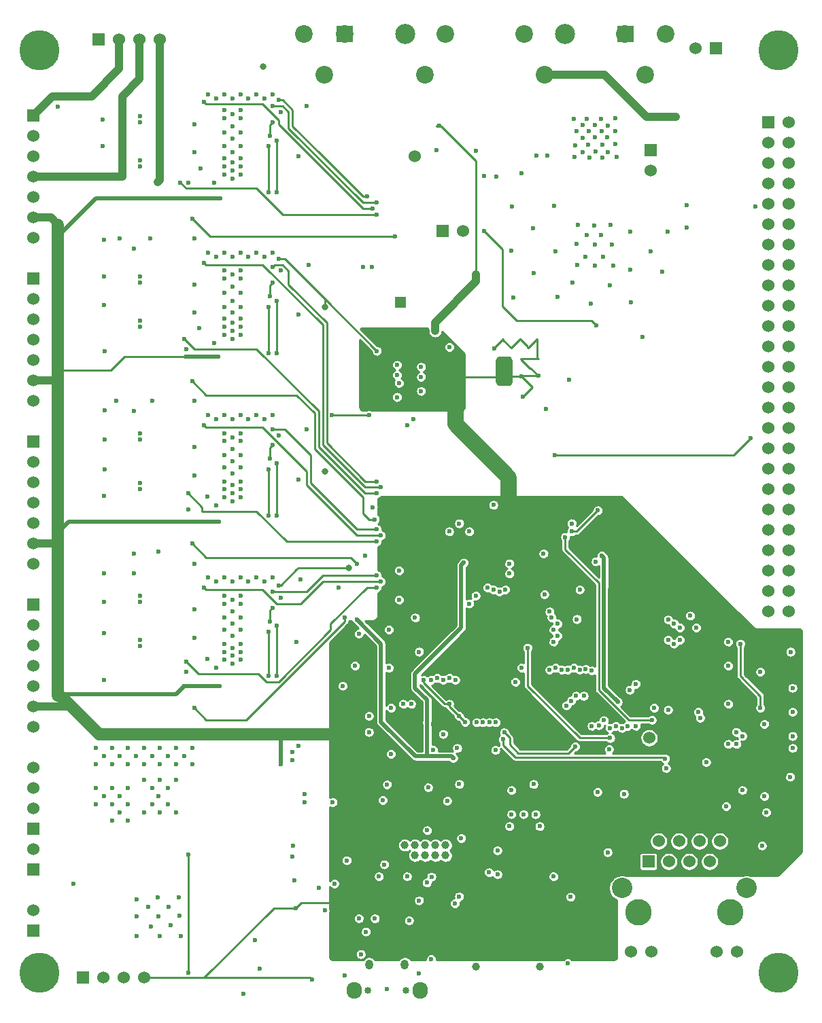
<source format=gbr>
G04 (created by PCBNEW (2013-05-18 BZR 4017)-stable) date Mon 02 Mar 2015 17:18:28 GMT*
%MOIN*%
G04 Gerber Fmt 3.4, Leading zero omitted, Abs format*
%FSLAX34Y34*%
G01*
G70*
G90*
G04 APERTURE LIST*
%ADD10C,0.00590551*%
%ADD11C,0.1969*%
%ADD12O,0.0394X0.0492*%
%ADD13O,0.0748X0.0827*%
%ADD14C,0.0335*%
%ADD15R,0.06X0.06*%
%ADD16C,0.06*%
%ADD17R,0.0394X0.0394*%
%ADD18C,0.0394*%
%ADD19C,0.1299*%
%ADD20C,0.1*%
%ADD21C,0.0315*%
%ADD22R,0.0787X0.0787*%
%ADD23C,0.0984*%
%ADD24C,0.0866*%
%ADD25R,0.055X0.055*%
%ADD26C,0.0236*%
%ADD27C,0.01*%
%ADD28C,0.08*%
%ADD29C,0.04*%
%ADD30C,0.06*%
%ADD31C,0.02*%
G04 APERTURE END LIST*
G54D10*
G54D11*
X2754Y1575D03*
G54D12*
X18905Y1968D03*
X20657Y1968D03*
G54D13*
X21395Y716D03*
X18167Y716D03*
G54D14*
X20716Y716D03*
X18846Y716D03*
G54D15*
X2429Y43625D03*
G54D16*
X2429Y42625D03*
X2429Y41625D03*
X2429Y40625D03*
X2429Y39625D03*
X2429Y38625D03*
X2429Y37625D03*
G54D15*
X2429Y35625D03*
G54D16*
X2429Y34625D03*
X2429Y33625D03*
X2429Y32625D03*
X2429Y31625D03*
X2429Y30625D03*
X2429Y29625D03*
G54D15*
X2429Y27625D03*
G54D16*
X2429Y26625D03*
X2429Y25625D03*
X2429Y24625D03*
X2429Y23625D03*
X2429Y22625D03*
X2429Y21625D03*
G54D15*
X2429Y19625D03*
G54D16*
X2429Y18625D03*
X2429Y17625D03*
X2429Y16625D03*
X2429Y15625D03*
X2429Y14625D03*
X2429Y13625D03*
G54D15*
X35911Y46929D03*
G54D16*
X34911Y46929D03*
G54D17*
X20651Y7329D03*
G54D18*
X20651Y7829D03*
X21151Y7329D03*
X21151Y7829D03*
X21651Y7329D03*
X21651Y7829D03*
X22151Y7329D03*
X22151Y7829D03*
X22651Y7329D03*
X22651Y7829D03*
X24140Y1870D03*
X27282Y1870D03*
G54D15*
X38474Y43299D03*
G54D16*
X39474Y43299D03*
X38474Y38299D03*
X39474Y42299D03*
X38474Y37299D03*
X39474Y41299D03*
X38474Y36299D03*
X39474Y40299D03*
X38474Y35299D03*
X39474Y39299D03*
X38474Y34299D03*
X39474Y38299D03*
X38474Y33299D03*
X39474Y37299D03*
X38474Y32299D03*
X39474Y36299D03*
X38474Y31299D03*
X39474Y35299D03*
X38474Y30299D03*
X39474Y34299D03*
X38474Y29299D03*
X39474Y33299D03*
X38474Y28299D03*
X39474Y32299D03*
X39474Y31299D03*
X38474Y27299D03*
X39474Y30299D03*
X39474Y28299D03*
X39474Y27299D03*
X39474Y26299D03*
X39474Y25299D03*
X38474Y26299D03*
X38474Y25299D03*
X38474Y42299D03*
X38474Y41299D03*
X38474Y40299D03*
X38474Y39299D03*
X38474Y24299D03*
X39474Y24299D03*
X39474Y29299D03*
X38474Y23299D03*
X39474Y23299D03*
X38474Y22299D03*
X39474Y22299D03*
X38474Y21299D03*
X39474Y21299D03*
X38474Y20299D03*
X39474Y20299D03*
X38474Y19299D03*
X39474Y19299D03*
G54D19*
X32098Y4528D03*
X36598Y4528D03*
G54D16*
X36098Y8028D03*
X35600Y7028D03*
X35098Y8028D03*
X34600Y7028D03*
X34098Y8028D03*
X33600Y7028D03*
X33098Y8028D03*
G54D20*
X31298Y5729D03*
X37398Y5728D03*
G54D16*
X35956Y2599D03*
X32740Y2599D03*
X36956Y2599D03*
X31740Y2599D03*
G54D15*
X32600Y7028D03*
G54D21*
X16730Y26181D03*
X13700Y46038D03*
X16730Y34252D03*
X17900Y21438D03*
G54D15*
X32696Y41944D03*
G54D16*
X32696Y40944D03*
X32638Y13104D03*
X21148Y41630D03*
G54D15*
X22500Y37988D03*
G54D16*
X23500Y37988D03*
G54D15*
X4888Y1328D03*
G54D16*
X5888Y1328D03*
X6888Y1328D03*
X7888Y1328D03*
G54D11*
X38974Y46850D03*
X38974Y1575D03*
X2754Y46850D03*
G54D15*
X2429Y8625D03*
G54D16*
X2429Y9625D03*
X2429Y10625D03*
X2429Y11625D03*
G54D15*
X2429Y6625D03*
G54D16*
X2429Y7625D03*
G54D15*
X2429Y3625D03*
G54D16*
X2429Y4625D03*
G54D22*
X31476Y47638D03*
G54D23*
X28524Y47638D03*
G54D24*
X32450Y45638D03*
X33450Y47638D03*
X31450Y47638D03*
X16700Y45638D03*
X17700Y47638D03*
X15700Y47638D03*
X21650Y45638D03*
X22650Y47638D03*
X20650Y47638D03*
G54D25*
X20450Y34488D03*
G54D24*
X27500Y45638D03*
X28500Y47638D03*
X26500Y47638D03*
G54D22*
X17715Y47638D03*
G54D23*
X20667Y47638D03*
G54D15*
X5650Y47388D03*
G54D16*
X6650Y47388D03*
X7650Y47388D03*
X8650Y47388D03*
G54D26*
X32720Y36988D03*
X31700Y37938D03*
X27990Y39198D03*
X28040Y36988D03*
X29510Y36718D03*
X26980Y35918D03*
X29940Y38248D03*
X30740Y38258D03*
X28880Y35428D03*
X25890Y37018D03*
X30860Y36288D03*
X33260Y35958D03*
X26940Y38118D03*
X29100Y36298D03*
X29130Y38278D03*
X30380Y36698D03*
X28130Y34738D03*
X29970Y36288D03*
X25970Y34708D03*
X30820Y37318D03*
X33550Y37938D03*
X29090Y37348D03*
X30270Y37758D03*
X29990Y37318D03*
X29790Y34398D03*
X25910Y39158D03*
X31750Y34458D03*
X30720Y35308D03*
X31700Y36068D03*
X29560Y37758D03*
X25293Y9350D03*
X25648Y6496D03*
X27655Y9350D03*
X27262Y8071D03*
X26868Y7579D03*
X27655Y6398D03*
X30411Y4626D03*
X23375Y9725D03*
X23817Y8465D03*
X24112Y7776D03*
X20766Y3543D03*
X39663Y13780D03*
X31159Y10650D03*
X33462Y13583D03*
X36218Y11319D03*
X39663Y14961D03*
X37399Y17323D03*
X33955Y15453D03*
X33561Y15846D03*
X22144Y9744D03*
X22045Y13780D03*
X18900Y29438D03*
X23129Y30807D03*
X25270Y30882D03*
X25742Y30890D03*
X25522Y30579D03*
X25289Y31630D03*
X26435Y29827D03*
X18896Y32087D03*
X20176Y32480D03*
X20372Y12303D03*
X22833Y12697D03*
X23620Y12106D03*
X31396Y15157D03*
X29722Y21555D03*
X23029Y21772D03*
X16100Y1238D03*
X32300Y32788D03*
X11569Y15650D03*
X27195Y30862D03*
X25057Y32213D03*
X26360Y30854D03*
X13974Y24016D03*
X13974Y18307D03*
X11605Y39567D03*
X21750Y9744D03*
X9840Y15650D03*
X14565Y11811D03*
X13974Y34252D03*
X11529Y23720D03*
X14368Y18602D03*
X14565Y43799D03*
X14368Y31988D03*
X14466Y27953D03*
X15297Y4752D03*
X13974Y42126D03*
X13974Y26280D03*
X14368Y34547D03*
X14368Y24016D03*
X14368Y42421D03*
X14368Y26575D03*
X13974Y16142D03*
X14565Y19980D03*
X20372Y9744D03*
X13974Y31988D03*
X13974Y39862D03*
X11506Y31791D03*
X22207Y41933D03*
X32911Y10591D03*
X9742Y23720D03*
X14368Y16142D03*
X14565Y36024D03*
X9840Y39567D03*
X9939Y31791D03*
X14368Y39862D03*
X22350Y43138D03*
X24148Y35480D03*
X26390Y40813D03*
X22139Y33470D03*
X15746Y9941D03*
X22144Y33071D03*
X19388Y6299D03*
X24159Y35846D03*
X17124Y9941D03*
X17813Y7087D03*
X23541Y21693D03*
X21750Y12205D03*
X31100Y14862D03*
X21750Y13878D03*
X18305Y18898D03*
X30313Y22047D03*
X23029Y12106D03*
X28640Y16437D03*
X29525Y16476D03*
X29821Y16398D03*
X17204Y5946D03*
X25531Y13366D03*
X29014Y12677D03*
X28581Y14685D03*
X30600Y7488D03*
X28817Y14921D03*
X28344Y16437D03*
X30334Y41563D03*
X29709Y41581D03*
X29691Y42859D03*
X30991Y42224D03*
X29367Y41846D03*
X28966Y41599D03*
X30622Y41851D03*
X30591Y42566D03*
X29385Y42553D03*
X29065Y42859D03*
X30622Y43151D03*
X30973Y43498D03*
X29020Y42184D03*
X29655Y42206D03*
X30271Y43489D03*
X30969Y42868D03*
X29380Y43169D03*
X30010Y41860D03*
X31032Y41590D03*
X29574Y43471D03*
X30334Y42197D03*
X28948Y43484D03*
X30303Y42863D03*
X29992Y43178D03*
X29968Y42559D03*
X28525Y22953D03*
X32768Y13982D03*
X18896Y13386D03*
X20962Y14764D03*
X18896Y14173D03*
X20569Y14764D03*
X5510Y12598D03*
X6298Y9843D03*
X8659Y12598D03*
X7085Y9843D03*
X9447Y11811D03*
X6691Y9449D03*
X7872Y11811D03*
X8659Y11024D03*
X8659Y11811D03*
X8266Y12205D03*
X5903Y12205D03*
X6691Y10236D03*
X9447Y11024D03*
X6297Y9055D03*
X7872Y9449D03*
X7478Y12205D03*
X8266Y10630D03*
X5510Y10630D03*
X7085Y10630D03*
X9840Y12205D03*
X10234Y12598D03*
X7872Y11024D03*
X8266Y9843D03*
X9447Y12598D03*
X6297Y10630D03*
X7085Y12598D03*
X6297Y12598D03*
X5903Y10236D03*
X7085Y11811D03*
X9053Y10630D03*
X7085Y9055D03*
X9053Y9843D03*
X6297Y11811D03*
X6691Y12205D03*
X8659Y9449D03*
X8561Y10236D03*
X7872Y12598D03*
X10234Y11811D03*
X9447Y9449D03*
X5510Y11811D03*
X5510Y9843D03*
X9053Y12205D03*
X10825Y20472D03*
X19486Y20768D03*
X19289Y20472D03*
X9939Y16831D03*
X15746Y10335D03*
X19787Y10813D03*
X14466Y20571D03*
X19289Y21063D03*
X14171Y20276D03*
X17714Y18996D03*
X10333Y14567D03*
X23108Y4980D03*
X38088Y14567D03*
X37104Y17717D03*
X29230Y20374D03*
X38285Y13780D03*
X38088Y16339D03*
X34939Y18504D03*
X34644Y19094D03*
X39663Y15551D03*
X33856Y17717D03*
X33856Y18701D03*
X33561Y18898D03*
X33561Y17913D03*
X34151Y17913D03*
X34151Y18504D03*
X9660Y3388D03*
X8640Y3378D03*
X8563Y4331D03*
X7520Y4348D03*
X8220Y3848D03*
X8080Y4818D03*
X8540Y5268D03*
X9570Y5288D03*
X9090Y4818D03*
X9190Y3918D03*
X9600Y4378D03*
X7520Y5188D03*
X7500Y3388D03*
X22732Y10004D03*
X15254Y6102D03*
X19573Y10039D03*
X23226Y12598D03*
X18500Y2488D03*
X21950Y2238D03*
X27065Y9350D03*
X31691Y15453D03*
X33561Y14469D03*
X32872Y14567D03*
X23305Y14173D03*
X22833Y14764D03*
X21573Y15945D03*
X29090Y18923D03*
X11809Y17323D03*
X11809Y20079D03*
X11809Y25295D03*
X12200Y27851D03*
X11809Y27657D03*
X11809Y28051D03*
X11809Y33268D03*
X11809Y35630D03*
X11809Y36024D03*
X12201Y35825D03*
X20372Y19882D03*
X15352Y17815D03*
X21456Y30807D03*
X27592Y29252D03*
X15451Y33858D03*
X15451Y41634D03*
X12750Y538D03*
X21356Y5118D03*
X20766Y6299D03*
X23325Y5315D03*
X28640Y2047D03*
X39565Y17323D03*
X39663Y14370D03*
X36514Y14764D03*
X39663Y12598D03*
X39663Y13189D03*
X39550Y11188D03*
X38167Y7815D03*
X38384Y9449D03*
X37203Y10531D03*
X36415Y9744D03*
X35431Y11909D03*
X33462Y11614D03*
X28777Y5295D03*
X27262Y8760D03*
X26474Y9350D03*
X16730Y4626D03*
X24782Y6496D03*
X19978Y12303D03*
X25884Y9350D03*
X23325Y10827D03*
X21800Y10666D03*
X23620Y13878D03*
X22045Y12500D03*
X19978Y14567D03*
X19880Y16535D03*
X18207Y16634D03*
X7675Y19783D03*
X18403Y18209D03*
X19880Y18406D03*
X21356Y17323D03*
X30018Y21752D03*
X17419Y20472D03*
X24132Y20079D03*
X18699Y22047D03*
X22833Y23228D03*
X19092Y24409D03*
X11809Y24902D03*
X22844Y32280D03*
X20273Y29823D03*
X21456Y31299D03*
X20273Y31398D03*
X34469Y39243D03*
X27100Y41688D03*
X11809Y41142D03*
X11415Y44488D03*
X3650Y44088D03*
X27650Y41688D03*
X24136Y41913D03*
X24550Y40688D03*
X25150Y40638D03*
X5900Y21188D03*
X5900Y19788D03*
X5900Y18238D03*
X5900Y15938D03*
X7675Y27756D03*
X5950Y29188D03*
X5950Y27738D03*
X5950Y26288D03*
X5900Y24988D03*
X7675Y35728D03*
X5900Y35738D03*
X5900Y34338D03*
X5950Y32088D03*
X5900Y37538D03*
X6691Y37598D03*
X5850Y42138D03*
X7675Y43602D03*
X5850Y43438D03*
X12596Y40748D03*
X7675Y41437D03*
X15175Y7801D03*
X11809Y44685D03*
X12596Y27657D03*
X12200Y16735D03*
X12596Y16929D03*
X11809Y34252D03*
X12596Y28051D03*
X21455Y30118D03*
X38285Y10236D03*
X15155Y7283D03*
X12596Y41535D03*
X12596Y17323D03*
X15155Y12008D03*
X12596Y33268D03*
X13384Y20965D03*
X7675Y28051D03*
X7675Y17618D03*
X13777Y20768D03*
X12596Y42126D03*
X12203Y19291D03*
X12596Y20079D03*
X11415Y20768D03*
X13384Y36909D03*
X28718Y30657D03*
X12203Y26673D03*
X8561Y22244D03*
X12202Y40945D03*
X12201Y33071D03*
X11809Y26969D03*
X11022Y28937D03*
X11809Y33661D03*
X12203Y20768D03*
X12596Y25295D03*
X13777Y44488D03*
X12200Y17520D03*
X12202Y41339D03*
X14171Y36909D03*
X11418Y28737D03*
X15451Y25787D03*
X12990Y20768D03*
X23325Y23622D03*
X11809Y20965D03*
X7675Y41142D03*
X7380Y21161D03*
X11809Y41535D03*
X12596Y18996D03*
X7675Y35433D03*
X10037Y24311D03*
X11809Y43898D03*
X12203Y35236D03*
X13777Y36713D03*
X12200Y25492D03*
X15943Y36319D03*
X7675Y43307D03*
X14171Y20965D03*
X12596Y43898D03*
X12201Y33465D03*
X8167Y37598D03*
X12596Y33661D03*
X11809Y25689D03*
X18599Y36210D03*
X12596Y26969D03*
X7380Y37106D03*
X11022Y44685D03*
X11809Y42126D03*
X7675Y25295D03*
X11022Y36909D03*
X12596Y26378D03*
X12596Y20965D03*
X12990Y44488D03*
X7675Y33563D03*
X15844Y28248D03*
X12202Y43700D03*
X12201Y36711D03*
X11809Y18996D03*
X11415Y36713D03*
X12596Y41142D03*
X12990Y28740D03*
X10037Y40354D03*
X11809Y16929D03*
X11809Y28937D03*
X11809Y42815D03*
X12596Y17717D03*
X12203Y41831D03*
X12200Y24708D03*
X7675Y20079D03*
X12596Y24902D03*
X12203Y34547D03*
X12596Y18406D03*
X7380Y29134D03*
X15549Y20866D03*
X34469Y38130D03*
X11809Y26378D03*
X12596Y28937D03*
X12596Y36024D03*
X12990Y36713D03*
X6494Y29626D03*
X14171Y28937D03*
X12203Y27264D03*
X14171Y44685D03*
X12596Y44685D03*
X11809Y36909D03*
X12596Y32874D03*
X12596Y35630D03*
X13384Y28937D03*
X7675Y33268D03*
X12202Y40552D03*
X12596Y34252D03*
X9939Y16339D03*
X12596Y34941D03*
X13384Y44685D03*
X12203Y18701D03*
X12203Y42520D03*
X12203Y43110D03*
X11809Y43504D03*
X12203Y33957D03*
X12596Y36909D03*
X12596Y42815D03*
X9939Y32185D03*
X12203Y26083D03*
X7380Y22146D03*
X11809Y19685D03*
X11022Y20965D03*
X15844Y44094D03*
X17616Y15650D03*
X15155Y12402D03*
X12200Y28737D03*
X11809Y32874D03*
X8266Y29626D03*
X12200Y17126D03*
X11809Y34941D03*
X12201Y32679D03*
X15451Y12697D03*
X13777Y28740D03*
X12200Y25098D03*
X11809Y18406D03*
X12596Y25689D03*
X12202Y44487D03*
X7675Y25591D03*
X12203Y18110D03*
X12203Y19882D03*
X12596Y43504D03*
X7675Y17913D03*
X12596Y19685D03*
X11809Y40748D03*
X11809Y17717D03*
X25195Y6398D03*
X25195Y7579D03*
X31986Y13681D03*
X31986Y15748D03*
X27951Y6299D03*
X14171Y43307D03*
X14053Y42638D03*
X14171Y35433D03*
X14053Y34764D03*
X14053Y18819D03*
X14171Y19488D03*
X14171Y27461D03*
X14053Y26791D03*
X35037Y14370D03*
X37203Y13189D03*
X36514Y12795D03*
X36514Y16634D03*
X36514Y17815D03*
X36907Y13386D03*
X35136Y14075D03*
X36907Y12795D03*
X19781Y787D03*
X21947Y15945D03*
X30100Y10438D03*
X27500Y20138D03*
X17700Y1438D03*
X21350Y1538D03*
X22537Y15945D03*
X21750Y8563D03*
X22833Y16043D03*
X22242Y16043D03*
X25470Y13030D03*
X33423Y12067D03*
X24998Y20374D03*
X24703Y20472D03*
X28836Y23622D03*
X27459Y22146D03*
X27754Y16437D03*
X28000Y26988D03*
X37600Y27814D03*
X28049Y16535D03*
X29053Y15157D03*
X29427Y15157D03*
X29821Y13681D03*
X30175Y13720D03*
X30411Y13957D03*
X30707Y13583D03*
X31002Y13681D03*
X31297Y13583D03*
X31592Y13681D03*
X24171Y13858D03*
X27754Y19291D03*
X24486Y13858D03*
X24801Y13858D03*
X25116Y13858D03*
X25096Y12500D03*
X19059Y36195D03*
X20374Y21315D03*
X16450Y5738D03*
X13300Y3188D03*
X19650Y6888D03*
X13550Y1788D03*
X37829Y39173D03*
X23128Y15945D03*
X25785Y21654D03*
X25588Y20374D03*
X27951Y17815D03*
X28148Y18110D03*
X28148Y18701D03*
X27852Y18996D03*
X27951Y18406D03*
X20766Y28445D03*
X23817Y19685D03*
X23817Y23228D03*
X20273Y30906D03*
X29230Y16437D03*
X21061Y28740D03*
X20372Y30512D03*
X28935Y16535D03*
X25785Y21161D03*
X25293Y20276D03*
X23423Y8169D03*
X22537Y13287D03*
X20864Y4134D03*
X18750Y3588D03*
X26376Y16535D03*
X21962Y6285D03*
X21733Y5993D03*
X26081Y15846D03*
X21159Y18996D03*
X24998Y24528D03*
X19191Y4232D03*
X18403Y4232D03*
X25884Y10531D03*
X25785Y8760D03*
X4400Y5938D03*
X31396Y10354D03*
X26966Y10827D03*
X30118Y24264D03*
X28836Y23228D03*
X30667Y12539D03*
X10050Y7388D03*
X10050Y1588D03*
X33950Y43588D03*
X30050Y33338D03*
X24550Y37988D03*
X10334Y41829D03*
X10333Y18012D03*
X10333Y19390D03*
X10579Y33218D03*
X10333Y25984D03*
X11317Y32480D03*
X10333Y35335D03*
X10333Y27362D03*
X10333Y37598D03*
X10972Y16978D03*
X11415Y24508D03*
X10333Y43209D03*
X10333Y33957D03*
X11317Y40354D03*
X11415Y16535D03*
X10333Y29626D03*
X10972Y24951D03*
X10333Y21654D03*
X10628Y41043D03*
X10825Y28445D03*
X19486Y23031D03*
X10037Y25098D03*
X19289Y22736D03*
X18896Y28937D03*
X17065Y28937D03*
X19289Y23327D03*
X14171Y28248D03*
X10234Y22638D03*
X18305Y21654D03*
X19486Y25394D03*
X10825Y36417D03*
X19289Y25098D03*
X9840Y32677D03*
X19289Y32087D03*
X14466Y36614D03*
X19289Y25689D03*
X14171Y36220D03*
X10234Y30610D03*
X19191Y23819D03*
X10825Y44291D03*
X19092Y39075D03*
X9644Y40354D03*
X19289Y38780D03*
X8550Y40388D03*
X14466Y44390D03*
X18797Y39665D03*
X14171Y44094D03*
X19289Y39370D03*
X10234Y38583D03*
X20175Y37697D03*
X30726Y13091D03*
X26671Y17520D03*
G54D27*
X39142Y13780D02*
X39142Y12830D01*
X37631Y11319D02*
X36218Y11319D01*
X39142Y12830D02*
X37631Y11319D01*
X23817Y8465D02*
X24408Y8465D01*
X24408Y8465D02*
X25293Y9350D01*
X24112Y7776D02*
X24162Y7776D01*
X25156Y6988D02*
X25648Y6496D01*
X24950Y6988D02*
X25156Y6988D01*
X24162Y7776D02*
X24950Y6988D01*
X25648Y6496D02*
X26432Y6496D01*
X26432Y6496D02*
X27262Y7326D01*
X27262Y8071D02*
X27262Y7326D01*
X27262Y7326D02*
X27250Y7338D01*
X27655Y9350D02*
X27655Y8464D01*
X27655Y8464D02*
X27262Y8071D01*
X26868Y7579D02*
X27009Y7579D01*
X27009Y7579D02*
X27250Y7338D01*
X27250Y7338D02*
X27750Y6838D01*
X30411Y4626D02*
X30411Y5277D01*
X27655Y6743D02*
X27655Y6398D01*
X27900Y6988D02*
X27750Y6838D01*
X27750Y6838D02*
X27655Y6743D01*
X28700Y6988D02*
X27900Y6988D01*
X30411Y5277D02*
X28700Y6988D01*
X23375Y9725D02*
X23375Y10263D01*
X23375Y10263D02*
X23550Y10438D01*
X23817Y8465D02*
X23817Y9283D01*
X23817Y9283D02*
X23375Y9725D01*
X24112Y7776D02*
X24112Y8170D01*
X24112Y8170D02*
X23817Y8465D01*
X18850Y7329D02*
X18850Y11488D01*
X18850Y11488D02*
X19000Y11638D01*
X20651Y7329D02*
X18850Y7329D01*
X18850Y7329D02*
X18791Y7329D01*
X18850Y7270D02*
X18850Y5020D01*
X18791Y7329D02*
X18850Y7270D01*
X17085Y5020D02*
X18850Y5020D01*
X18850Y5020D02*
X19289Y5020D01*
X15565Y5020D02*
X17085Y5020D01*
X15297Y4752D02*
X15565Y5020D01*
X19289Y5020D02*
X20766Y3543D01*
X33955Y15453D02*
X33955Y13583D01*
X34000Y13538D02*
X34000Y13583D01*
X33955Y13583D02*
X34000Y13538D01*
X39663Y13780D02*
X39142Y13780D01*
X39100Y13822D02*
X39100Y15238D01*
X39142Y13780D02*
X39100Y13822D01*
X31159Y10650D02*
X31262Y10650D01*
X32714Y10788D02*
X32911Y10591D01*
X31400Y10788D02*
X32714Y10788D01*
X31262Y10650D02*
X31400Y10788D01*
X36218Y11319D02*
X34881Y11319D01*
X34881Y11319D02*
X34153Y10591D01*
X34153Y10591D02*
X32911Y10591D01*
X36218Y11319D02*
X36218Y12120D01*
X34755Y13583D02*
X34000Y13583D01*
X36218Y12120D02*
X34755Y13583D01*
X34000Y13583D02*
X33462Y13583D01*
X39663Y14961D02*
X39377Y14961D01*
X38415Y17323D02*
X37399Y17323D01*
X38550Y17188D02*
X38415Y17323D01*
X38550Y15788D02*
X38550Y17188D01*
X39377Y14961D02*
X39100Y15238D01*
X39100Y15238D02*
X38550Y15788D01*
X33561Y15846D02*
X33561Y16477D01*
X33500Y16538D02*
X31396Y16538D01*
X33561Y16477D02*
X33500Y16538D01*
X33561Y15846D02*
X33562Y15846D01*
X33562Y15846D02*
X33955Y15453D01*
X22144Y9744D02*
X22144Y10132D01*
X22450Y10438D02*
X23550Y10438D01*
X22144Y10132D02*
X22450Y10438D01*
X24350Y10928D02*
X23620Y11658D01*
X23550Y10438D02*
X24050Y10438D01*
X24050Y10438D02*
X24350Y10738D01*
X24350Y10738D02*
X24350Y10928D01*
X22045Y13780D02*
X22758Y13780D01*
X22758Y13780D02*
X23450Y13088D01*
X18896Y29442D02*
X18896Y32087D01*
X18900Y29438D02*
X18896Y29442D01*
G54D28*
X23129Y30807D02*
X23129Y28509D01*
X25750Y25888D02*
X25750Y24738D01*
X23129Y28509D02*
X25750Y25888D01*
G54D27*
X25750Y24738D02*
X25750Y24607D01*
X25750Y24607D02*
X25750Y23338D01*
X30197Y23141D02*
X30750Y23694D01*
X30450Y24738D02*
X25750Y24738D01*
X30750Y24438D02*
X30450Y24738D01*
X30750Y23694D02*
X30750Y24438D01*
X20176Y32480D02*
X21456Y32480D01*
X21456Y32480D02*
X23129Y30807D01*
X25522Y30579D02*
X25522Y30670D01*
X25522Y30670D02*
X25742Y30890D01*
X25522Y30579D02*
X25522Y30630D01*
X25522Y30630D02*
X25270Y30882D01*
X23129Y30807D02*
X25195Y30807D01*
X25195Y30807D02*
X25270Y30882D01*
X25746Y31626D02*
X25293Y31626D01*
X25742Y30988D02*
X25498Y31232D01*
X25742Y30890D02*
X25742Y30988D01*
X25498Y31378D02*
X25746Y31626D01*
X25498Y31232D02*
X25498Y31378D01*
X25293Y31626D02*
X25289Y31630D01*
X26360Y30854D02*
X25778Y30854D01*
X25778Y30854D02*
X25742Y30890D01*
X26903Y30299D02*
X26903Y30295D01*
X26903Y30295D02*
X26435Y29827D01*
X26360Y30854D02*
X26360Y30842D01*
X26360Y30842D02*
X26903Y30299D01*
X27195Y30862D02*
X26368Y30862D01*
X26368Y30862D02*
X26360Y30854D01*
X26773Y31236D02*
X26821Y31236D01*
X26821Y31236D02*
X27195Y30862D01*
X26333Y31717D02*
X26333Y31676D01*
X26333Y31676D02*
X26773Y31236D01*
X27195Y31709D02*
X26341Y31709D01*
X26341Y31709D02*
X26333Y31717D01*
X27159Y32661D02*
X27159Y31745D01*
X27159Y31745D02*
X27195Y31709D01*
X26683Y32228D02*
X26726Y32228D01*
X26726Y32228D02*
X27159Y32661D01*
X26309Y32685D02*
X26309Y32679D01*
X26683Y32305D02*
X26683Y32228D01*
X26309Y32679D02*
X26683Y32305D01*
X25864Y32232D02*
X25864Y32240D01*
X25864Y32240D02*
X26309Y32685D01*
X25490Y32657D02*
X25490Y32606D01*
X25490Y32606D02*
X25864Y32232D01*
X25057Y32213D02*
X25057Y32224D01*
X25057Y32224D02*
X25490Y32657D01*
X18896Y32087D02*
X18896Y31692D01*
X19434Y31738D02*
X20176Y32480D01*
X18942Y31738D02*
X19434Y31738D01*
X18896Y31692D02*
X18942Y31738D01*
X20300Y11638D02*
X19000Y11638D01*
X19000Y11638D02*
X17550Y11638D01*
X17550Y11638D02*
X17450Y11738D01*
X17450Y11738D02*
X17450Y13268D01*
X20300Y11638D02*
X20300Y12231D01*
X23620Y11658D02*
X23600Y11638D01*
X23600Y11638D02*
X20300Y11638D01*
X23620Y11658D02*
X23620Y12106D01*
X20300Y12231D02*
X20372Y12303D01*
X22833Y12697D02*
X22833Y12971D01*
X22833Y12971D02*
X22950Y13088D01*
X22950Y13088D02*
X23450Y13088D01*
X23700Y13088D02*
X24151Y12637D01*
X23450Y13088D02*
X23700Y13088D01*
X25100Y13388D02*
X24902Y13388D01*
X25750Y23338D02*
X25750Y23188D01*
X25550Y14338D02*
X25550Y13838D01*
X25550Y17888D02*
X25550Y14338D01*
X26900Y19238D02*
X25550Y17888D01*
X26900Y22038D02*
X26900Y19238D01*
X25750Y23188D02*
X26900Y22038D01*
X25100Y13388D02*
X25550Y13838D01*
X24902Y13388D02*
X24151Y12637D01*
X24151Y12637D02*
X23620Y12106D01*
X31396Y15157D02*
X31396Y16538D01*
X31396Y16538D02*
X31396Y21942D01*
X31396Y21942D02*
X30197Y23141D01*
X29722Y21555D02*
X29722Y22666D01*
X29722Y22666D02*
X30197Y23141D01*
X23029Y21772D02*
X23029Y21967D01*
X24900Y22488D02*
X25750Y23338D01*
X23550Y22488D02*
X24900Y22488D01*
X23029Y21967D02*
X23550Y22488D01*
X10815Y1328D02*
X16010Y1328D01*
X16010Y1328D02*
X16100Y1238D01*
G54D29*
X2429Y14625D02*
X4309Y14625D01*
X4400Y14588D02*
X4400Y14534D01*
X4346Y14588D02*
X4400Y14588D01*
X4309Y14625D02*
X4346Y14588D01*
X2429Y22625D02*
X3640Y22625D01*
X2429Y30625D02*
X3625Y30625D01*
X3625Y30625D02*
X3640Y30610D01*
G54D27*
X9939Y31791D02*
X6903Y31791D01*
X6254Y31142D02*
X3640Y31142D01*
X6903Y31791D02*
X6254Y31142D01*
G54D29*
X2429Y38625D02*
X3302Y38625D01*
G54D30*
X3640Y37996D02*
X3640Y37713D01*
X3640Y38287D02*
X3640Y37996D01*
G54D29*
X3302Y38625D02*
X3640Y38287D01*
G54D30*
X3640Y29134D02*
X3640Y25098D01*
G54D31*
X9447Y15256D02*
X3640Y15256D01*
G54D30*
X3640Y15256D02*
X3678Y15256D01*
G54D31*
X11529Y23720D02*
X9742Y23720D01*
X4183Y23720D02*
X3640Y23177D01*
G54D30*
X3640Y15256D02*
X3640Y15157D01*
G54D27*
X13974Y16142D02*
X13974Y18307D01*
G54D31*
X9840Y15650D02*
X11569Y15650D01*
X9840Y15650D02*
X9840Y15649D01*
G54D30*
X3640Y30118D02*
X3640Y29134D01*
X3640Y25098D02*
X3640Y23177D01*
X14565Y13268D02*
X17450Y13268D01*
X17450Y13268D02*
X17478Y13268D01*
G54D27*
X14239Y4752D02*
X15297Y4752D01*
X7888Y1328D02*
X10815Y1328D01*
G54D31*
X5494Y39567D02*
X3640Y37713D01*
G54D27*
X10815Y1328D02*
X14239Y4752D01*
G54D30*
X3640Y30610D02*
X3640Y30118D01*
X3640Y33169D02*
X3640Y33110D01*
X3640Y33110D02*
X3640Y31142D01*
X3640Y37713D02*
X3640Y33169D01*
G54D27*
X14368Y24016D02*
X14368Y26575D01*
G54D30*
X3640Y22625D02*
X3640Y22146D01*
G54D27*
X13974Y24016D02*
X13974Y26280D01*
X13974Y39862D02*
X13974Y42126D01*
G54D30*
X3640Y30625D02*
X3640Y30610D01*
X3640Y23177D02*
X3640Y22625D01*
X3640Y22146D02*
X3640Y21142D01*
G54D31*
X3660Y25118D02*
X3640Y25098D01*
G54D27*
X14368Y31988D02*
X14368Y34547D01*
G54D30*
X5666Y13268D02*
X14565Y13268D01*
G54D31*
X9840Y39567D02*
X5494Y39567D01*
G54D27*
X14368Y16142D02*
X14368Y18602D01*
G54D30*
X3640Y21142D02*
X3640Y15256D01*
X3678Y15256D02*
X4400Y14534D01*
X4400Y14534D02*
X5666Y13268D01*
G54D31*
X11605Y39567D02*
X9840Y39567D01*
X11506Y31791D02*
X9939Y31791D01*
G54D30*
X3640Y31142D02*
X3640Y30610D01*
G54D31*
X9840Y15649D02*
X9447Y15256D01*
G54D27*
X13974Y31988D02*
X13974Y34252D01*
G54D31*
X14565Y13268D02*
X14565Y11811D01*
X9742Y23720D02*
X4183Y23720D01*
G54D27*
X14368Y39862D02*
X14368Y42421D01*
X22334Y43122D02*
X22216Y43122D01*
X22350Y43138D02*
X22334Y43122D01*
G54D29*
X22139Y33470D02*
X24159Y35490D01*
X22139Y33470D02*
X22139Y33470D01*
X24159Y35490D02*
X24159Y35846D01*
G54D27*
X22431Y43122D02*
X24159Y41394D01*
G54D29*
X22139Y33470D02*
X22144Y33070D01*
G54D27*
X24159Y41394D02*
X24159Y35846D01*
X22200Y43122D02*
X22431Y43122D01*
X22200Y43138D02*
X22200Y43122D01*
X22216Y43122D02*
X22200Y43138D01*
G54D31*
X30407Y15555D02*
X30407Y20468D01*
X19486Y13879D02*
X19486Y17717D01*
X30411Y21949D02*
X30313Y22047D01*
X19486Y17717D02*
X18305Y18898D01*
X21750Y12205D02*
X21750Y13878D01*
X21159Y16240D02*
X23423Y18504D01*
X21750Y12205D02*
X21160Y12205D01*
X22930Y12205D02*
X23029Y12106D01*
X21750Y14961D02*
X21159Y15552D01*
X23423Y18504D02*
X23423Y21575D01*
X21159Y15552D02*
X21159Y16240D01*
X30407Y20468D02*
X30411Y20472D01*
X30411Y20472D02*
X30411Y21949D01*
X21750Y13878D02*
X21750Y14961D01*
X21750Y12205D02*
X22242Y12205D01*
X22242Y12205D02*
X22930Y12205D01*
X23423Y21575D02*
X23541Y21693D01*
X21160Y12205D02*
X19486Y13879D01*
X31100Y14862D02*
X30407Y15555D01*
G54D27*
X25796Y12775D02*
X25796Y13101D01*
X26297Y12352D02*
X26219Y12352D01*
X29014Y12677D02*
X29013Y12677D01*
X26219Y12352D02*
X25796Y12775D01*
X29013Y12677D02*
X28688Y12352D01*
X28688Y12352D02*
X26297Y12352D01*
X26291Y12352D02*
X26273Y12352D01*
X26297Y12352D02*
X26291Y12352D01*
X25796Y13101D02*
X25531Y13366D01*
X32768Y13982D02*
X31827Y13982D01*
X30175Y20461D02*
X30175Y20693D01*
X31827Y13982D02*
X31825Y13980D01*
X31827Y13982D02*
X31641Y13982D01*
X28525Y22343D02*
X28525Y22953D01*
X31641Y13982D02*
X30175Y15448D01*
X30175Y20693D02*
X28525Y22343D01*
X30175Y15448D02*
X30175Y20461D01*
X13679Y20374D02*
X14368Y19685D01*
X10924Y20374D02*
X13679Y20374D01*
X10826Y20472D02*
X10924Y20374D01*
X15549Y19685D02*
X16632Y20768D01*
X16632Y20768D02*
X19486Y20768D01*
X10825Y20472D02*
X10826Y20472D01*
X14368Y19685D02*
X15549Y19685D01*
X10530Y16240D02*
X9939Y16831D01*
X13483Y16240D02*
X10530Y16240D01*
X18796Y20472D02*
X17025Y18701D01*
X19289Y20472D02*
X18796Y20472D01*
X17025Y18405D02*
X14466Y15846D01*
X14466Y15846D02*
X13877Y15846D01*
X13877Y15846D02*
X13483Y16240D01*
X17025Y18701D02*
X17025Y18405D01*
X17900Y21438D02*
X15432Y21438D01*
X14565Y20571D02*
X15352Y21358D01*
X14565Y20571D02*
X14466Y20571D01*
X15432Y21438D02*
X15352Y21358D01*
X15845Y20276D02*
X16632Y21063D01*
X16632Y21063D02*
X19289Y21063D01*
X14171Y20276D02*
X15845Y20276D01*
X10923Y13976D02*
X12891Y13976D01*
X17714Y18799D02*
X17714Y18996D01*
X10333Y14567D02*
X10333Y14566D01*
X10333Y14566D02*
X10923Y13976D01*
X12891Y13976D02*
X17714Y18799D01*
X38088Y14567D02*
X38088Y15150D01*
X37104Y16134D02*
X37104Y17717D01*
X38088Y15150D02*
X37104Y16134D01*
X23305Y14173D02*
X23325Y14173D01*
X23325Y14173D02*
X23620Y13878D01*
X22833Y14764D02*
X22833Y14645D01*
X22833Y14645D02*
X23305Y14173D01*
X21573Y15945D02*
X21573Y15815D01*
X22624Y14764D02*
X22833Y14764D01*
X21573Y15815D02*
X22624Y14764D01*
X14053Y43189D02*
X14171Y43307D01*
X14053Y42638D02*
X14053Y43189D01*
X14053Y34764D02*
X14053Y35315D01*
X14053Y35315D02*
X14171Y35433D01*
X14053Y18819D02*
X14053Y19370D01*
X14053Y19370D02*
X14171Y19488D01*
X14053Y26791D02*
X14053Y27343D01*
X14053Y27343D02*
X14171Y27461D01*
G54D29*
X6650Y47388D02*
X6650Y45938D01*
X3392Y44588D02*
X2429Y43625D01*
X5300Y44588D02*
X3392Y44588D01*
X6650Y45938D02*
X5300Y44588D01*
X7650Y47388D02*
X7650Y45438D01*
X6787Y40625D02*
X2429Y40625D01*
X6800Y40638D02*
X6787Y40625D01*
X6800Y44588D02*
X6800Y40638D01*
X7650Y45438D02*
X6800Y44588D01*
G54D27*
X26061Y12145D02*
X25470Y12736D01*
X26061Y12145D02*
X33345Y12145D01*
X33345Y12145D02*
X33423Y12067D01*
X25470Y12736D02*
X25470Y13030D01*
X28000Y26988D02*
X36774Y26988D01*
X36774Y26988D02*
X37600Y27814D01*
X28000Y26988D02*
X28050Y26988D01*
X28836Y23228D02*
X29082Y23228D01*
X29082Y23228D02*
X30118Y24264D01*
X10050Y1588D02*
X10050Y7388D01*
G54D29*
X27500Y45638D02*
X30450Y45638D01*
X32500Y43588D02*
X33950Y43588D01*
X30450Y45638D02*
X32500Y43588D01*
G54D27*
X29800Y33588D02*
X30050Y33338D01*
X26150Y33588D02*
X29800Y33588D01*
X25450Y34288D02*
X26150Y33588D01*
X25450Y37088D02*
X25450Y34288D01*
X24550Y37988D02*
X25450Y37088D01*
X15844Y25492D02*
X15844Y26182D01*
X10924Y28346D02*
X13680Y28346D01*
X18305Y23031D02*
X15844Y25492D01*
X10825Y28445D02*
X10924Y28346D01*
X15844Y26182D02*
X13680Y28346D01*
X19486Y23031D02*
X18305Y23031D01*
X10726Y24409D02*
X10037Y25098D01*
X14861Y22736D02*
X13384Y24213D01*
X10726Y24213D02*
X10726Y24409D01*
X19289Y22736D02*
X14861Y22736D01*
X10726Y24213D02*
X10725Y24213D01*
X13384Y24213D02*
X10726Y24213D01*
X17065Y28937D02*
X18896Y28937D01*
X19289Y23327D02*
X18305Y23327D01*
X16041Y25591D02*
X16041Y26969D01*
X18305Y23327D02*
X16041Y25591D01*
X14762Y28248D02*
X14171Y28248D01*
X16041Y26969D02*
X14762Y28248D01*
X10923Y21949D02*
X10234Y22638D01*
X18305Y21654D02*
X18010Y21949D01*
X18010Y21949D02*
X10923Y21949D01*
X16632Y27461D02*
X18699Y25394D01*
X10923Y36319D02*
X13679Y36319D01*
X10825Y36417D02*
X10923Y36319D01*
X18699Y25394D02*
X19486Y25394D01*
X16632Y33366D02*
X16632Y27461D01*
X13679Y36319D02*
X16632Y33366D01*
X10332Y32185D02*
X9840Y32677D01*
X18698Y25098D02*
X19289Y25098D01*
X13384Y32185D02*
X10332Y32185D01*
X16435Y29134D02*
X16435Y27361D01*
X13384Y32185D02*
X16435Y29134D01*
X16435Y27361D02*
X18698Y25098D01*
X14466Y36614D02*
X14762Y36614D01*
X14762Y36614D02*
X16730Y34646D01*
X16730Y34252D02*
X16730Y34646D01*
X16730Y34646D02*
X19289Y32087D01*
X16829Y33464D02*
X16829Y27559D01*
X14270Y36319D02*
X14663Y36319D01*
X14663Y36319D02*
X14959Y36023D01*
X14959Y35334D02*
X16829Y33464D01*
X14959Y36023D02*
X14959Y35334D01*
X14171Y36220D02*
X14270Y36319D01*
X18699Y25689D02*
X19289Y25689D01*
X16829Y27559D02*
X18699Y25689D01*
X19191Y23819D02*
X18895Y23819D01*
X15352Y29921D02*
X10923Y29921D01*
X10923Y29921D02*
X10234Y30610D01*
X16238Y29035D02*
X15352Y29921D01*
X19191Y23819D02*
X19191Y23818D01*
X18600Y24902D02*
X16238Y27264D01*
X18895Y23819D02*
X18600Y24114D01*
X18600Y24114D02*
X18600Y24902D01*
X16238Y27264D02*
X16238Y29035D01*
X14466Y43406D02*
X14466Y43209D01*
X14466Y43209D02*
X18600Y39075D01*
X10825Y44291D02*
X10923Y44193D01*
X18600Y39075D02*
X19092Y39075D01*
X10923Y44193D02*
X13679Y44193D01*
X13679Y44193D02*
X14466Y43406D01*
X9939Y40059D02*
X13384Y40059D01*
X14663Y38780D02*
X19289Y38780D01*
X9939Y40059D02*
X9644Y40354D01*
X13384Y40059D02*
X14663Y38780D01*
G54D29*
X8650Y40488D02*
X8650Y47388D01*
X8550Y40388D02*
X8650Y40488D01*
G54D27*
X14466Y44390D02*
X14663Y44390D01*
X14663Y44390D02*
X15155Y43898D01*
X15155Y43898D02*
X15155Y43110D01*
X15155Y43110D02*
X16533Y41732D01*
X16730Y41535D02*
X18600Y39665D01*
X18600Y39665D02*
X18797Y39665D01*
X16533Y41732D02*
X16730Y41535D01*
X18600Y39370D02*
X19289Y39370D01*
X14959Y43011D02*
X18600Y39370D01*
X14664Y44094D02*
X14959Y43799D01*
X14171Y44094D02*
X14664Y44094D01*
X14959Y43799D02*
X14959Y43011D01*
X10234Y38583D02*
X10431Y38385D01*
X11120Y37697D02*
X20175Y37697D01*
X10234Y38583D02*
X11120Y37697D01*
X26671Y17520D02*
X26671Y15650D01*
X26671Y15650D02*
X29230Y13091D01*
X30726Y13091D02*
X29230Y13091D01*
X18602Y33218D02*
X21792Y33218D01*
X18520Y33138D02*
X21793Y33138D01*
X18600Y33058D02*
X21794Y33058D01*
X18680Y32978D02*
X21807Y32978D01*
X22479Y32978D02*
X22559Y32978D01*
X18760Y32898D02*
X21840Y32898D01*
X22446Y32898D02*
X22639Y32898D01*
X18840Y32818D02*
X21901Y32818D01*
X22385Y32818D02*
X22719Y32818D01*
X18920Y32738D02*
X22038Y32738D01*
X22249Y32738D02*
X22799Y32738D01*
X19000Y32658D02*
X22879Y32658D01*
X18453Y32578D02*
X18515Y32578D01*
X19080Y32578D02*
X22959Y32578D01*
X18453Y32498D02*
X18595Y32498D01*
X19160Y32498D02*
X22687Y32498D01*
X23000Y32498D02*
X23039Y32498D01*
X18453Y32418D02*
X18675Y32418D01*
X19240Y32418D02*
X22613Y32418D01*
X23074Y32418D02*
X23119Y32418D01*
X18453Y32338D02*
X18755Y32338D01*
X19383Y32338D02*
X22582Y32338D01*
X23105Y32338D02*
X23199Y32338D01*
X18453Y32258D02*
X18835Y32258D01*
X19496Y32258D02*
X22575Y32258D01*
X23111Y32258D02*
X23112Y32258D01*
X23112Y32258D02*
X23279Y32258D01*
X18453Y32178D02*
X18915Y32178D01*
X19541Y32178D02*
X22596Y32178D01*
X23091Y32178D02*
X23112Y32178D01*
X23112Y32178D02*
X23359Y32178D01*
X18453Y32098D02*
X18995Y32098D01*
X19556Y32098D02*
X22647Y32098D01*
X23041Y32098D02*
X23112Y32098D01*
X23112Y32098D02*
X23439Y32098D01*
X18453Y32018D02*
X19029Y32018D01*
X19548Y32018D02*
X22787Y32018D01*
X22901Y32018D02*
X23112Y32018D01*
X23112Y32018D02*
X23519Y32018D01*
X18453Y31938D02*
X19066Y31938D01*
X19511Y31938D02*
X23112Y31938D01*
X23112Y31938D02*
X23566Y31938D01*
X18453Y31858D02*
X19148Y31858D01*
X19428Y31858D02*
X23112Y31858D01*
X23112Y31858D02*
X23570Y31858D01*
X18453Y31778D02*
X23112Y31778D01*
X23112Y31778D02*
X23570Y31778D01*
X18453Y31698D02*
X23112Y31698D01*
X23112Y31698D02*
X23570Y31698D01*
X18453Y31618D02*
X20119Y31618D01*
X20426Y31618D02*
X23112Y31618D01*
X23112Y31618D02*
X23570Y31618D01*
X18453Y31538D02*
X20044Y31538D01*
X20501Y31538D02*
X21332Y31538D01*
X21579Y31538D02*
X23112Y31538D01*
X23112Y31538D02*
X23570Y31538D01*
X18453Y31458D02*
X20011Y31458D01*
X20534Y31458D02*
X21240Y31458D01*
X21672Y31458D02*
X23112Y31458D01*
X23112Y31458D02*
X23570Y31458D01*
X18453Y31378D02*
X20004Y31378D01*
X20540Y31378D02*
X21198Y31378D01*
X21713Y31378D02*
X23112Y31378D01*
X23112Y31378D02*
X23570Y31378D01*
X18453Y31298D02*
X20024Y31298D01*
X20521Y31298D02*
X21187Y31298D01*
X21723Y31298D02*
X23112Y31298D01*
X23112Y31298D02*
X23570Y31298D01*
X18453Y31218D02*
X20074Y31218D01*
X20472Y31218D02*
X21199Y31218D01*
X21712Y31218D02*
X23112Y31218D01*
X23112Y31218D02*
X23570Y31218D01*
X18453Y31138D02*
X20138Y31138D01*
X20408Y31138D02*
X21240Y31138D01*
X21670Y31138D02*
X23112Y31138D01*
X23112Y31138D02*
X23570Y31138D01*
X18453Y31058D02*
X20052Y31058D01*
X20493Y31058D02*
X21338Y31058D01*
X21575Y31058D02*
X23112Y31058D01*
X23112Y31058D02*
X23570Y31058D01*
X18453Y30978D02*
X20014Y30978D01*
X20531Y30978D02*
X21248Y30978D01*
X21663Y30978D02*
X23112Y30978D01*
X23112Y30978D02*
X23570Y30978D01*
X18453Y30898D02*
X20004Y30898D01*
X20540Y30898D02*
X21203Y30898D01*
X21708Y30898D02*
X23112Y30898D01*
X23112Y30898D02*
X23570Y30898D01*
X18453Y30818D02*
X20019Y30818D01*
X20527Y30818D02*
X21188Y30818D01*
X21723Y30818D02*
X21724Y30818D01*
X21724Y30818D02*
X23112Y30818D01*
X23112Y30818D02*
X23570Y30818D01*
X18453Y30738D02*
X20062Y30738D01*
X20516Y30738D02*
X21196Y30738D01*
X21715Y30738D02*
X21724Y30738D01*
X21724Y30738D02*
X23112Y30738D01*
X23112Y30738D02*
X23570Y30738D01*
X18453Y30658D02*
X20147Y30658D01*
X20596Y30658D02*
X21233Y30658D01*
X21678Y30658D02*
X21724Y30658D01*
X21724Y30658D02*
X23112Y30658D01*
X23112Y30658D02*
X23570Y30658D01*
X18453Y30578D02*
X20112Y30578D01*
X20632Y30578D02*
X21315Y30578D01*
X21595Y30578D02*
X21724Y30578D01*
X21724Y30578D02*
X23112Y30578D01*
X23112Y30578D02*
X23570Y30578D01*
X18453Y30498D02*
X20103Y30498D01*
X20639Y30498D02*
X20640Y30498D01*
X20640Y30498D02*
X21724Y30498D01*
X21724Y30498D02*
X23112Y30498D01*
X23112Y30498D02*
X23570Y30498D01*
X18453Y30418D02*
X20120Y30418D01*
X20623Y30418D02*
X20640Y30418D01*
X20640Y30418D02*
X21724Y30418D01*
X21724Y30418D02*
X23112Y30418D01*
X23112Y30418D02*
X23570Y30418D01*
X18453Y30338D02*
X20167Y30338D01*
X20577Y30338D02*
X20640Y30338D01*
X20640Y30338D02*
X21301Y30338D01*
X21608Y30338D02*
X21724Y30338D01*
X21724Y30338D02*
X23112Y30338D01*
X23112Y30338D02*
X23570Y30338D01*
X18453Y30258D02*
X20283Y30258D01*
X20458Y30258D02*
X20640Y30258D01*
X20640Y30258D02*
X21226Y30258D01*
X21683Y30258D02*
X21724Y30258D01*
X21724Y30258D02*
X23112Y30258D01*
X23112Y30258D02*
X23570Y30258D01*
X18453Y30178D02*
X20640Y30178D01*
X20640Y30178D02*
X21193Y30178D01*
X21716Y30178D02*
X21724Y30178D01*
X21724Y30178D02*
X23112Y30178D01*
X23112Y30178D02*
X23570Y30178D01*
X18453Y30098D02*
X20640Y30098D01*
X20640Y30098D02*
X21186Y30098D01*
X21722Y30098D02*
X21723Y30098D01*
X21723Y30098D02*
X21724Y30098D01*
X21724Y30098D02*
X23112Y30098D01*
X23112Y30098D02*
X23570Y30098D01*
X18453Y30018D02*
X20089Y30018D01*
X20457Y30018D02*
X20640Y30018D01*
X20640Y30018D02*
X21206Y30018D01*
X21703Y30018D02*
X21723Y30018D01*
X21723Y30018D02*
X21724Y30018D01*
X21724Y30018D02*
X23112Y30018D01*
X23112Y30018D02*
X23570Y30018D01*
X18453Y29938D02*
X20030Y29938D01*
X20515Y29938D02*
X20640Y29938D01*
X20640Y29938D02*
X21256Y29938D01*
X21654Y29938D02*
X21723Y29938D01*
X21723Y29938D02*
X21724Y29938D01*
X21724Y29938D02*
X23112Y29938D01*
X23112Y29938D02*
X23570Y29938D01*
X18453Y29858D02*
X20006Y29858D01*
X20539Y29858D02*
X20640Y29858D01*
X20640Y29858D02*
X21389Y29858D01*
X21523Y29858D02*
X21723Y29858D01*
X21723Y29858D02*
X21724Y29858D01*
X21724Y29858D02*
X23112Y29858D01*
X23112Y29858D02*
X23570Y29858D01*
X18453Y29778D02*
X20008Y29778D01*
X20537Y29778D02*
X20541Y29778D01*
X20541Y29778D02*
X20640Y29778D01*
X20640Y29778D02*
X21723Y29778D01*
X21723Y29778D02*
X21724Y29778D01*
X21724Y29778D02*
X23112Y29778D01*
X23112Y29778D02*
X23570Y29778D01*
X18453Y29698D02*
X20034Y29698D01*
X20510Y29698D02*
X20541Y29698D01*
X20541Y29698D02*
X20640Y29698D01*
X20640Y29698D02*
X21723Y29698D01*
X21723Y29698D02*
X21724Y29698D01*
X21724Y29698D02*
X23112Y29698D01*
X23112Y29698D02*
X23570Y29698D01*
X18453Y29618D02*
X20098Y29618D01*
X20446Y29618D02*
X20541Y29618D01*
X20541Y29618D02*
X20640Y29618D01*
X20640Y29618D02*
X21723Y29618D01*
X21723Y29618D02*
X21724Y29618D01*
X21724Y29618D02*
X23112Y29618D01*
X23112Y29618D02*
X23570Y29618D01*
X18453Y29538D02*
X20541Y29538D01*
X20541Y29538D02*
X20640Y29538D01*
X20640Y29538D02*
X21723Y29538D01*
X21723Y29538D02*
X21724Y29538D01*
X21724Y29538D02*
X23112Y29538D01*
X23112Y29538D02*
X23570Y29538D01*
X18453Y29458D02*
X20541Y29458D01*
X20541Y29458D02*
X20640Y29458D01*
X20640Y29458D02*
X21723Y29458D01*
X21723Y29458D02*
X21724Y29458D01*
X21724Y29458D02*
X23112Y29458D01*
X23112Y29458D02*
X23570Y29458D01*
X18453Y29378D02*
X20541Y29378D01*
X20541Y29378D02*
X20640Y29378D01*
X20640Y29378D02*
X21723Y29378D01*
X21723Y29378D02*
X21724Y29378D01*
X21724Y29378D02*
X23112Y29378D01*
X23112Y29378D02*
X23570Y29378D01*
X18457Y29298D02*
X20541Y29298D01*
X20541Y29298D02*
X20640Y29298D01*
X20640Y29298D02*
X21723Y29298D01*
X21723Y29298D02*
X21724Y29298D01*
X21724Y29298D02*
X23112Y29298D01*
X23112Y29298D02*
X23565Y29298D01*
X18506Y29218D02*
X20541Y29218D01*
X20541Y29218D02*
X20640Y29218D01*
X20640Y29218D02*
X21723Y29218D01*
X21723Y29218D02*
X21724Y29218D01*
X21724Y29218D02*
X23112Y29218D01*
X23112Y29218D02*
X23516Y29218D01*
X23570Y29333D02*
X23567Y29305D01*
X23560Y29280D01*
X23550Y29257D01*
X23535Y29236D01*
X23517Y29218D01*
X23496Y29203D01*
X23473Y29193D01*
X23448Y29186D01*
X23420Y29184D01*
X23112Y29184D01*
X23112Y32306D01*
X23101Y32357D01*
X23081Y32406D01*
X23052Y32450D01*
X23015Y32487D01*
X22972Y32516D01*
X22923Y32537D01*
X22872Y32547D01*
X22819Y32548D01*
X22767Y32538D01*
X22719Y32518D01*
X22675Y32489D01*
X22637Y32453D01*
X22608Y32409D01*
X22587Y32361D01*
X22576Y32310D01*
X22575Y32257D01*
X22585Y32205D01*
X22604Y32156D01*
X22632Y32112D01*
X22669Y32074D01*
X22712Y32044D01*
X22760Y32023D01*
X22812Y32012D01*
X22864Y32011D01*
X22916Y32020D01*
X22965Y32039D01*
X23009Y32067D01*
X23047Y32104D01*
X23078Y32146D01*
X23099Y32194D01*
X23111Y32246D01*
X23112Y32306D01*
X23112Y29184D01*
X21724Y29184D01*
X21724Y30833D01*
X21713Y30884D01*
X21693Y30933D01*
X21664Y30977D01*
X21627Y31014D01*
X21584Y31043D01*
X21562Y31052D01*
X21577Y31058D01*
X21621Y31086D01*
X21659Y31123D01*
X21690Y31165D01*
X21711Y31213D01*
X21723Y31265D01*
X21724Y31325D01*
X21713Y31376D01*
X21693Y31425D01*
X21664Y31469D01*
X21627Y31506D01*
X21584Y31535D01*
X21535Y31556D01*
X21484Y31566D01*
X21431Y31567D01*
X21379Y31557D01*
X21331Y31537D01*
X21287Y31508D01*
X21249Y31472D01*
X21220Y31428D01*
X21199Y31380D01*
X21188Y31329D01*
X21187Y31276D01*
X21197Y31224D01*
X21216Y31175D01*
X21244Y31131D01*
X21281Y31093D01*
X21324Y31063D01*
X21349Y31053D01*
X21331Y31045D01*
X21287Y31016D01*
X21249Y30980D01*
X21220Y30936D01*
X21199Y30888D01*
X21188Y30837D01*
X21187Y30784D01*
X21197Y30732D01*
X21216Y30683D01*
X21244Y30639D01*
X21281Y30601D01*
X21324Y30571D01*
X21372Y30550D01*
X21424Y30539D01*
X21476Y30538D01*
X21528Y30547D01*
X21577Y30566D01*
X21621Y30594D01*
X21659Y30631D01*
X21690Y30673D01*
X21711Y30721D01*
X21723Y30773D01*
X21724Y30833D01*
X21724Y29184D01*
X21723Y29184D01*
X21723Y30144D01*
X21712Y30195D01*
X21692Y30244D01*
X21663Y30288D01*
X21626Y30325D01*
X21583Y30354D01*
X21534Y30375D01*
X21483Y30385D01*
X21430Y30386D01*
X21378Y30376D01*
X21330Y30356D01*
X21286Y30327D01*
X21248Y30291D01*
X21219Y30247D01*
X21198Y30199D01*
X21187Y30148D01*
X21186Y30095D01*
X21196Y30043D01*
X21215Y29994D01*
X21243Y29950D01*
X21280Y29912D01*
X21323Y29882D01*
X21371Y29861D01*
X21423Y29850D01*
X21475Y29849D01*
X21527Y29858D01*
X21576Y29877D01*
X21620Y29905D01*
X21658Y29942D01*
X21689Y29984D01*
X21710Y30032D01*
X21722Y30084D01*
X21723Y30144D01*
X21723Y29184D01*
X20640Y29184D01*
X20640Y30538D01*
X20629Y30589D01*
X20609Y30638D01*
X20580Y30682D01*
X20543Y30719D01*
X20500Y30748D01*
X20492Y30752D01*
X20507Y30772D01*
X20528Y30820D01*
X20540Y30872D01*
X20541Y30932D01*
X20530Y30983D01*
X20510Y31032D01*
X20481Y31076D01*
X20444Y31113D01*
X20401Y31142D01*
X20379Y31151D01*
X20394Y31157D01*
X20438Y31185D01*
X20476Y31222D01*
X20507Y31264D01*
X20528Y31312D01*
X20540Y31364D01*
X20541Y31424D01*
X20530Y31475D01*
X20510Y31524D01*
X20481Y31568D01*
X20444Y31605D01*
X20401Y31634D01*
X20352Y31655D01*
X20301Y31665D01*
X20248Y31666D01*
X20196Y31656D01*
X20148Y31636D01*
X20104Y31607D01*
X20066Y31571D01*
X20037Y31527D01*
X20016Y31479D01*
X20005Y31428D01*
X20004Y31375D01*
X20014Y31323D01*
X20033Y31274D01*
X20061Y31230D01*
X20098Y31192D01*
X20141Y31162D01*
X20166Y31152D01*
X20148Y31144D01*
X20104Y31115D01*
X20066Y31079D01*
X20037Y31035D01*
X20016Y30987D01*
X20005Y30936D01*
X20004Y30883D01*
X20014Y30831D01*
X20033Y30782D01*
X20061Y30738D01*
X20098Y30700D01*
X20141Y30670D01*
X20152Y30666D01*
X20136Y30641D01*
X20115Y30593D01*
X20104Y30542D01*
X20103Y30489D01*
X20113Y30437D01*
X20132Y30388D01*
X20160Y30344D01*
X20197Y30306D01*
X20240Y30276D01*
X20288Y30255D01*
X20340Y30244D01*
X20392Y30243D01*
X20444Y30252D01*
X20493Y30271D01*
X20537Y30299D01*
X20575Y30336D01*
X20606Y30378D01*
X20627Y30426D01*
X20639Y30478D01*
X20640Y30538D01*
X20640Y29184D01*
X20541Y29184D01*
X20541Y29849D01*
X20530Y29900D01*
X20510Y29949D01*
X20481Y29993D01*
X20444Y30030D01*
X20401Y30059D01*
X20352Y30080D01*
X20301Y30090D01*
X20248Y30091D01*
X20196Y30081D01*
X20148Y30061D01*
X20104Y30032D01*
X20066Y29996D01*
X20037Y29952D01*
X20016Y29904D01*
X20005Y29853D01*
X20004Y29800D01*
X20014Y29748D01*
X20033Y29699D01*
X20061Y29655D01*
X20098Y29617D01*
X20141Y29587D01*
X20189Y29566D01*
X20241Y29555D01*
X20293Y29554D01*
X20345Y29563D01*
X20394Y29582D01*
X20438Y29610D01*
X20476Y29647D01*
X20507Y29689D01*
X20528Y29737D01*
X20540Y29789D01*
X20541Y29849D01*
X20541Y29184D01*
X19000Y29184D01*
X18975Y29194D01*
X18924Y29204D01*
X18871Y29205D01*
X18819Y29195D01*
X18791Y29184D01*
X18602Y29184D01*
X18574Y29186D01*
X18549Y29193D01*
X18526Y29203D01*
X18505Y29218D01*
X18487Y29236D01*
X18472Y29257D01*
X18462Y29280D01*
X18455Y29305D01*
X18453Y29333D01*
X18453Y32640D01*
X19020Y32072D01*
X19020Y32064D01*
X19030Y32012D01*
X19049Y31963D01*
X19077Y31919D01*
X19114Y31881D01*
X19157Y31851D01*
X19205Y31830D01*
X19257Y31819D01*
X19309Y31818D01*
X19361Y31827D01*
X19410Y31846D01*
X19454Y31874D01*
X19492Y31911D01*
X19523Y31953D01*
X19544Y32001D01*
X19556Y32053D01*
X19557Y32113D01*
X19546Y32164D01*
X19526Y32213D01*
X19497Y32257D01*
X19460Y32294D01*
X19417Y32323D01*
X19368Y32344D01*
X19317Y32354D01*
X19303Y32354D01*
X18490Y33168D01*
X18505Y33183D01*
X18526Y33198D01*
X18549Y33208D01*
X18574Y33215D01*
X18602Y33218D01*
X21792Y33218D01*
X21793Y33065D01*
X21801Y32997D01*
X21821Y32932D01*
X21854Y32872D01*
X21898Y32820D01*
X21951Y32777D01*
X22012Y32745D01*
X22077Y32726D01*
X22145Y32720D01*
X22213Y32727D01*
X22278Y32747D01*
X22339Y32779D01*
X22391Y32822D01*
X22435Y32875D01*
X22467Y32936D01*
X22487Y33001D01*
X22491Y33045D01*
X23525Y32012D01*
X23545Y31987D01*
X23558Y31962D01*
X23566Y31935D01*
X23570Y31903D01*
X23570Y29333D01*
X25303Y31773D02*
X25720Y31773D01*
X25170Y31693D02*
X25852Y31693D01*
X25154Y31613D02*
X25869Y31613D01*
X25154Y31533D02*
X25869Y31533D01*
X25154Y31453D02*
X25870Y31453D01*
X25154Y31373D02*
X25870Y31373D01*
X25154Y31293D02*
X25870Y31293D01*
X25154Y31213D02*
X25870Y31213D01*
X25154Y31133D02*
X25870Y31133D01*
X25154Y31053D02*
X25871Y31053D01*
X25154Y30973D02*
X25871Y30973D01*
X25154Y30893D02*
X25871Y30893D01*
X25154Y30813D02*
X25871Y30813D01*
X25154Y30733D02*
X25872Y30733D01*
X25154Y30653D02*
X25872Y30653D01*
X25155Y30573D02*
X25871Y30573D01*
X25188Y30493D02*
X25838Y30493D01*
X25872Y30589D02*
X25870Y30561D01*
X25863Y30537D01*
X25852Y30513D01*
X25838Y30492D01*
X25819Y30474D01*
X25798Y30459D01*
X25775Y30449D01*
X25750Y30442D01*
X25723Y30440D01*
X25303Y30440D01*
X25275Y30442D01*
X25250Y30449D01*
X25227Y30459D01*
X25206Y30474D01*
X25188Y30492D01*
X25173Y30513D01*
X25163Y30536D01*
X25156Y30561D01*
X25154Y30589D01*
X25154Y31623D01*
X25156Y31651D01*
X25163Y31676D01*
X25173Y31699D01*
X25188Y31720D01*
X25206Y31738D01*
X25227Y31753D01*
X25250Y31763D01*
X25275Y31770D01*
X25303Y31773D01*
X25720Y31773D01*
X25751Y31769D01*
X25778Y31761D01*
X25803Y31748D01*
X25826Y31729D01*
X25844Y31707D01*
X25858Y31682D01*
X25866Y31654D01*
X25869Y31623D01*
X25872Y30589D01*
X19512Y24950D02*
X31213Y24950D01*
X19429Y24870D02*
X31356Y24870D01*
X19339Y24790D02*
X24941Y24790D01*
X25054Y24790D02*
X31436Y24790D01*
X19339Y24710D02*
X24800Y24710D01*
X25194Y24710D02*
X31516Y24710D01*
X19339Y24630D02*
X24750Y24630D01*
X25245Y24630D02*
X31596Y24630D01*
X19339Y24550D02*
X24730Y24550D01*
X25265Y24550D02*
X25266Y24550D01*
X25266Y24550D02*
X31676Y24550D01*
X19353Y24470D02*
X24736Y24470D01*
X25259Y24470D02*
X25266Y24470D01*
X25266Y24470D02*
X29945Y24470D01*
X30291Y24470D02*
X31756Y24470D01*
X19359Y24390D02*
X24768Y24390D01*
X25228Y24390D02*
X25266Y24390D01*
X25266Y24390D02*
X29880Y24390D01*
X30355Y24390D02*
X31836Y24390D01*
X19341Y24310D02*
X24842Y24310D01*
X25154Y24310D02*
X25266Y24310D01*
X25266Y24310D02*
X29853Y24310D01*
X30382Y24310D02*
X31916Y24310D01*
X19339Y24230D02*
X25266Y24230D01*
X25266Y24230D02*
X29801Y24230D01*
X30385Y24230D02*
X31996Y24230D01*
X19339Y24150D02*
X25266Y24150D01*
X25266Y24150D02*
X29721Y24150D01*
X30360Y24150D02*
X32076Y24150D01*
X19339Y24070D02*
X25266Y24070D01*
X25266Y24070D02*
X29641Y24070D01*
X30302Y24070D02*
X32156Y24070D01*
X19398Y23990D02*
X25266Y23990D01*
X25266Y23990D02*
X29561Y23990D01*
X30126Y23990D02*
X32236Y23990D01*
X19443Y23910D02*
X25266Y23910D01*
X25266Y23910D02*
X29481Y23910D01*
X30046Y23910D02*
X32316Y23910D01*
X19458Y23830D02*
X23154Y23830D01*
X23495Y23830D02*
X25266Y23830D01*
X25266Y23830D02*
X28665Y23830D01*
X29006Y23830D02*
X29401Y23830D01*
X29966Y23830D02*
X32396Y23830D01*
X19450Y23750D02*
X23088Y23750D01*
X23561Y23750D02*
X25266Y23750D01*
X25266Y23750D02*
X28599Y23750D01*
X29072Y23750D02*
X29321Y23750D01*
X29886Y23750D02*
X32476Y23750D01*
X19413Y23670D02*
X23061Y23670D01*
X23588Y23670D02*
X25266Y23670D01*
X25266Y23670D02*
X28572Y23670D01*
X29099Y23670D02*
X29241Y23670D01*
X29806Y23670D02*
X32556Y23670D01*
X19340Y23590D02*
X23058Y23590D01*
X23592Y23590D02*
X23593Y23590D01*
X23593Y23590D02*
X25266Y23590D01*
X25266Y23590D02*
X28569Y23590D01*
X29103Y23590D02*
X29161Y23590D01*
X29726Y23590D02*
X32636Y23590D01*
X19484Y23510D02*
X23081Y23510D01*
X23568Y23510D02*
X23593Y23510D01*
X23593Y23510D02*
X25266Y23510D01*
X25266Y23510D02*
X28592Y23510D01*
X29079Y23510D02*
X29081Y23510D01*
X29646Y23510D02*
X32716Y23510D01*
X19536Y23430D02*
X22656Y23430D01*
X23010Y23430D02*
X23137Y23430D01*
X23512Y23430D02*
X23593Y23430D01*
X23593Y23430D02*
X23640Y23430D01*
X23994Y23430D02*
X25266Y23430D01*
X25266Y23430D02*
X28648Y23430D01*
X29566Y23430D02*
X32796Y23430D01*
X19556Y23350D02*
X22593Y23350D01*
X23072Y23350D02*
X23577Y23350D01*
X24056Y23350D02*
X25266Y23350D01*
X25266Y23350D02*
X28596Y23350D01*
X29486Y23350D02*
X32876Y23350D01*
X19609Y23270D02*
X22567Y23270D01*
X23097Y23270D02*
X23551Y23270D01*
X24081Y23270D02*
X25266Y23270D01*
X25266Y23270D02*
X28570Y23270D01*
X29406Y23270D02*
X32956Y23270D01*
X19702Y23190D02*
X22567Y23190D01*
X23099Y23190D02*
X23101Y23190D01*
X23101Y23190D02*
X23551Y23190D01*
X24083Y23190D02*
X24085Y23190D01*
X24085Y23190D02*
X25266Y23190D01*
X25266Y23190D02*
X28397Y23190D01*
X29326Y23190D02*
X33036Y23190D01*
X19743Y23110D02*
X22591Y23110D01*
X23073Y23110D02*
X23101Y23110D01*
X23101Y23110D02*
X23575Y23110D01*
X24057Y23110D02*
X24085Y23110D01*
X24085Y23110D02*
X25266Y23110D01*
X25266Y23110D02*
X28307Y23110D01*
X29246Y23110D02*
X33116Y23110D01*
X19753Y23030D02*
X22651Y23030D01*
X23013Y23030D02*
X23101Y23030D01*
X23101Y23030D02*
X23635Y23030D01*
X23997Y23030D02*
X24085Y23030D01*
X24085Y23030D02*
X25266Y23030D01*
X25266Y23030D02*
X28267Y23030D01*
X29102Y23030D02*
X33196Y23030D01*
X19742Y22950D02*
X23101Y22950D01*
X23101Y22950D02*
X24085Y22950D01*
X24085Y22950D02*
X25266Y22950D01*
X25266Y22950D02*
X28256Y22950D01*
X28792Y22950D02*
X33276Y22950D01*
X19700Y22870D02*
X23101Y22870D01*
X23101Y22870D02*
X24085Y22870D01*
X24085Y22870D02*
X25266Y22870D01*
X25266Y22870D02*
X28269Y22870D01*
X28780Y22870D02*
X33356Y22870D01*
X19605Y22790D02*
X23101Y22790D01*
X23101Y22790D02*
X24085Y22790D01*
X24085Y22790D02*
X25266Y22790D01*
X25266Y22790D02*
X28311Y22790D01*
X28738Y22790D02*
X33436Y22790D01*
X19556Y22710D02*
X23101Y22710D01*
X23101Y22710D02*
X24085Y22710D01*
X24085Y22710D02*
X25266Y22710D01*
X25266Y22710D02*
X28325Y22710D01*
X28725Y22710D02*
X33516Y22710D01*
X19535Y22630D02*
X23101Y22630D01*
X23101Y22630D02*
X24085Y22630D01*
X24085Y22630D02*
X25266Y22630D01*
X25266Y22630D02*
X28325Y22630D01*
X28725Y22630D02*
X33596Y22630D01*
X19482Y22550D02*
X23101Y22550D01*
X23101Y22550D02*
X24085Y22550D01*
X24085Y22550D02*
X25266Y22550D01*
X25266Y22550D02*
X28325Y22550D01*
X28725Y22550D02*
X33676Y22550D01*
X19339Y22470D02*
X23101Y22470D01*
X23101Y22470D02*
X24085Y22470D01*
X24085Y22470D02*
X25266Y22470D01*
X25266Y22470D02*
X28325Y22470D01*
X28725Y22470D02*
X33756Y22470D01*
X19339Y22390D02*
X23101Y22390D01*
X23101Y22390D02*
X24085Y22390D01*
X24085Y22390D02*
X25266Y22390D01*
X25266Y22390D02*
X27347Y22390D01*
X27570Y22390D02*
X28325Y22390D01*
X28760Y22390D02*
X33836Y22390D01*
X19339Y22310D02*
X23101Y22310D01*
X23101Y22310D02*
X24085Y22310D01*
X24085Y22310D02*
X25266Y22310D01*
X25266Y22310D02*
X27246Y22310D01*
X27671Y22310D02*
X28328Y22310D01*
X28840Y22310D02*
X30261Y22310D01*
X30364Y22310D02*
X33916Y22310D01*
X19339Y22230D02*
X23101Y22230D01*
X23101Y22230D02*
X24085Y22230D01*
X24085Y22230D02*
X25266Y22230D01*
X25266Y22230D02*
X27203Y22230D01*
X27714Y22230D02*
X28360Y22230D01*
X28920Y22230D02*
X30116Y22230D01*
X30508Y22230D02*
X33996Y22230D01*
X19339Y22150D02*
X23101Y22150D01*
X23101Y22150D02*
X24085Y22150D01*
X24085Y22150D02*
X25266Y22150D01*
X25266Y22150D02*
X27191Y22150D01*
X27726Y22150D02*
X27727Y22150D01*
X27727Y22150D02*
X28435Y22150D01*
X29000Y22150D02*
X30065Y22150D01*
X30563Y22150D02*
X34076Y22150D01*
X19339Y22070D02*
X23101Y22070D01*
X23101Y22070D02*
X24085Y22070D01*
X24085Y22070D02*
X25266Y22070D01*
X25266Y22070D02*
X27200Y22070D01*
X27716Y22070D02*
X27727Y22070D01*
X27727Y22070D02*
X28515Y22070D01*
X29080Y22070D02*
X30045Y22070D01*
X30628Y22070D02*
X34156Y22070D01*
X19339Y21990D02*
X23101Y21990D01*
X23101Y21990D02*
X24085Y21990D01*
X24085Y21990D02*
X25266Y21990D01*
X25266Y21990D02*
X27240Y21990D01*
X27676Y21990D02*
X27727Y21990D01*
X27727Y21990D02*
X28595Y21990D01*
X29160Y21990D02*
X29892Y21990D01*
X30657Y21990D02*
X34236Y21990D01*
X19339Y21910D02*
X23101Y21910D01*
X23101Y21910D02*
X23383Y21910D01*
X23698Y21910D02*
X24085Y21910D01*
X24085Y21910D02*
X25266Y21910D01*
X25266Y21910D02*
X25703Y21910D01*
X25867Y21910D02*
X27329Y21910D01*
X27587Y21910D02*
X27727Y21910D01*
X27727Y21910D02*
X28675Y21910D01*
X29240Y21910D02*
X29801Y21910D01*
X30661Y21910D02*
X34316Y21910D01*
X19339Y21830D02*
X23101Y21830D01*
X23101Y21830D02*
X23309Y21830D01*
X23771Y21830D02*
X24085Y21830D01*
X24085Y21830D02*
X25266Y21830D01*
X25266Y21830D02*
X25581Y21830D01*
X25987Y21830D02*
X27727Y21830D01*
X27727Y21830D02*
X28755Y21830D01*
X29320Y21830D02*
X29760Y21830D01*
X30661Y21830D02*
X34396Y21830D01*
X19339Y21750D02*
X23101Y21750D01*
X23101Y21750D02*
X23244Y21750D01*
X23802Y21750D02*
X24085Y21750D01*
X24085Y21750D02*
X25266Y21750D01*
X25266Y21750D02*
X25534Y21750D01*
X26035Y21750D02*
X27727Y21750D01*
X27727Y21750D02*
X28835Y21750D01*
X29400Y21750D02*
X29749Y21750D01*
X30661Y21750D02*
X34476Y21750D01*
X19339Y21670D02*
X23101Y21670D01*
X23101Y21670D02*
X23191Y21670D01*
X23808Y21670D02*
X24085Y21670D01*
X24085Y21670D02*
X25266Y21670D01*
X25266Y21670D02*
X25517Y21670D01*
X26052Y21670D02*
X27727Y21670D01*
X27727Y21670D02*
X28915Y21670D01*
X29480Y21670D02*
X29762Y21670D01*
X30661Y21670D02*
X34556Y21670D01*
X19339Y21590D02*
X23101Y21590D01*
X23101Y21590D02*
X23174Y21590D01*
X23788Y21590D02*
X24085Y21590D01*
X24085Y21590D02*
X25266Y21590D01*
X25266Y21590D02*
X25524Y21590D01*
X26045Y21590D02*
X27727Y21590D01*
X27727Y21590D02*
X28995Y21590D01*
X29560Y21590D02*
X29803Y21590D01*
X30661Y21590D02*
X34636Y21590D01*
X19339Y21510D02*
X20190Y21510D01*
X20558Y21510D02*
X23101Y21510D01*
X23101Y21510D02*
X23173Y21510D01*
X23737Y21510D02*
X24085Y21510D01*
X24085Y21510D02*
X25266Y21510D01*
X25266Y21510D02*
X25558Y21510D01*
X26011Y21510D02*
X27727Y21510D01*
X27727Y21510D02*
X29075Y21510D01*
X29640Y21510D02*
X29902Y21510D01*
X30135Y21510D02*
X30161Y21510D01*
X30661Y21510D02*
X34716Y21510D01*
X19339Y21430D02*
X20131Y21430D01*
X20616Y21430D02*
X23101Y21430D01*
X23101Y21430D02*
X23173Y21430D01*
X23673Y21430D02*
X24085Y21430D01*
X24085Y21430D02*
X25266Y21430D01*
X25266Y21430D02*
X25637Y21430D01*
X25932Y21430D02*
X27727Y21430D01*
X27727Y21430D02*
X29155Y21430D01*
X29720Y21430D02*
X30161Y21430D01*
X30661Y21430D02*
X34796Y21430D01*
X19339Y21350D02*
X20107Y21350D01*
X20640Y21350D02*
X23101Y21350D01*
X23101Y21350D02*
X23173Y21350D01*
X23673Y21350D02*
X24085Y21350D01*
X24085Y21350D02*
X25266Y21350D01*
X25266Y21350D02*
X25594Y21350D01*
X25975Y21350D02*
X27727Y21350D01*
X27727Y21350D02*
X29235Y21350D01*
X29800Y21350D02*
X30161Y21350D01*
X30661Y21350D02*
X34876Y21350D01*
X19461Y21270D02*
X20109Y21270D01*
X20638Y21270D02*
X20642Y21270D01*
X20642Y21270D02*
X23101Y21270D01*
X23101Y21270D02*
X23173Y21270D01*
X23673Y21270D02*
X24085Y21270D01*
X24085Y21270D02*
X25266Y21270D01*
X25266Y21270D02*
X25540Y21270D01*
X26029Y21270D02*
X27727Y21270D01*
X27727Y21270D02*
X29315Y21270D01*
X29880Y21270D02*
X30161Y21270D01*
X30661Y21270D02*
X34956Y21270D01*
X19526Y21190D02*
X20135Y21190D01*
X20611Y21190D02*
X20642Y21190D01*
X20642Y21190D02*
X23101Y21190D01*
X23101Y21190D02*
X23173Y21190D01*
X23673Y21190D02*
X24085Y21190D01*
X24085Y21190D02*
X25266Y21190D01*
X25266Y21190D02*
X25517Y21190D01*
X26052Y21190D02*
X27727Y21190D01*
X27727Y21190D02*
X29395Y21190D01*
X29960Y21190D02*
X30161Y21190D01*
X30661Y21190D02*
X35036Y21190D01*
X19552Y21110D02*
X20199Y21110D01*
X20547Y21110D02*
X20642Y21110D01*
X20642Y21110D02*
X23101Y21110D01*
X23101Y21110D02*
X23173Y21110D01*
X23673Y21110D02*
X24085Y21110D01*
X24085Y21110D02*
X25266Y21110D01*
X25266Y21110D02*
X25521Y21110D01*
X26048Y21110D02*
X26053Y21110D01*
X26053Y21110D02*
X27727Y21110D01*
X27727Y21110D02*
X29475Y21110D01*
X30040Y21110D02*
X30161Y21110D01*
X30661Y21110D02*
X35116Y21110D01*
X19556Y21030D02*
X20642Y21030D01*
X20642Y21030D02*
X23101Y21030D01*
X23101Y21030D02*
X23173Y21030D01*
X23673Y21030D02*
X24085Y21030D01*
X24085Y21030D02*
X25266Y21030D01*
X25266Y21030D02*
X25550Y21030D01*
X26020Y21030D02*
X26053Y21030D01*
X26053Y21030D02*
X27727Y21030D01*
X27727Y21030D02*
X29555Y21030D01*
X30120Y21030D02*
X30161Y21030D01*
X30661Y21030D02*
X35196Y21030D01*
X19682Y20950D02*
X20642Y20950D01*
X20642Y20950D02*
X23101Y20950D01*
X23101Y20950D02*
X23173Y20950D01*
X23673Y20950D02*
X24085Y20950D01*
X24085Y20950D02*
X25266Y20950D01*
X25266Y20950D02*
X25618Y20950D01*
X25952Y20950D02*
X26053Y20950D01*
X26053Y20950D02*
X27727Y20950D01*
X27727Y20950D02*
X29635Y20950D01*
X30661Y20950D02*
X35276Y20950D01*
X19733Y20870D02*
X20642Y20870D01*
X20642Y20870D02*
X23101Y20870D01*
X23101Y20870D02*
X23173Y20870D01*
X23673Y20870D02*
X24085Y20870D01*
X24085Y20870D02*
X25266Y20870D01*
X25266Y20870D02*
X26053Y20870D01*
X26053Y20870D02*
X27727Y20870D01*
X27727Y20870D02*
X29715Y20870D01*
X30661Y20870D02*
X35356Y20870D01*
X19753Y20790D02*
X20642Y20790D01*
X20642Y20790D02*
X23101Y20790D01*
X23101Y20790D02*
X23173Y20790D01*
X23673Y20790D02*
X24085Y20790D01*
X24085Y20790D02*
X25266Y20790D01*
X25266Y20790D02*
X26053Y20790D01*
X26053Y20790D02*
X27727Y20790D01*
X27727Y20790D02*
X29795Y20790D01*
X30661Y20790D02*
X35436Y20790D01*
X19747Y20710D02*
X20642Y20710D01*
X20642Y20710D02*
X23101Y20710D01*
X23101Y20710D02*
X23173Y20710D01*
X23673Y20710D02*
X24085Y20710D01*
X24085Y20710D02*
X24577Y20710D01*
X24828Y20710D02*
X25266Y20710D01*
X25266Y20710D02*
X26053Y20710D01*
X26053Y20710D02*
X27727Y20710D01*
X27727Y20710D02*
X29875Y20710D01*
X30661Y20710D02*
X35516Y20710D01*
X19716Y20630D02*
X20642Y20630D01*
X20642Y20630D02*
X23101Y20630D01*
X23101Y20630D02*
X23173Y20630D01*
X23673Y20630D02*
X24085Y20630D01*
X24085Y20630D02*
X24486Y20630D01*
X25080Y20630D02*
X25266Y20630D01*
X25266Y20630D02*
X25506Y20630D01*
X25670Y20630D02*
X26053Y20630D01*
X26053Y20630D02*
X27727Y20630D01*
X27727Y20630D02*
X29148Y20630D01*
X29312Y20630D02*
X29955Y20630D01*
X30661Y20630D02*
X35596Y20630D01*
X19642Y20550D02*
X20642Y20550D01*
X20642Y20550D02*
X23101Y20550D01*
X23101Y20550D02*
X23173Y20550D01*
X23673Y20550D02*
X24085Y20550D01*
X24085Y20550D02*
X24445Y20550D01*
X25200Y20550D02*
X25266Y20550D01*
X25266Y20550D02*
X25384Y20550D01*
X25790Y20550D02*
X26053Y20550D01*
X26053Y20550D02*
X27727Y20550D01*
X27727Y20550D02*
X29026Y20550D01*
X29432Y20550D02*
X29975Y20550D01*
X30661Y20550D02*
X35676Y20550D01*
X19556Y20470D02*
X20642Y20470D01*
X20642Y20470D02*
X23101Y20470D01*
X23101Y20470D02*
X23173Y20470D01*
X23673Y20470D02*
X24085Y20470D01*
X24085Y20470D02*
X24434Y20470D01*
X25838Y20470D02*
X26053Y20470D01*
X26053Y20470D02*
X27727Y20470D01*
X27727Y20470D02*
X28979Y20470D01*
X29480Y20470D02*
X29975Y20470D01*
X30660Y20470D02*
X35756Y20470D01*
X19545Y20390D02*
X20642Y20390D01*
X20642Y20390D02*
X23101Y20390D01*
X23101Y20390D02*
X23173Y20390D01*
X23673Y20390D02*
X24085Y20390D01*
X24085Y20390D02*
X24447Y20390D01*
X25855Y20390D02*
X25856Y20390D01*
X25856Y20390D02*
X26053Y20390D01*
X26053Y20390D02*
X27408Y20390D01*
X27592Y20390D02*
X27727Y20390D01*
X27727Y20390D02*
X28962Y20390D01*
X29497Y20390D02*
X29498Y20390D01*
X29498Y20390D02*
X29975Y20390D01*
X30657Y20390D02*
X35836Y20390D01*
X19502Y20310D02*
X20642Y20310D01*
X20642Y20310D02*
X23101Y20310D01*
X23101Y20310D02*
X23173Y20310D01*
X23673Y20310D02*
X23995Y20310D01*
X24268Y20310D02*
X24488Y20310D01*
X25848Y20310D02*
X25856Y20310D01*
X25856Y20310D02*
X26053Y20310D01*
X26053Y20310D02*
X27292Y20310D01*
X27706Y20310D02*
X27727Y20310D01*
X27727Y20310D02*
X28969Y20310D01*
X29490Y20310D02*
X29498Y20310D01*
X29498Y20310D02*
X29975Y20310D01*
X30657Y20310D02*
X35916Y20310D01*
X19406Y20230D02*
X20642Y20230D01*
X20642Y20230D02*
X23101Y20230D01*
X23101Y20230D02*
X23173Y20230D01*
X23673Y20230D02*
X23910Y20230D01*
X24353Y20230D02*
X24587Y20230D01*
X25814Y20230D02*
X25856Y20230D01*
X25856Y20230D02*
X26053Y20230D01*
X26053Y20230D02*
X27247Y20230D01*
X27751Y20230D02*
X29003Y20230D01*
X29456Y20230D02*
X29498Y20230D01*
X29498Y20230D02*
X29975Y20230D01*
X30657Y20230D02*
X35996Y20230D01*
X19339Y20150D02*
X20346Y20150D01*
X20374Y20150D02*
X20642Y20150D01*
X20642Y20150D02*
X23101Y20150D01*
X23101Y20150D02*
X23173Y20150D01*
X23673Y20150D02*
X23873Y20150D01*
X24391Y20150D02*
X24850Y20150D01*
X25735Y20150D02*
X25856Y20150D01*
X25856Y20150D02*
X26053Y20150D01*
X26053Y20150D02*
X27232Y20150D01*
X27767Y20150D02*
X27768Y20150D01*
X27768Y20150D02*
X29082Y20150D01*
X29377Y20150D02*
X29498Y20150D01*
X29498Y20150D02*
X29975Y20150D01*
X30657Y20150D02*
X36076Y20150D01*
X19339Y20070D02*
X20180Y20070D01*
X20563Y20070D02*
X20642Y20070D01*
X20642Y20070D02*
X23101Y20070D01*
X23101Y20070D02*
X23173Y20070D01*
X23673Y20070D02*
X23863Y20070D01*
X24399Y20070D02*
X25119Y20070D01*
X25465Y20070D02*
X25856Y20070D01*
X25856Y20070D02*
X26053Y20070D01*
X26053Y20070D02*
X27239Y20070D01*
X27759Y20070D02*
X27768Y20070D01*
X27768Y20070D02*
X29498Y20070D01*
X29498Y20070D02*
X29975Y20070D01*
X30657Y20070D02*
X36156Y20070D01*
X19339Y19990D02*
X20126Y19990D01*
X20617Y19990D02*
X20642Y19990D01*
X20642Y19990D02*
X23101Y19990D01*
X23101Y19990D02*
X23173Y19990D01*
X23673Y19990D02*
X23878Y19990D01*
X24385Y19990D02*
X25856Y19990D01*
X25856Y19990D02*
X26053Y19990D01*
X26053Y19990D02*
X27276Y19990D01*
X27723Y19990D02*
X27768Y19990D01*
X27768Y19990D02*
X29498Y19990D01*
X29498Y19990D02*
X29975Y19990D01*
X30657Y19990D02*
X36236Y19990D01*
X19339Y19910D02*
X20104Y19910D01*
X20639Y19910D02*
X20642Y19910D01*
X20642Y19910D02*
X23101Y19910D01*
X23101Y19910D02*
X23173Y19910D01*
X24340Y19910D02*
X25856Y19910D01*
X25856Y19910D02*
X26053Y19910D01*
X26053Y19910D02*
X27358Y19910D01*
X27640Y19910D02*
X27768Y19910D01*
X27768Y19910D02*
X29498Y19910D01*
X29498Y19910D02*
X29975Y19910D01*
X30657Y19910D02*
X36316Y19910D01*
X19339Y19830D02*
X20109Y19830D01*
X20635Y19830D02*
X20640Y19830D01*
X20640Y19830D02*
X20642Y19830D01*
X20642Y19830D02*
X23101Y19830D01*
X23101Y19830D02*
X23173Y19830D01*
X24231Y19830D02*
X25856Y19830D01*
X25856Y19830D02*
X26053Y19830D01*
X26053Y19830D02*
X27768Y19830D01*
X27768Y19830D02*
X29498Y19830D01*
X29498Y19830D02*
X29975Y19830D01*
X30657Y19830D02*
X36396Y19830D01*
X19339Y19750D02*
X20138Y19750D01*
X20606Y19750D02*
X20640Y19750D01*
X20640Y19750D02*
X20642Y19750D01*
X20642Y19750D02*
X23101Y19750D01*
X23101Y19750D02*
X23173Y19750D01*
X24077Y19750D02*
X25856Y19750D01*
X25856Y19750D02*
X26053Y19750D01*
X26053Y19750D02*
X27768Y19750D01*
X27768Y19750D02*
X29498Y19750D01*
X29498Y19750D02*
X29975Y19750D01*
X30657Y19750D02*
X36476Y19750D01*
X19339Y19670D02*
X20207Y19670D01*
X20538Y19670D02*
X20640Y19670D01*
X20640Y19670D02*
X20642Y19670D01*
X20642Y19670D02*
X23101Y19670D01*
X23101Y19670D02*
X23173Y19670D01*
X24084Y19670D02*
X25856Y19670D01*
X25856Y19670D02*
X26053Y19670D01*
X26053Y19670D02*
X27768Y19670D01*
X27768Y19670D02*
X29498Y19670D01*
X29498Y19670D02*
X29975Y19670D01*
X30657Y19670D02*
X36556Y19670D01*
X19339Y19590D02*
X20640Y19590D01*
X20640Y19590D02*
X20642Y19590D01*
X20642Y19590D02*
X23101Y19590D01*
X23101Y19590D02*
X23173Y19590D01*
X24068Y19590D02*
X25856Y19590D01*
X25856Y19590D02*
X26053Y19590D01*
X26053Y19590D02*
X27768Y19590D01*
X27768Y19590D02*
X29498Y19590D01*
X29498Y19590D02*
X29975Y19590D01*
X30657Y19590D02*
X36636Y19590D01*
X19339Y19510D02*
X20640Y19510D01*
X20640Y19510D02*
X20642Y19510D01*
X20642Y19510D02*
X23101Y19510D01*
X23101Y19510D02*
X23173Y19510D01*
X24021Y19510D02*
X25856Y19510D01*
X25856Y19510D02*
X26053Y19510D01*
X26053Y19510D02*
X27599Y19510D01*
X27908Y19510D02*
X29498Y19510D01*
X29498Y19510D02*
X29975Y19510D01*
X30657Y19510D02*
X36716Y19510D01*
X19339Y19430D02*
X20640Y19430D01*
X20640Y19430D02*
X20642Y19430D01*
X20642Y19430D02*
X23101Y19430D01*
X23101Y19430D02*
X23173Y19430D01*
X23673Y19430D02*
X23731Y19430D01*
X23900Y19430D02*
X25856Y19430D01*
X25856Y19430D02*
X26053Y19430D01*
X26053Y19430D02*
X27524Y19430D01*
X27983Y19430D02*
X29498Y19430D01*
X29498Y19430D02*
X29975Y19430D01*
X30657Y19430D02*
X36796Y19430D01*
X19339Y19350D02*
X20640Y19350D01*
X20640Y19350D02*
X20642Y19350D01*
X20642Y19350D02*
X23101Y19350D01*
X23101Y19350D02*
X23173Y19350D01*
X23673Y19350D02*
X25856Y19350D01*
X25856Y19350D02*
X26053Y19350D01*
X26053Y19350D02*
X27492Y19350D01*
X28015Y19350D02*
X29498Y19350D01*
X29498Y19350D02*
X29975Y19350D01*
X30657Y19350D02*
X34562Y19350D01*
X34726Y19350D02*
X36876Y19350D01*
X19339Y19270D02*
X20640Y19270D01*
X20640Y19270D02*
X20642Y19270D01*
X20642Y19270D02*
X23101Y19270D01*
X23101Y19270D02*
X23173Y19270D01*
X23673Y19270D02*
X25856Y19270D01*
X25856Y19270D02*
X26053Y19270D01*
X26053Y19270D02*
X27485Y19270D01*
X28021Y19270D02*
X29498Y19270D01*
X29498Y19270D02*
X29975Y19270D01*
X30657Y19270D02*
X34440Y19270D01*
X34846Y19270D02*
X36956Y19270D01*
X19339Y19190D02*
X20640Y19190D01*
X20640Y19190D02*
X20642Y19190D01*
X20642Y19190D02*
X20974Y19190D01*
X21344Y19190D02*
X23101Y19190D01*
X23101Y19190D02*
X23173Y19190D01*
X23673Y19190D02*
X25856Y19190D01*
X25856Y19190D02*
X26053Y19190D01*
X26053Y19190D02*
X27505Y19190D01*
X28037Y19190D02*
X29059Y19190D01*
X29122Y19190D02*
X29498Y19190D01*
X29498Y19190D02*
X29975Y19190D01*
X30657Y19190D02*
X34393Y19190D01*
X34894Y19190D02*
X37036Y19190D01*
X19339Y19110D02*
X20640Y19110D01*
X20640Y19110D02*
X20642Y19110D01*
X20642Y19110D02*
X20916Y19110D01*
X21401Y19110D02*
X23101Y19110D01*
X23101Y19110D02*
X23173Y19110D01*
X23673Y19110D02*
X25856Y19110D01*
X25856Y19110D02*
X26053Y19110D01*
X26053Y19110D02*
X27556Y19110D01*
X28094Y19110D02*
X28897Y19110D01*
X29282Y19110D02*
X29498Y19110D01*
X29498Y19110D02*
X29975Y19110D01*
X30657Y19110D02*
X33395Y19110D01*
X33725Y19110D02*
X34376Y19110D01*
X34911Y19110D02*
X34912Y19110D01*
X34912Y19110D02*
X37116Y19110D01*
X19329Y19030D02*
X20640Y19030D01*
X20640Y19030D02*
X20642Y19030D01*
X20642Y19030D02*
X20892Y19030D01*
X21425Y19030D02*
X23101Y19030D01*
X23101Y19030D02*
X23173Y19030D01*
X23673Y19030D02*
X25856Y19030D01*
X25856Y19030D02*
X26053Y19030D01*
X26053Y19030D02*
X27585Y19030D01*
X28118Y19030D02*
X28844Y19030D01*
X29335Y19030D02*
X29498Y19030D01*
X29498Y19030D02*
X29975Y19030D01*
X30657Y19030D02*
X33326Y19030D01*
X33795Y19030D02*
X34383Y19030D01*
X34904Y19030D02*
X34912Y19030D01*
X34912Y19030D02*
X37196Y19030D01*
X19291Y18950D02*
X20640Y18950D01*
X20640Y18950D02*
X20642Y18950D01*
X20642Y18950D02*
X20894Y18950D01*
X21423Y18950D02*
X21427Y18950D01*
X21427Y18950D02*
X23101Y18950D01*
X23101Y18950D02*
X23173Y18950D01*
X23673Y18950D02*
X25856Y18950D01*
X25856Y18950D02*
X26053Y18950D01*
X26053Y18950D02*
X27587Y18950D01*
X28247Y18950D02*
X28822Y18950D01*
X29357Y18950D02*
X29498Y18950D01*
X29498Y18950D02*
X29975Y18950D01*
X30657Y18950D02*
X33298Y18950D01*
X33955Y18950D02*
X34417Y18950D01*
X34870Y18950D02*
X34912Y18950D01*
X34912Y18950D02*
X37276Y18950D01*
X19192Y18870D02*
X20640Y18870D01*
X20640Y18870D02*
X20642Y18870D01*
X20642Y18870D02*
X20921Y18870D01*
X21396Y18870D02*
X21427Y18870D01*
X21427Y18870D02*
X23101Y18870D01*
X23101Y18870D02*
X23173Y18870D01*
X23673Y18870D02*
X25856Y18870D01*
X25856Y18870D02*
X26053Y18870D01*
X26053Y18870D02*
X27614Y18870D01*
X28357Y18870D02*
X28827Y18870D01*
X29352Y18870D02*
X29358Y18870D01*
X29358Y18870D02*
X29498Y18870D01*
X29498Y18870D02*
X29975Y18870D01*
X30657Y18870D02*
X33293Y18870D01*
X34065Y18870D02*
X34496Y18870D01*
X34791Y18870D02*
X34912Y18870D01*
X34912Y18870D02*
X37356Y18870D01*
X17913Y18790D02*
X18059Y18790D01*
X18766Y18790D02*
X20640Y18790D01*
X20640Y18790D02*
X20642Y18790D01*
X20642Y18790D02*
X20985Y18790D01*
X21331Y18790D02*
X21427Y18790D01*
X21427Y18790D02*
X23101Y18790D01*
X23101Y18790D02*
X23173Y18790D01*
X23673Y18790D02*
X25856Y18790D01*
X25856Y18790D02*
X26053Y18790D01*
X26053Y18790D02*
X27678Y18790D01*
X28401Y18790D02*
X28856Y18790D01*
X29324Y18790D02*
X29358Y18790D01*
X29358Y18790D02*
X29498Y18790D01*
X29498Y18790D02*
X29975Y18790D01*
X30657Y18790D02*
X33315Y18790D01*
X34109Y18790D02*
X34912Y18790D01*
X34912Y18790D02*
X37436Y18790D01*
X17892Y18710D02*
X18113Y18710D01*
X18846Y18710D02*
X20640Y18710D01*
X20640Y18710D02*
X20642Y18710D01*
X20642Y18710D02*
X21427Y18710D01*
X21427Y18710D02*
X23101Y18710D01*
X23101Y18710D02*
X23173Y18710D01*
X23673Y18710D02*
X25856Y18710D01*
X25856Y18710D02*
X26053Y18710D01*
X26053Y18710D02*
X27880Y18710D01*
X28415Y18710D02*
X28926Y18710D01*
X29254Y18710D02*
X29358Y18710D01*
X29358Y18710D02*
X29498Y18710D01*
X29498Y18710D02*
X29975Y18710D01*
X30657Y18710D02*
X33369Y18710D01*
X34324Y18710D02*
X34766Y18710D01*
X35112Y18710D02*
X37516Y18710D01*
X17827Y18630D02*
X18219Y18630D01*
X18926Y18630D02*
X19732Y18630D01*
X20027Y18630D02*
X20640Y18630D01*
X20640Y18630D02*
X20642Y18630D01*
X20642Y18630D02*
X21427Y18630D01*
X21427Y18630D02*
X23101Y18630D01*
X23101Y18630D02*
X23173Y18630D01*
X23673Y18630D02*
X25856Y18630D01*
X25856Y18630D02*
X26053Y18630D01*
X26053Y18630D02*
X27803Y18630D01*
X28406Y18630D02*
X29358Y18630D01*
X29358Y18630D02*
X29498Y18630D01*
X29498Y18630D02*
X29975Y18630D01*
X30657Y18630D02*
X33557Y18630D01*
X33584Y18630D02*
X33596Y18630D01*
X34388Y18630D02*
X34701Y18630D01*
X35176Y18630D02*
X37596Y18630D01*
X17747Y18550D02*
X18299Y18550D01*
X19006Y18550D02*
X19653Y18550D01*
X20106Y18550D02*
X20640Y18550D01*
X20640Y18550D02*
X20642Y18550D01*
X20642Y18550D02*
X21427Y18550D01*
X21427Y18550D02*
X23101Y18550D01*
X23101Y18550D02*
X23115Y18550D01*
X23673Y18550D02*
X25856Y18550D01*
X25856Y18550D02*
X26053Y18550D01*
X26053Y18550D02*
X27724Y18550D01*
X28369Y18550D02*
X29358Y18550D01*
X29358Y18550D02*
X29498Y18550D01*
X29498Y18550D02*
X29975Y18550D01*
X30657Y18550D02*
X33634Y18550D01*
X34415Y18550D02*
X34674Y18550D01*
X35203Y18550D02*
X37676Y18550D01*
X17667Y18470D02*
X18340Y18470D01*
X19086Y18470D02*
X19619Y18470D01*
X20140Y18470D02*
X20640Y18470D01*
X20640Y18470D02*
X20642Y18470D01*
X20642Y18470D02*
X21427Y18470D01*
X21427Y18470D02*
X23035Y18470D01*
X23669Y18470D02*
X25856Y18470D01*
X25856Y18470D02*
X26053Y18470D01*
X26053Y18470D02*
X27690Y18470D01*
X28284Y18470D02*
X29358Y18470D01*
X29358Y18470D02*
X29498Y18470D01*
X29498Y18470D02*
X29975Y18470D01*
X30657Y18470D02*
X33718Y18470D01*
X34418Y18470D02*
X34419Y18470D01*
X34419Y18470D02*
X34672Y18470D01*
X35206Y18470D02*
X35207Y18470D01*
X35207Y18470D02*
X37788Y18470D01*
X17587Y18390D02*
X18204Y18390D01*
X19166Y18390D02*
X19611Y18390D01*
X20147Y18390D02*
X20148Y18390D01*
X20148Y18390D02*
X20640Y18390D01*
X20640Y18390D02*
X20642Y18390D01*
X20642Y18390D02*
X21427Y18390D01*
X21427Y18390D02*
X22955Y18390D01*
X23644Y18390D02*
X25856Y18390D01*
X25856Y18390D02*
X26053Y18390D01*
X26053Y18390D02*
X27682Y18390D01*
X28218Y18390D02*
X29358Y18390D01*
X29358Y18390D02*
X29498Y18390D01*
X29498Y18390D02*
X29975Y18390D01*
X30657Y18390D02*
X33907Y18390D01*
X34393Y18390D02*
X34419Y18390D01*
X34419Y18390D02*
X34695Y18390D01*
X35181Y18390D02*
X35207Y18390D01*
X35207Y18390D02*
X40078Y18390D01*
X17507Y18310D02*
X18154Y18310D01*
X19246Y18310D02*
X19629Y18310D01*
X20130Y18310D02*
X20148Y18310D01*
X20148Y18310D02*
X20640Y18310D01*
X20640Y18310D02*
X20642Y18310D01*
X20642Y18310D02*
X21427Y18310D01*
X21427Y18310D02*
X22875Y18310D01*
X23582Y18310D02*
X25856Y18310D01*
X25856Y18310D02*
X26053Y18310D01*
X26053Y18310D02*
X27700Y18310D01*
X28327Y18310D02*
X29358Y18310D01*
X29358Y18310D02*
X29498Y18310D01*
X29498Y18310D02*
X29975Y18310D01*
X30657Y18310D02*
X33965Y18310D01*
X34335Y18310D02*
X34419Y18310D01*
X34419Y18310D02*
X34753Y18310D01*
X35123Y18310D02*
X35207Y18310D01*
X35207Y18310D02*
X40104Y18310D01*
X17427Y18230D02*
X18135Y18230D01*
X19326Y18230D02*
X19677Y18230D01*
X20083Y18230D02*
X20148Y18230D01*
X20148Y18230D02*
X20640Y18230D01*
X20640Y18230D02*
X20642Y18230D01*
X20642Y18230D02*
X21427Y18230D01*
X21427Y18230D02*
X22795Y18230D01*
X23502Y18230D02*
X25856Y18230D01*
X25856Y18230D02*
X26053Y18230D01*
X26053Y18230D02*
X27748Y18230D01*
X28388Y18230D02*
X29358Y18230D01*
X29358Y18230D02*
X29498Y18230D01*
X29498Y18230D02*
X29975Y18230D01*
X30657Y18230D02*
X34419Y18230D01*
X34419Y18230D02*
X35207Y18230D01*
X35207Y18230D02*
X40105Y18230D01*
X17347Y18150D02*
X18141Y18150D01*
X18664Y18150D02*
X18699Y18150D01*
X19406Y18150D02*
X19796Y18150D01*
X19961Y18150D02*
X20148Y18150D01*
X20148Y18150D02*
X20640Y18150D01*
X20640Y18150D02*
X20642Y18150D01*
X20642Y18150D02*
X21427Y18150D01*
X21427Y18150D02*
X22715Y18150D01*
X23422Y18150D02*
X25856Y18150D01*
X25856Y18150D02*
X26053Y18150D01*
X26053Y18150D02*
X27867Y18150D01*
X28413Y18150D02*
X29358Y18150D01*
X29358Y18150D02*
X29498Y18150D01*
X29498Y18150D02*
X29975Y18150D01*
X30657Y18150D02*
X33433Y18150D01*
X33688Y18150D02*
X34023Y18150D01*
X34278Y18150D02*
X34419Y18150D01*
X34419Y18150D02*
X35207Y18150D01*
X35207Y18150D02*
X40105Y18150D01*
X17267Y18070D02*
X18173Y18070D01*
X18632Y18070D02*
X18779Y18070D01*
X19486Y18070D02*
X20148Y18070D01*
X20148Y18070D02*
X20640Y18070D01*
X20640Y18070D02*
X20642Y18070D01*
X20642Y18070D02*
X21427Y18070D01*
X21427Y18070D02*
X22635Y18070D01*
X23342Y18070D02*
X25856Y18070D01*
X25856Y18070D02*
X26053Y18070D01*
X26053Y18070D02*
X27866Y18070D01*
X28413Y18070D02*
X28416Y18070D01*
X28416Y18070D02*
X29358Y18070D01*
X29358Y18070D02*
X29498Y18070D01*
X29498Y18070D02*
X29975Y18070D01*
X30657Y18070D02*
X33343Y18070D01*
X33778Y18070D02*
X33933Y18070D01*
X34368Y18070D02*
X34419Y18070D01*
X34419Y18070D02*
X35207Y18070D01*
X35207Y18070D02*
X36429Y18070D01*
X36598Y18070D02*
X40105Y18070D01*
X17187Y17990D02*
X18248Y17990D01*
X18558Y17990D02*
X18859Y17990D01*
X19566Y17990D02*
X20148Y17990D01*
X20148Y17990D02*
X20640Y17990D01*
X20640Y17990D02*
X20642Y17990D01*
X20642Y17990D02*
X21427Y17990D01*
X21427Y17990D02*
X22555Y17990D01*
X23262Y17990D02*
X25856Y17990D01*
X25856Y17990D02*
X26053Y17990D01*
X26053Y17990D02*
X27746Y17990D01*
X28387Y17990D02*
X28416Y17990D01*
X28416Y17990D02*
X29358Y17990D01*
X29358Y17990D02*
X29498Y17990D01*
X29498Y17990D02*
X29975Y17990D01*
X30657Y17990D02*
X33303Y17990D01*
X33818Y17990D02*
X33893Y17990D01*
X34408Y17990D02*
X34419Y17990D01*
X34419Y17990D02*
X35207Y17990D01*
X35207Y17990D02*
X36309Y17990D01*
X36717Y17990D02*
X40105Y17990D01*
X17107Y17910D02*
X18939Y17910D01*
X19646Y17910D02*
X20148Y17910D01*
X20148Y17910D02*
X20640Y17910D01*
X20640Y17910D02*
X20642Y17910D01*
X20642Y17910D02*
X21427Y17910D01*
X21427Y17910D02*
X22475Y17910D01*
X23182Y17910D02*
X25856Y17910D01*
X25856Y17910D02*
X26053Y17910D01*
X26053Y17910D02*
X27700Y17910D01*
X28326Y17910D02*
X28416Y17910D01*
X28416Y17910D02*
X29358Y17910D01*
X29358Y17910D02*
X29498Y17910D01*
X29498Y17910D02*
X29975Y17910D01*
X30657Y17910D02*
X33292Y17910D01*
X34418Y17910D02*
X34419Y17910D01*
X34419Y17910D02*
X35207Y17910D01*
X35207Y17910D02*
X36263Y17910D01*
X36764Y17910D02*
X36918Y17910D01*
X37290Y17910D02*
X40105Y17910D01*
X17027Y17830D02*
X19019Y17830D01*
X19707Y17830D02*
X20148Y17830D01*
X20148Y17830D02*
X20640Y17830D01*
X20640Y17830D02*
X20642Y17830D01*
X20642Y17830D02*
X21427Y17830D01*
X21427Y17830D02*
X22395Y17830D01*
X23102Y17830D02*
X25856Y17830D01*
X25856Y17830D02*
X26053Y17830D01*
X26053Y17830D02*
X27683Y17830D01*
X28218Y17830D02*
X28416Y17830D01*
X28416Y17830D02*
X29358Y17830D01*
X29358Y17830D02*
X29498Y17830D01*
X29498Y17830D02*
X29975Y17830D01*
X30657Y17830D02*
X33305Y17830D01*
X34406Y17830D02*
X34419Y17830D01*
X34419Y17830D02*
X35207Y17830D01*
X35207Y17830D02*
X36246Y17830D01*
X36781Y17830D02*
X36782Y17830D01*
X36782Y17830D02*
X36860Y17830D01*
X37347Y17830D02*
X40105Y17830D01*
X16977Y17750D02*
X19099Y17750D01*
X19732Y17750D02*
X20148Y17750D01*
X20148Y17750D02*
X20640Y17750D01*
X20640Y17750D02*
X20642Y17750D01*
X20642Y17750D02*
X21427Y17750D01*
X21427Y17750D02*
X22315Y17750D01*
X23022Y17750D02*
X25856Y17750D01*
X25856Y17750D02*
X26053Y17750D01*
X26053Y17750D02*
X26533Y17750D01*
X26809Y17750D02*
X27690Y17750D01*
X28211Y17750D02*
X28416Y17750D01*
X28416Y17750D02*
X29358Y17750D01*
X29358Y17750D02*
X29498Y17750D01*
X29498Y17750D02*
X29975Y17750D01*
X30657Y17750D02*
X33347Y17750D01*
X34364Y17750D02*
X34419Y17750D01*
X34419Y17750D02*
X35207Y17750D01*
X35207Y17750D02*
X36253Y17750D01*
X36774Y17750D02*
X36782Y17750D01*
X36782Y17750D02*
X36837Y17750D01*
X37370Y17750D02*
X40105Y17750D01*
X16977Y17670D02*
X19179Y17670D01*
X19736Y17670D02*
X20148Y17670D01*
X20148Y17670D02*
X20640Y17670D01*
X20640Y17670D02*
X20642Y17670D01*
X20642Y17670D02*
X21427Y17670D01*
X21427Y17670D02*
X22235Y17670D01*
X22942Y17670D02*
X25856Y17670D01*
X25856Y17670D02*
X26053Y17670D01*
X26053Y17670D02*
X26448Y17670D01*
X26893Y17670D02*
X27725Y17670D01*
X28176Y17670D02*
X28416Y17670D01*
X28416Y17670D02*
X29358Y17670D01*
X29358Y17670D02*
X29498Y17670D01*
X29498Y17670D02*
X29975Y17670D01*
X30657Y17670D02*
X33447Y17670D01*
X34265Y17670D02*
X34419Y17670D01*
X34419Y17670D02*
X35207Y17670D01*
X35207Y17670D02*
X36288Y17670D01*
X36739Y17670D02*
X36782Y17670D01*
X36782Y17670D02*
X36840Y17670D01*
X37368Y17670D02*
X40105Y17670D01*
X16977Y17590D02*
X19236Y17590D01*
X19736Y17590D02*
X20148Y17590D01*
X20148Y17590D02*
X20640Y17590D01*
X20640Y17590D02*
X20642Y17590D01*
X20642Y17590D02*
X21325Y17590D01*
X21388Y17590D02*
X21427Y17590D01*
X21427Y17590D02*
X22155Y17590D01*
X22862Y17590D02*
X25856Y17590D01*
X25856Y17590D02*
X26053Y17590D01*
X26053Y17590D02*
X26411Y17590D01*
X26930Y17590D02*
X27805Y17590D01*
X28096Y17590D02*
X28416Y17590D01*
X28416Y17590D02*
X29358Y17590D01*
X29358Y17590D02*
X29498Y17590D01*
X29498Y17590D02*
X29975Y17590D01*
X30657Y17590D02*
X33619Y17590D01*
X34092Y17590D02*
X34419Y17590D01*
X34419Y17590D02*
X35207Y17590D01*
X35207Y17590D02*
X36368Y17590D01*
X36659Y17590D02*
X36782Y17590D01*
X36782Y17590D02*
X36867Y17590D01*
X37340Y17590D02*
X39534Y17590D01*
X39597Y17590D02*
X40105Y17590D01*
X16977Y17510D02*
X19236Y17510D01*
X19736Y17510D02*
X20148Y17510D01*
X20148Y17510D02*
X20640Y17510D01*
X20640Y17510D02*
X20642Y17510D01*
X20642Y17510D02*
X21163Y17510D01*
X21548Y17510D02*
X22075Y17510D01*
X22782Y17510D02*
X25856Y17510D01*
X25856Y17510D02*
X26053Y17510D01*
X26053Y17510D02*
X26402Y17510D01*
X26938Y17510D02*
X28416Y17510D01*
X28416Y17510D02*
X29358Y17510D01*
X29358Y17510D02*
X29498Y17510D01*
X29498Y17510D02*
X29975Y17510D01*
X30657Y17510D02*
X33684Y17510D01*
X34027Y17510D02*
X34419Y17510D01*
X34419Y17510D02*
X35207Y17510D01*
X35207Y17510D02*
X36782Y17510D01*
X36782Y17510D02*
X36904Y17510D01*
X37304Y17510D02*
X39372Y17510D01*
X39757Y17510D02*
X40105Y17510D01*
X16977Y17430D02*
X19236Y17430D01*
X19736Y17430D02*
X20148Y17430D01*
X20148Y17430D02*
X20640Y17430D01*
X20640Y17430D02*
X20642Y17430D01*
X20642Y17430D02*
X21110Y17430D01*
X21601Y17430D02*
X21995Y17430D01*
X22702Y17430D02*
X25856Y17430D01*
X25856Y17430D02*
X26053Y17430D01*
X26053Y17430D02*
X26418Y17430D01*
X26924Y17430D02*
X28416Y17430D01*
X28416Y17430D02*
X29358Y17430D01*
X29358Y17430D02*
X29498Y17430D01*
X29498Y17430D02*
X29975Y17430D01*
X30657Y17430D02*
X34419Y17430D01*
X34419Y17430D02*
X35207Y17430D01*
X35207Y17430D02*
X36782Y17430D01*
X36782Y17430D02*
X36904Y17430D01*
X37304Y17430D02*
X39319Y17430D01*
X39810Y17430D02*
X40105Y17430D01*
X16977Y17350D02*
X19236Y17350D01*
X19736Y17350D02*
X20148Y17350D01*
X20148Y17350D02*
X20640Y17350D01*
X20640Y17350D02*
X20642Y17350D01*
X20642Y17350D02*
X21088Y17350D01*
X21623Y17350D02*
X21915Y17350D01*
X22622Y17350D02*
X25856Y17350D01*
X25856Y17350D02*
X26053Y17350D01*
X26053Y17350D02*
X26462Y17350D01*
X26879Y17350D02*
X28416Y17350D01*
X28416Y17350D02*
X29358Y17350D01*
X29358Y17350D02*
X29498Y17350D01*
X29498Y17350D02*
X29975Y17350D01*
X30657Y17350D02*
X34419Y17350D01*
X34419Y17350D02*
X35207Y17350D01*
X35207Y17350D02*
X36782Y17350D01*
X36782Y17350D02*
X36904Y17350D01*
X37304Y17350D02*
X39297Y17350D01*
X39832Y17350D02*
X40105Y17350D01*
X16977Y17270D02*
X19236Y17270D01*
X19736Y17270D02*
X20148Y17270D01*
X20148Y17270D02*
X20640Y17270D01*
X20640Y17270D02*
X20642Y17270D01*
X20642Y17270D02*
X21093Y17270D01*
X21618Y17270D02*
X21624Y17270D01*
X21624Y17270D02*
X21835Y17270D01*
X22542Y17270D02*
X25856Y17270D01*
X25856Y17270D02*
X26053Y17270D01*
X26053Y17270D02*
X26471Y17270D01*
X26871Y17270D02*
X28416Y17270D01*
X28416Y17270D02*
X29358Y17270D01*
X29358Y17270D02*
X29498Y17270D01*
X29498Y17270D02*
X29975Y17270D01*
X30657Y17270D02*
X34419Y17270D01*
X34419Y17270D02*
X35207Y17270D01*
X35207Y17270D02*
X36782Y17270D01*
X36782Y17270D02*
X36904Y17270D01*
X37304Y17270D02*
X39302Y17270D01*
X39827Y17270D02*
X39833Y17270D01*
X39833Y17270D02*
X40105Y17270D01*
X16977Y17190D02*
X19236Y17190D01*
X19736Y17190D02*
X20148Y17190D01*
X20148Y17190D02*
X20640Y17190D01*
X20640Y17190D02*
X20642Y17190D01*
X20642Y17190D02*
X21122Y17190D01*
X21590Y17190D02*
X21624Y17190D01*
X21624Y17190D02*
X21755Y17190D01*
X22462Y17190D02*
X25856Y17190D01*
X25856Y17190D02*
X26053Y17190D01*
X26053Y17190D02*
X26471Y17190D01*
X26871Y17190D02*
X28416Y17190D01*
X28416Y17190D02*
X29358Y17190D01*
X29358Y17190D02*
X29498Y17190D01*
X29498Y17190D02*
X29975Y17190D01*
X30657Y17190D02*
X34419Y17190D01*
X34419Y17190D02*
X35207Y17190D01*
X35207Y17190D02*
X36782Y17190D01*
X36782Y17190D02*
X36904Y17190D01*
X37304Y17190D02*
X39331Y17190D01*
X39799Y17190D02*
X39833Y17190D01*
X39833Y17190D02*
X40105Y17190D01*
X16977Y17110D02*
X19236Y17110D01*
X19736Y17110D02*
X20148Y17110D01*
X20148Y17110D02*
X20640Y17110D01*
X20640Y17110D02*
X20642Y17110D01*
X20642Y17110D02*
X21192Y17110D01*
X21520Y17110D02*
X21624Y17110D01*
X21624Y17110D02*
X21675Y17110D01*
X22382Y17110D02*
X25856Y17110D01*
X25856Y17110D02*
X26053Y17110D01*
X26053Y17110D02*
X26471Y17110D01*
X26871Y17110D02*
X28416Y17110D01*
X28416Y17110D02*
X29358Y17110D01*
X29358Y17110D02*
X29498Y17110D01*
X29498Y17110D02*
X29975Y17110D01*
X30657Y17110D02*
X34419Y17110D01*
X34419Y17110D02*
X35207Y17110D01*
X35207Y17110D02*
X36782Y17110D01*
X36782Y17110D02*
X36904Y17110D01*
X37304Y17110D02*
X39401Y17110D01*
X39729Y17110D02*
X39833Y17110D01*
X39833Y17110D02*
X40105Y17110D01*
X16977Y17030D02*
X19236Y17030D01*
X19736Y17030D02*
X20148Y17030D01*
X20148Y17030D02*
X20640Y17030D01*
X20640Y17030D02*
X20642Y17030D01*
X20642Y17030D02*
X21595Y17030D01*
X22302Y17030D02*
X25856Y17030D01*
X25856Y17030D02*
X26053Y17030D01*
X26053Y17030D02*
X26471Y17030D01*
X26871Y17030D02*
X28416Y17030D01*
X28416Y17030D02*
X29358Y17030D01*
X29358Y17030D02*
X29498Y17030D01*
X29498Y17030D02*
X29975Y17030D01*
X30657Y17030D02*
X34419Y17030D01*
X34419Y17030D02*
X35207Y17030D01*
X35207Y17030D02*
X36782Y17030D01*
X36782Y17030D02*
X36904Y17030D01*
X37304Y17030D02*
X39833Y17030D01*
X39833Y17030D02*
X40105Y17030D01*
X16977Y16950D02*
X19236Y16950D01*
X19736Y16950D02*
X20148Y16950D01*
X20148Y16950D02*
X20640Y16950D01*
X20640Y16950D02*
X20642Y16950D01*
X20642Y16950D02*
X21515Y16950D01*
X22222Y16950D02*
X25856Y16950D01*
X25856Y16950D02*
X26053Y16950D01*
X26053Y16950D02*
X26471Y16950D01*
X26871Y16950D02*
X28416Y16950D01*
X28416Y16950D02*
X29358Y16950D01*
X29358Y16950D02*
X29498Y16950D01*
X29498Y16950D02*
X29975Y16950D01*
X30657Y16950D02*
X34419Y16950D01*
X34419Y16950D02*
X35207Y16950D01*
X35207Y16950D02*
X36782Y16950D01*
X36782Y16950D02*
X36904Y16950D01*
X37304Y16950D02*
X39833Y16950D01*
X39833Y16950D02*
X40105Y16950D01*
X16977Y16870D02*
X18078Y16870D01*
X18336Y16870D02*
X19236Y16870D01*
X19736Y16870D02*
X20148Y16870D01*
X20148Y16870D02*
X20640Y16870D01*
X20640Y16870D02*
X20642Y16870D01*
X20642Y16870D02*
X21435Y16870D01*
X22142Y16870D02*
X25856Y16870D01*
X25856Y16870D02*
X26053Y16870D01*
X26053Y16870D02*
X26471Y16870D01*
X26871Y16870D02*
X28416Y16870D01*
X28416Y16870D02*
X29358Y16870D01*
X29358Y16870D02*
X29498Y16870D01*
X29498Y16870D02*
X29975Y16870D01*
X30657Y16870D02*
X34419Y16870D01*
X34419Y16870D02*
X35207Y16870D01*
X35207Y16870D02*
X36385Y16870D01*
X36643Y16870D02*
X36782Y16870D01*
X36782Y16870D02*
X36904Y16870D01*
X37304Y16870D02*
X39833Y16870D01*
X39833Y16870D02*
X40105Y16870D01*
X16977Y16790D02*
X17988Y16790D01*
X18425Y16790D02*
X19236Y16790D01*
X19736Y16790D02*
X19795Y16790D01*
X19964Y16790D02*
X20148Y16790D01*
X20148Y16790D02*
X20640Y16790D01*
X20640Y16790D02*
X20642Y16790D01*
X20642Y16790D02*
X21355Y16790D01*
X22062Y16790D02*
X25856Y16790D01*
X25856Y16790D02*
X26053Y16790D01*
X26053Y16790D02*
X26291Y16790D01*
X26460Y16790D02*
X26471Y16790D01*
X26871Y16790D02*
X27964Y16790D01*
X28133Y16790D02*
X28416Y16790D01*
X28416Y16790D02*
X28850Y16790D01*
X29019Y16790D02*
X29358Y16790D01*
X29358Y16790D02*
X29498Y16790D01*
X29498Y16790D02*
X29975Y16790D01*
X30657Y16790D02*
X34419Y16790D01*
X34419Y16790D02*
X35207Y16790D01*
X35207Y16790D02*
X36295Y16790D01*
X36732Y16790D02*
X36782Y16790D01*
X36782Y16790D02*
X36904Y16790D01*
X37304Y16790D02*
X39833Y16790D01*
X39833Y16790D02*
X40105Y16790D01*
X16977Y16710D02*
X17949Y16710D01*
X18465Y16710D02*
X19236Y16710D01*
X20083Y16710D02*
X20148Y16710D01*
X20148Y16710D02*
X20640Y16710D01*
X20640Y16710D02*
X20642Y16710D01*
X20642Y16710D02*
X21275Y16710D01*
X21982Y16710D02*
X25856Y16710D01*
X25856Y16710D02*
X26053Y16710D01*
X26053Y16710D02*
X26171Y16710D01*
X26871Y16710D02*
X27844Y16710D01*
X28252Y16710D02*
X28416Y16710D01*
X28416Y16710D02*
X28730Y16710D01*
X29138Y16710D02*
X29358Y16710D01*
X29358Y16710D02*
X29393Y16710D01*
X29657Y16710D02*
X29975Y16710D01*
X30657Y16710D02*
X34419Y16710D01*
X34419Y16710D02*
X35207Y16710D01*
X35207Y16710D02*
X36256Y16710D01*
X36772Y16710D02*
X36782Y16710D01*
X36782Y16710D02*
X36904Y16710D01*
X37304Y16710D02*
X39833Y16710D01*
X39833Y16710D02*
X40105Y16710D01*
X16977Y16630D02*
X17938Y16630D01*
X18474Y16630D02*
X18475Y16630D01*
X18475Y16630D02*
X19236Y16630D01*
X20130Y16630D02*
X20148Y16630D01*
X20148Y16630D02*
X20640Y16630D01*
X20640Y16630D02*
X20642Y16630D01*
X20642Y16630D02*
X21195Y16630D01*
X21902Y16630D02*
X25856Y16630D01*
X25856Y16630D02*
X26053Y16630D01*
X26053Y16630D02*
X26125Y16630D01*
X26871Y16630D02*
X27568Y16630D01*
X29956Y16630D02*
X29975Y16630D01*
X30657Y16630D02*
X34419Y16630D01*
X34419Y16630D02*
X35207Y16630D01*
X35207Y16630D02*
X36245Y16630D01*
X36781Y16630D02*
X36782Y16630D01*
X36782Y16630D02*
X36904Y16630D01*
X37304Y16630D02*
X39833Y16630D01*
X39833Y16630D02*
X40105Y16630D01*
X16977Y16550D02*
X17952Y16550D01*
X18462Y16550D02*
X18475Y16550D01*
X18475Y16550D02*
X19236Y16550D01*
X20147Y16550D02*
X20640Y16550D01*
X20640Y16550D02*
X20642Y16550D01*
X20642Y16550D02*
X21115Y16550D01*
X21822Y16550D02*
X25856Y16550D01*
X25856Y16550D02*
X26053Y16550D01*
X26053Y16550D02*
X26108Y16550D01*
X26871Y16550D02*
X27510Y16550D01*
X30657Y16550D02*
X34419Y16550D01*
X34419Y16550D02*
X35207Y16550D01*
X35207Y16550D02*
X36259Y16550D01*
X36769Y16550D02*
X36782Y16550D01*
X36782Y16550D02*
X36904Y16550D01*
X37304Y16550D02*
X37920Y16550D01*
X38254Y16550D02*
X39833Y16550D01*
X39833Y16550D02*
X40105Y16550D01*
X16977Y16470D02*
X17993Y16470D01*
X18419Y16470D02*
X18475Y16470D01*
X18475Y16470D02*
X19236Y16470D01*
X20140Y16470D02*
X20640Y16470D01*
X20640Y16470D02*
X20642Y16470D01*
X20642Y16470D02*
X21035Y16470D01*
X21742Y16470D02*
X25856Y16470D01*
X25856Y16470D02*
X26053Y16470D01*
X26053Y16470D02*
X26115Y16470D01*
X26871Y16470D02*
X27487Y16470D01*
X30657Y16470D02*
X34419Y16470D01*
X34419Y16470D02*
X35207Y16470D01*
X35207Y16470D02*
X36300Y16470D01*
X36726Y16470D02*
X36782Y16470D01*
X36782Y16470D02*
X36904Y16470D01*
X37304Y16470D02*
X37852Y16470D01*
X38322Y16470D02*
X39833Y16470D01*
X39833Y16470D02*
X40105Y16470D01*
X16977Y16390D02*
X18096Y16390D01*
X18319Y16390D02*
X18475Y16390D01*
X18475Y16390D02*
X19236Y16390D01*
X20105Y16390D02*
X20640Y16390D01*
X20640Y16390D02*
X20642Y16390D01*
X20642Y16390D02*
X20960Y16390D01*
X21662Y16390D02*
X25856Y16390D01*
X25856Y16390D02*
X26053Y16390D01*
X26053Y16390D02*
X26150Y16390D01*
X26871Y16390D02*
X27490Y16390D01*
X30657Y16390D02*
X34419Y16390D01*
X34419Y16390D02*
X35207Y16390D01*
X35207Y16390D02*
X36403Y16390D01*
X36626Y16390D02*
X36782Y16390D01*
X36782Y16390D02*
X36904Y16390D01*
X37304Y16390D02*
X37824Y16390D01*
X38351Y16390D02*
X39833Y16390D01*
X39833Y16390D02*
X40105Y16390D01*
X16977Y16310D02*
X18475Y16310D01*
X18475Y16310D02*
X19236Y16310D01*
X20025Y16310D02*
X20640Y16310D01*
X20640Y16310D02*
X20642Y16310D01*
X20642Y16310D02*
X20920Y16310D01*
X21582Y16310D02*
X22211Y16310D01*
X22274Y16310D02*
X22802Y16310D01*
X22865Y16310D02*
X25856Y16310D01*
X25856Y16310D02*
X26053Y16310D01*
X26053Y16310D02*
X26230Y16310D01*
X26871Y16310D02*
X27517Y16310D01*
X30657Y16310D02*
X34419Y16310D01*
X34419Y16310D02*
X35207Y16310D01*
X35207Y16310D02*
X36782Y16310D01*
X36782Y16310D02*
X36904Y16310D01*
X37304Y16310D02*
X37820Y16310D01*
X38355Y16310D02*
X38356Y16310D01*
X38356Y16310D02*
X39833Y16310D01*
X39833Y16310D02*
X40105Y16310D01*
X16977Y16230D02*
X18475Y16230D01*
X18475Y16230D02*
X19236Y16230D01*
X19736Y16230D02*
X20640Y16230D01*
X20640Y16230D02*
X20642Y16230D01*
X20642Y16230D02*
X20909Y16230D01*
X21502Y16230D02*
X22049Y16230D01*
X22434Y16230D02*
X22640Y16230D01*
X23025Y16230D02*
X25856Y16230D01*
X25856Y16230D02*
X26053Y16230D01*
X26053Y16230D02*
X26471Y16230D01*
X26871Y16230D02*
X27582Y16230D01*
X27925Y16230D02*
X28172Y16230D01*
X28811Y16230D02*
X29058Y16230D01*
X29401Y16230D02*
X29418Y16230D01*
X30657Y16230D02*
X34419Y16230D01*
X34419Y16230D02*
X35207Y16230D01*
X35207Y16230D02*
X36782Y16230D01*
X36782Y16230D02*
X36904Y16230D01*
X37304Y16230D02*
X37842Y16230D01*
X38332Y16230D02*
X38356Y16230D01*
X38356Y16230D02*
X39833Y16230D01*
X39833Y16230D02*
X40105Y16230D01*
X16977Y16150D02*
X18475Y16150D01*
X18475Y16150D02*
X19236Y16150D01*
X19736Y16150D02*
X20640Y16150D01*
X20640Y16150D02*
X20642Y16150D01*
X20642Y16150D02*
X20909Y16150D01*
X21747Y16150D02*
X21773Y16150D01*
X23302Y16150D02*
X25856Y16150D01*
X25856Y16150D02*
X26053Y16150D01*
X26053Y16150D02*
X26471Y16150D01*
X26871Y16150D02*
X29719Y16150D01*
X29922Y16150D02*
X29975Y16150D01*
X30657Y16150D02*
X34419Y16150D01*
X34419Y16150D02*
X35207Y16150D01*
X35207Y16150D02*
X36782Y16150D01*
X36782Y16150D02*
X36904Y16150D01*
X37370Y16150D02*
X37897Y16150D01*
X38278Y16150D02*
X38356Y16150D01*
X38356Y16150D02*
X39833Y16150D01*
X39833Y16150D02*
X40105Y16150D01*
X16977Y16070D02*
X18475Y16070D01*
X18475Y16070D02*
X19236Y16070D01*
X19736Y16070D02*
X20640Y16070D01*
X20640Y16070D02*
X20642Y16070D01*
X20642Y16070D02*
X20909Y16070D01*
X23366Y16070D02*
X25856Y16070D01*
X25856Y16070D02*
X25933Y16070D01*
X26228Y16070D02*
X26471Y16070D01*
X26871Y16070D02*
X29975Y16070D01*
X30657Y16070D02*
X34419Y16070D01*
X34419Y16070D02*
X35207Y16070D01*
X35207Y16070D02*
X36782Y16070D01*
X36782Y16070D02*
X36915Y16070D01*
X37450Y16070D02*
X38356Y16070D01*
X38356Y16070D02*
X39833Y16070D01*
X39833Y16070D02*
X40105Y16070D01*
X16977Y15990D02*
X18475Y15990D01*
X18475Y15990D02*
X19236Y15990D01*
X19736Y15990D02*
X20640Y15990D01*
X20640Y15990D02*
X20642Y15990D01*
X20642Y15990D02*
X20909Y15990D01*
X23392Y15990D02*
X25854Y15990D01*
X26307Y15990D02*
X26471Y15990D01*
X26871Y15990D02*
X29975Y15990D01*
X30657Y15990D02*
X31869Y15990D01*
X32101Y15990D02*
X34419Y15990D01*
X34419Y15990D02*
X35207Y15990D01*
X35207Y15990D02*
X36782Y15990D01*
X36782Y15990D02*
X36965Y15990D01*
X37530Y15990D02*
X38356Y15990D01*
X38356Y15990D02*
X39833Y15990D01*
X39833Y15990D02*
X40105Y15990D01*
X16977Y15910D02*
X17548Y15910D01*
X17682Y15910D02*
X18475Y15910D01*
X18475Y15910D02*
X19236Y15910D01*
X19736Y15910D02*
X20640Y15910D01*
X20640Y15910D02*
X20642Y15910D01*
X20642Y15910D02*
X20909Y15910D01*
X23394Y15910D02*
X25820Y15910D01*
X26341Y15910D02*
X26471Y15910D01*
X26871Y15910D02*
X29975Y15910D01*
X30657Y15910D02*
X31772Y15910D01*
X32200Y15910D02*
X34419Y15910D01*
X34419Y15910D02*
X35207Y15910D01*
X35207Y15910D02*
X36782Y15910D01*
X36782Y15910D02*
X37045Y15910D01*
X37610Y15910D02*
X38356Y15910D01*
X38356Y15910D02*
X39833Y15910D01*
X39833Y15910D02*
X40105Y15910D01*
X16977Y15830D02*
X17416Y15830D01*
X17814Y15830D02*
X18475Y15830D01*
X18475Y15830D02*
X19236Y15830D01*
X19736Y15830D02*
X20640Y15830D01*
X20640Y15830D02*
X20642Y15830D01*
X20642Y15830D02*
X20909Y15830D01*
X23370Y15830D02*
X25812Y15830D01*
X26348Y15830D02*
X26349Y15830D01*
X26349Y15830D02*
X26471Y15830D01*
X26871Y15830D02*
X29975Y15830D01*
X30657Y15830D02*
X31729Y15830D01*
X32242Y15830D02*
X34419Y15830D01*
X34419Y15830D02*
X35207Y15830D01*
X35207Y15830D02*
X36782Y15830D01*
X36782Y15830D02*
X37125Y15830D01*
X37690Y15830D02*
X38356Y15830D01*
X38356Y15830D02*
X39833Y15830D01*
X39833Y15830D02*
X40105Y15830D01*
X16977Y15750D02*
X17367Y15750D01*
X17864Y15750D02*
X18475Y15750D01*
X18475Y15750D02*
X19236Y15750D01*
X19736Y15750D02*
X20640Y15750D01*
X20640Y15750D02*
X20642Y15750D01*
X20642Y15750D02*
X20909Y15750D01*
X22130Y15750D02*
X22352Y15750D01*
X22720Y15750D02*
X22943Y15750D01*
X23311Y15750D02*
X25830Y15750D01*
X26331Y15750D02*
X26349Y15750D01*
X26349Y15750D02*
X26471Y15750D01*
X26871Y15750D02*
X29975Y15750D01*
X30657Y15750D02*
X31717Y15750D01*
X32253Y15750D02*
X32254Y15750D01*
X32254Y15750D02*
X34419Y15750D01*
X34419Y15750D02*
X35207Y15750D01*
X35207Y15750D02*
X36782Y15750D01*
X36782Y15750D02*
X37205Y15750D01*
X37770Y15750D02*
X38356Y15750D01*
X38356Y15750D02*
X39483Y15750D01*
X39843Y15750D02*
X40105Y15750D01*
X16977Y15670D02*
X17348Y15670D01*
X17883Y15670D02*
X17884Y15670D01*
X17884Y15670D02*
X18475Y15670D01*
X18475Y15670D02*
X19236Y15670D01*
X19736Y15670D02*
X20640Y15670D01*
X20640Y15670D02*
X20642Y15670D01*
X20642Y15670D02*
X20909Y15670D01*
X21409Y15670D02*
X21435Y15670D01*
X22000Y15670D02*
X25878Y15670D01*
X26284Y15670D02*
X26349Y15670D01*
X26349Y15670D02*
X26471Y15670D01*
X26933Y15670D02*
X29975Y15670D01*
X30657Y15670D02*
X31533Y15670D01*
X32243Y15670D02*
X32254Y15670D01*
X32254Y15670D02*
X34419Y15670D01*
X34419Y15670D02*
X35207Y15670D01*
X35207Y15670D02*
X36782Y15670D01*
X36782Y15670D02*
X37285Y15670D01*
X37850Y15670D02*
X38356Y15670D01*
X38356Y15670D02*
X39422Y15670D01*
X39903Y15670D02*
X40105Y15670D01*
X16977Y15590D02*
X17354Y15590D01*
X17877Y15590D02*
X17884Y15590D01*
X17884Y15590D02*
X18475Y15590D01*
X18475Y15590D02*
X19236Y15590D01*
X19736Y15590D02*
X20640Y15590D01*
X20640Y15590D02*
X20642Y15590D01*
X20642Y15590D02*
X20909Y15590D01*
X21474Y15590D02*
X21515Y15590D01*
X22080Y15590D02*
X25997Y15590D01*
X26162Y15590D02*
X26349Y15590D01*
X26349Y15590D02*
X26481Y15590D01*
X27013Y15590D02*
X29975Y15590D01*
X30725Y15590D02*
X31459Y15590D01*
X32202Y15590D02*
X32254Y15590D01*
X32254Y15590D02*
X34419Y15590D01*
X34419Y15590D02*
X35207Y15590D01*
X35207Y15590D02*
X36782Y15590D01*
X36782Y15590D02*
X37365Y15590D01*
X37930Y15590D02*
X38356Y15590D01*
X38356Y15590D02*
X39397Y15590D01*
X39928Y15590D02*
X40105Y15590D01*
X16977Y15510D02*
X17387Y15510D01*
X17845Y15510D02*
X17884Y15510D01*
X17884Y15510D02*
X18475Y15510D01*
X18475Y15510D02*
X19236Y15510D01*
X19736Y15510D02*
X20640Y15510D01*
X20640Y15510D02*
X20642Y15510D01*
X20642Y15510D02*
X20912Y15510D01*
X21554Y15510D02*
X21595Y15510D01*
X22160Y15510D02*
X26349Y15510D01*
X26349Y15510D02*
X26528Y15510D01*
X27093Y15510D02*
X29975Y15510D01*
X30805Y15510D02*
X31429Y15510D01*
X32111Y15510D02*
X32254Y15510D01*
X32254Y15510D02*
X34419Y15510D01*
X34419Y15510D02*
X35207Y15510D01*
X35207Y15510D02*
X36782Y15510D01*
X36782Y15510D02*
X37445Y15510D01*
X38010Y15510D02*
X38356Y15510D01*
X38356Y15510D02*
X39398Y15510D01*
X39928Y15510D02*
X39931Y15510D01*
X39931Y15510D02*
X40105Y15510D01*
X16977Y15430D02*
X17462Y15430D01*
X17769Y15430D02*
X17884Y15430D01*
X17884Y15430D02*
X18475Y15430D01*
X18475Y15430D02*
X19236Y15430D01*
X19736Y15430D02*
X20640Y15430D01*
X20640Y15430D02*
X20642Y15430D01*
X20642Y15430D02*
X20941Y15430D01*
X21634Y15430D02*
X21675Y15430D01*
X22240Y15430D02*
X26349Y15430D01*
X26349Y15430D02*
X26608Y15430D01*
X27173Y15430D02*
X29976Y15430D01*
X30885Y15430D02*
X31422Y15430D01*
X31958Y15430D02*
X32254Y15430D01*
X32254Y15430D02*
X34419Y15430D01*
X34419Y15430D02*
X35207Y15430D01*
X35207Y15430D02*
X36782Y15430D01*
X36782Y15430D02*
X37525Y15430D01*
X38090Y15430D02*
X38356Y15430D01*
X38356Y15430D02*
X39422Y15430D01*
X39902Y15430D02*
X39931Y15430D01*
X39931Y15430D02*
X40105Y15430D01*
X16977Y15350D02*
X17884Y15350D01*
X17884Y15350D02*
X18475Y15350D01*
X18475Y15350D02*
X19236Y15350D01*
X19736Y15350D02*
X20640Y15350D01*
X20640Y15350D02*
X20642Y15350D01*
X20642Y15350D02*
X21007Y15350D01*
X21714Y15350D02*
X21755Y15350D01*
X22320Y15350D02*
X26349Y15350D01*
X26349Y15350D02*
X26688Y15350D01*
X27253Y15350D02*
X28867Y15350D01*
X29239Y15350D02*
X29241Y15350D01*
X29613Y15350D02*
X30001Y15350D01*
X30965Y15350D02*
X31443Y15350D01*
X31938Y15350D02*
X32254Y15350D01*
X32254Y15350D02*
X34419Y15350D01*
X34419Y15350D02*
X35207Y15350D01*
X35207Y15350D02*
X36782Y15350D01*
X36782Y15350D02*
X37605Y15350D01*
X38170Y15350D02*
X38356Y15350D01*
X38356Y15350D02*
X39484Y15350D01*
X39840Y15350D02*
X39931Y15350D01*
X39931Y15350D02*
X40105Y15350D01*
X16977Y15270D02*
X17884Y15270D01*
X17884Y15270D02*
X18475Y15270D01*
X18475Y15270D02*
X19236Y15270D01*
X19736Y15270D02*
X20640Y15270D01*
X20640Y15270D02*
X20642Y15270D01*
X20642Y15270D02*
X21087Y15270D01*
X21794Y15270D02*
X21835Y15270D01*
X22400Y15270D02*
X26349Y15270D01*
X26349Y15270D02*
X26768Y15270D01*
X27333Y15270D02*
X28809Y15270D01*
X29670Y15270D02*
X30070Y15270D01*
X31045Y15270D02*
X31495Y15270D01*
X31887Y15270D02*
X32254Y15270D01*
X32254Y15270D02*
X34419Y15270D01*
X34419Y15270D02*
X35207Y15270D01*
X35207Y15270D02*
X36782Y15270D01*
X36782Y15270D02*
X37685Y15270D01*
X38246Y15270D02*
X38356Y15270D01*
X38356Y15270D02*
X39931Y15270D01*
X39931Y15270D02*
X40105Y15270D01*
X16977Y15190D02*
X17884Y15190D01*
X17884Y15190D02*
X18475Y15190D01*
X18475Y15190D02*
X19236Y15190D01*
X19736Y15190D02*
X20640Y15190D01*
X20640Y15190D02*
X20642Y15190D01*
X20642Y15190D02*
X21167Y15190D01*
X21874Y15190D02*
X21915Y15190D01*
X22480Y15190D02*
X26349Y15190D01*
X26349Y15190D02*
X26848Y15190D01*
X27413Y15190D02*
X28786Y15190D01*
X29693Y15190D02*
X30150Y15190D01*
X31125Y15190D02*
X31639Y15190D01*
X31742Y15190D02*
X32254Y15190D01*
X32254Y15190D02*
X34419Y15190D01*
X34419Y15190D02*
X35207Y15190D01*
X35207Y15190D02*
X36782Y15190D01*
X36782Y15190D02*
X37765Y15190D01*
X38283Y15190D02*
X38356Y15190D01*
X38356Y15190D02*
X39931Y15190D01*
X39931Y15190D02*
X40105Y15190D01*
X16977Y15110D02*
X17884Y15110D01*
X17884Y15110D02*
X18475Y15110D01*
X18475Y15110D02*
X19236Y15110D01*
X19736Y15110D02*
X20640Y15110D01*
X20640Y15110D02*
X20642Y15110D01*
X20642Y15110D02*
X21247Y15110D01*
X21949Y15110D02*
X21995Y15110D01*
X22560Y15110D02*
X26349Y15110D01*
X26349Y15110D02*
X26928Y15110D01*
X27493Y15110D02*
X28626Y15110D01*
X29691Y15110D02*
X29695Y15110D01*
X29695Y15110D02*
X30230Y15110D01*
X31205Y15110D02*
X32254Y15110D01*
X32254Y15110D02*
X34419Y15110D01*
X34419Y15110D02*
X35207Y15110D01*
X35207Y15110D02*
X36782Y15110D01*
X36782Y15110D02*
X37845Y15110D01*
X38288Y15110D02*
X38356Y15110D01*
X38356Y15110D02*
X39931Y15110D01*
X39931Y15110D02*
X40105Y15110D01*
X16977Y15030D02*
X17884Y15030D01*
X17884Y15030D02*
X18475Y15030D01*
X18475Y15030D02*
X19236Y15030D01*
X19736Y15030D02*
X20533Y15030D01*
X20606Y15030D02*
X20640Y15030D01*
X20640Y15030D02*
X20642Y15030D01*
X20642Y15030D02*
X20926Y15030D01*
X20999Y15030D02*
X21327Y15030D01*
X21989Y15030D02*
X22075Y15030D01*
X22640Y15030D02*
X22797Y15030D01*
X22870Y15030D02*
X26349Y15030D01*
X26349Y15030D02*
X27008Y15030D01*
X27573Y15030D02*
X28572Y15030D01*
X29663Y15030D02*
X29695Y15030D01*
X29695Y15030D02*
X30310Y15030D01*
X31310Y15030D02*
X32254Y15030D01*
X32254Y15030D02*
X34419Y15030D01*
X34419Y15030D02*
X35207Y15030D01*
X35207Y15030D02*
X36478Y15030D01*
X36551Y15030D02*
X36782Y15030D01*
X36782Y15030D02*
X37888Y15030D01*
X38288Y15030D02*
X38356Y15030D01*
X38356Y15030D02*
X39931Y15030D01*
X39931Y15030D02*
X40105Y15030D01*
X16977Y14950D02*
X17884Y14950D01*
X17884Y14950D02*
X18475Y14950D01*
X18475Y14950D02*
X19236Y14950D01*
X19736Y14950D02*
X20375Y14950D01*
X20762Y14950D02*
X20768Y14950D01*
X21155Y14950D02*
X21407Y14950D01*
X22000Y14950D02*
X22155Y14950D01*
X23026Y14950D02*
X26349Y14950D01*
X26349Y14950D02*
X27088Y14950D01*
X27653Y14950D02*
X28539Y14950D01*
X29224Y14950D02*
X29255Y14950D01*
X29598Y14950D02*
X29695Y14950D01*
X29695Y14950D02*
X30390Y14950D01*
X31353Y14950D02*
X32254Y14950D01*
X32254Y14950D02*
X34419Y14950D01*
X34419Y14950D02*
X35207Y14950D01*
X35207Y14950D02*
X36320Y14950D01*
X36707Y14950D02*
X36782Y14950D01*
X36782Y14950D02*
X37888Y14950D01*
X38288Y14950D02*
X38356Y14950D01*
X38356Y14950D02*
X39931Y14950D01*
X39931Y14950D02*
X40105Y14950D01*
X16977Y14870D02*
X17884Y14870D01*
X17884Y14870D02*
X18475Y14870D01*
X18475Y14870D02*
X19236Y14870D01*
X19736Y14870D02*
X20322Y14870D01*
X21208Y14870D02*
X21487Y14870D01*
X22000Y14870D02*
X22235Y14870D01*
X23079Y14870D02*
X26349Y14870D01*
X26349Y14870D02*
X27168Y14870D01*
X27733Y14870D02*
X28386Y14870D01*
X29080Y14870D02*
X29695Y14870D01*
X29695Y14870D02*
X30470Y14870D01*
X31367Y14870D02*
X32254Y14870D01*
X32254Y14870D02*
X34419Y14870D01*
X34419Y14870D02*
X35207Y14870D01*
X35207Y14870D02*
X36267Y14870D01*
X36760Y14870D02*
X36782Y14870D01*
X36782Y14870D02*
X37888Y14870D01*
X38288Y14870D02*
X38356Y14870D01*
X38356Y14870D02*
X39931Y14870D01*
X39931Y14870D02*
X40105Y14870D01*
X16977Y14790D02*
X17884Y14790D01*
X17884Y14790D02*
X18475Y14790D01*
X18475Y14790D02*
X19236Y14790D01*
X19736Y14790D02*
X19829Y14790D01*
X20126Y14790D02*
X20301Y14790D01*
X21230Y14790D02*
X21230Y14790D01*
X21230Y14790D02*
X21500Y14790D01*
X22000Y14790D02*
X22315Y14790D01*
X23101Y14790D02*
X26349Y14790D01*
X26349Y14790D02*
X27248Y14790D01*
X27813Y14790D02*
X28334Y14790D01*
X29052Y14790D02*
X29695Y14790D01*
X29695Y14790D02*
X30550Y14790D01*
X31358Y14790D02*
X32254Y14790D01*
X32254Y14790D02*
X32723Y14790D01*
X33020Y14790D02*
X34419Y14790D01*
X34419Y14790D02*
X35207Y14790D01*
X35207Y14790D02*
X36246Y14790D01*
X36782Y14790D02*
X36782Y14790D01*
X36782Y14790D02*
X37888Y14790D01*
X38288Y14790D02*
X38356Y14790D01*
X38356Y14790D02*
X39931Y14790D01*
X39931Y14790D02*
X40105Y14790D01*
X16977Y14710D02*
X17884Y14710D01*
X17884Y14710D02*
X18475Y14710D01*
X18475Y14710D02*
X19236Y14710D01*
X19736Y14710D02*
X19751Y14710D01*
X20204Y14710D02*
X20306Y14710D01*
X21224Y14710D02*
X21230Y14710D01*
X21230Y14710D02*
X21500Y14710D01*
X22000Y14710D02*
X22395Y14710D01*
X23095Y14710D02*
X26349Y14710D01*
X26349Y14710D02*
X27328Y14710D01*
X27893Y14710D02*
X28313Y14710D01*
X28984Y14710D02*
X29695Y14710D01*
X29695Y14710D02*
X30630Y14710D01*
X31320Y14710D02*
X32254Y14710D01*
X32254Y14710D02*
X32645Y14710D01*
X33098Y14710D02*
X33442Y14710D01*
X33679Y14710D02*
X34419Y14710D01*
X34419Y14710D02*
X35207Y14710D01*
X35207Y14710D02*
X36251Y14710D01*
X36776Y14710D02*
X36782Y14710D01*
X36782Y14710D02*
X37861Y14710D01*
X38314Y14710D02*
X38356Y14710D01*
X38356Y14710D02*
X39931Y14710D01*
X39931Y14710D02*
X40105Y14710D01*
X16977Y14630D02*
X17884Y14630D01*
X17884Y14630D02*
X18475Y14630D01*
X18475Y14630D02*
X19236Y14630D01*
X20238Y14630D02*
X20336Y14630D01*
X21195Y14630D02*
X21230Y14630D01*
X21230Y14630D02*
X21500Y14630D01*
X22000Y14630D02*
X22475Y14630D01*
X23130Y14630D02*
X26349Y14630D01*
X26349Y14630D02*
X27408Y14630D01*
X27973Y14630D02*
X28318Y14630D01*
X28843Y14630D02*
X29695Y14630D01*
X29695Y14630D02*
X30710Y14630D01*
X31275Y14630D02*
X32254Y14630D01*
X32254Y14630D02*
X32611Y14630D01*
X33132Y14630D02*
X33346Y14630D01*
X33775Y14630D02*
X34419Y14630D01*
X34419Y14630D02*
X34969Y14630D01*
X35103Y14630D02*
X35207Y14630D01*
X35207Y14630D02*
X36281Y14630D01*
X36747Y14630D02*
X36782Y14630D01*
X36782Y14630D02*
X37827Y14630D01*
X38348Y14630D02*
X38356Y14630D01*
X38356Y14630D02*
X39595Y14630D01*
X39729Y14630D02*
X39931Y14630D01*
X39931Y14630D02*
X40105Y14630D01*
X16977Y14550D02*
X17884Y14550D01*
X17884Y14550D02*
X18475Y14550D01*
X18475Y14550D02*
X19236Y14550D01*
X20245Y14550D02*
X20407Y14550D01*
X20731Y14550D02*
X20800Y14550D01*
X21124Y14550D02*
X21230Y14550D01*
X21230Y14550D02*
X21500Y14550D01*
X22000Y14550D02*
X22658Y14550D01*
X23210Y14550D02*
X26349Y14550D01*
X26349Y14550D02*
X27488Y14550D01*
X28053Y14550D02*
X28349Y14550D01*
X28813Y14550D02*
X29695Y14550D01*
X29695Y14550D02*
X30790Y14550D01*
X31355Y14550D02*
X32254Y14550D01*
X32254Y14550D02*
X32603Y14550D01*
X33139Y14550D02*
X33140Y14550D01*
X33140Y14550D02*
X33304Y14550D01*
X33817Y14550D02*
X34419Y14550D01*
X34419Y14550D02*
X34837Y14550D01*
X35235Y14550D02*
X36352Y14550D01*
X36676Y14550D02*
X36782Y14550D01*
X36782Y14550D02*
X37819Y14550D01*
X38355Y14550D02*
X38356Y14550D01*
X38356Y14550D02*
X39463Y14550D01*
X39861Y14550D02*
X39931Y14550D01*
X39931Y14550D02*
X40105Y14550D01*
X16977Y14470D02*
X17884Y14470D01*
X17884Y14470D02*
X18475Y14470D01*
X18475Y14470D02*
X19236Y14470D01*
X20228Y14470D02*
X21230Y14470D01*
X21230Y14470D02*
X21500Y14470D01*
X22000Y14470D02*
X22725Y14470D01*
X23290Y14470D02*
X26349Y14470D01*
X26349Y14470D02*
X27568Y14470D01*
X28133Y14470D02*
X28420Y14470D01*
X28742Y14470D02*
X29695Y14470D01*
X29695Y14470D02*
X30870Y14470D01*
X31435Y14470D02*
X32254Y14470D01*
X32254Y14470D02*
X32622Y14470D01*
X33122Y14470D02*
X33140Y14470D01*
X33140Y14470D02*
X33292Y14470D01*
X33828Y14470D02*
X33829Y14470D01*
X33829Y14470D02*
X34419Y14470D01*
X34419Y14470D02*
X34788Y14470D01*
X35285Y14470D02*
X36782Y14470D01*
X36782Y14470D02*
X37838Y14470D01*
X38338Y14470D02*
X38356Y14470D01*
X38356Y14470D02*
X39414Y14470D01*
X39911Y14470D02*
X39931Y14470D01*
X39931Y14470D02*
X40105Y14470D01*
X16977Y14390D02*
X17884Y14390D01*
X17884Y14390D02*
X18475Y14390D01*
X18475Y14390D02*
X18738Y14390D01*
X19053Y14390D02*
X19236Y14390D01*
X19736Y14390D02*
X19776Y14390D01*
X20180Y14390D02*
X21230Y14390D01*
X21230Y14390D02*
X21500Y14390D01*
X22000Y14390D02*
X22805Y14390D01*
X23462Y14390D02*
X26349Y14390D01*
X26349Y14390D02*
X27648Y14390D01*
X28213Y14390D02*
X29695Y14390D01*
X29695Y14390D02*
X30950Y14390D01*
X31515Y14390D02*
X32254Y14390D01*
X32254Y14390D02*
X32670Y14390D01*
X33074Y14390D02*
X33140Y14390D01*
X33140Y14390D02*
X33304Y14390D01*
X33817Y14390D02*
X33829Y14390D01*
X33829Y14390D02*
X34419Y14390D01*
X34419Y14390D02*
X34769Y14390D01*
X35304Y14390D02*
X36782Y14390D01*
X36782Y14390D02*
X37886Y14390D01*
X38290Y14390D02*
X38356Y14390D01*
X38356Y14390D02*
X39395Y14390D01*
X39930Y14390D02*
X39931Y14390D01*
X39931Y14390D02*
X40105Y14390D01*
X16977Y14310D02*
X17884Y14310D01*
X17884Y14310D02*
X18475Y14310D01*
X18475Y14310D02*
X18664Y14310D01*
X19126Y14310D02*
X19236Y14310D01*
X19736Y14310D02*
X19898Y14310D01*
X20056Y14310D02*
X21230Y14310D01*
X21230Y14310D02*
X21500Y14310D01*
X22000Y14310D02*
X22885Y14310D01*
X23535Y14310D02*
X26349Y14310D01*
X26349Y14310D02*
X27728Y14310D01*
X28293Y14310D02*
X29695Y14310D01*
X29695Y14310D02*
X31030Y14310D01*
X31595Y14310D02*
X32254Y14310D01*
X32254Y14310D02*
X32792Y14310D01*
X32950Y14310D02*
X33140Y14310D01*
X33140Y14310D02*
X33344Y14310D01*
X33776Y14310D02*
X33829Y14310D01*
X33829Y14310D02*
X34419Y14310D01*
X34419Y14310D02*
X34775Y14310D01*
X35298Y14310D02*
X36782Y14310D01*
X36782Y14310D02*
X38008Y14310D01*
X38166Y14310D02*
X38356Y14310D01*
X38356Y14310D02*
X39401Y14310D01*
X39924Y14310D02*
X39931Y14310D01*
X39931Y14310D02*
X40105Y14310D01*
X16977Y14230D02*
X17884Y14230D01*
X17884Y14230D02*
X18475Y14230D01*
X18475Y14230D02*
X18634Y14230D01*
X19157Y14230D02*
X19236Y14230D01*
X19736Y14230D02*
X21230Y14230D01*
X21230Y14230D02*
X21500Y14230D01*
X22000Y14230D02*
X22965Y14230D01*
X23566Y14230D02*
X26349Y14230D01*
X26349Y14230D02*
X27808Y14230D01*
X28373Y14230D02*
X29695Y14230D01*
X29695Y14230D02*
X31110Y14230D01*
X31675Y14230D02*
X32254Y14230D01*
X32254Y14230D02*
X32666Y14230D01*
X32869Y14230D02*
X33140Y14230D01*
X33140Y14230D02*
X33438Y14230D01*
X33684Y14230D02*
X33829Y14230D01*
X33829Y14230D02*
X34419Y14230D01*
X34419Y14230D02*
X34808Y14230D01*
X35354Y14230D02*
X36782Y14230D01*
X36782Y14230D02*
X38356Y14230D01*
X38356Y14230D02*
X39434Y14230D01*
X39892Y14230D02*
X39931Y14230D01*
X39931Y14230D02*
X40105Y14230D01*
X16977Y14150D02*
X17884Y14150D01*
X17884Y14150D02*
X18475Y14150D01*
X18475Y14150D02*
X18627Y14150D01*
X19163Y14150D02*
X19164Y14150D01*
X19164Y14150D02*
X19236Y14150D01*
X19736Y14150D02*
X21230Y14150D01*
X21230Y14150D02*
X21500Y14150D01*
X22000Y14150D02*
X23036Y14150D01*
X23630Y14150D02*
X26349Y14150D01*
X26349Y14150D02*
X27888Y14150D01*
X28453Y14150D02*
X29695Y14150D01*
X29695Y14150D02*
X30225Y14150D01*
X30597Y14150D02*
X31190Y14150D01*
X32978Y14150D02*
X33140Y14150D01*
X33140Y14150D02*
X33829Y14150D01*
X33829Y14150D02*
X34419Y14150D01*
X34419Y14150D02*
X34877Y14150D01*
X35394Y14150D02*
X36782Y14150D01*
X36782Y14150D02*
X38356Y14150D01*
X38356Y14150D02*
X39509Y14150D01*
X39816Y14150D02*
X39931Y14150D01*
X39931Y14150D02*
X40105Y14150D01*
X16977Y14070D02*
X17884Y14070D01*
X17884Y14070D02*
X18475Y14070D01*
X18475Y14070D02*
X18648Y14070D01*
X19143Y14070D02*
X19164Y14070D01*
X19164Y14070D02*
X19236Y14070D01*
X19736Y14070D02*
X21230Y14070D01*
X21230Y14070D02*
X21500Y14070D01*
X22000Y14070D02*
X23057Y14070D01*
X23807Y14070D02*
X24005Y14070D01*
X25280Y14070D02*
X26349Y14070D01*
X26349Y14070D02*
X27968Y14070D01*
X28533Y14070D02*
X29695Y14070D01*
X29695Y14070D02*
X30167Y14070D01*
X30654Y14070D02*
X31270Y14070D01*
X33021Y14070D02*
X33140Y14070D01*
X33140Y14070D02*
X33829Y14070D01*
X33829Y14070D02*
X34419Y14070D01*
X34419Y14070D02*
X34867Y14070D01*
X35403Y14070D02*
X35404Y14070D01*
X35404Y14070D02*
X36782Y14070D01*
X36782Y14070D02*
X38356Y14070D01*
X38356Y14070D02*
X39931Y14070D01*
X39931Y14070D02*
X40105Y14070D01*
X16977Y13990D02*
X17884Y13990D01*
X17884Y13990D02*
X18475Y13990D01*
X18475Y13990D02*
X18700Y13990D01*
X19092Y13990D02*
X19164Y13990D01*
X19164Y13990D02*
X19236Y13990D01*
X19736Y13990D02*
X21230Y13990D01*
X21230Y13990D02*
X21500Y13990D01*
X22000Y13990D02*
X23109Y13990D01*
X23863Y13990D02*
X23936Y13990D01*
X25350Y13990D02*
X26349Y13990D01*
X26349Y13990D02*
X28048Y13990D01*
X28613Y13990D02*
X29695Y13990D01*
X29695Y13990D02*
X30144Y13990D01*
X30677Y13990D02*
X31350Y13990D01*
X33035Y13990D02*
X33140Y13990D01*
X33140Y13990D02*
X33829Y13990D01*
X33829Y13990D02*
X34419Y13990D01*
X34419Y13990D02*
X34881Y13990D01*
X35391Y13990D02*
X35404Y13990D01*
X35404Y13990D02*
X36782Y13990D01*
X36782Y13990D02*
X38116Y13990D01*
X38452Y13990D02*
X39931Y13990D01*
X39931Y13990D02*
X40105Y13990D01*
X16977Y13910D02*
X17884Y13910D01*
X17884Y13910D02*
X18475Y13910D01*
X18475Y13910D02*
X18844Y13910D01*
X18947Y13910D02*
X19164Y13910D01*
X19164Y13910D02*
X19236Y13910D01*
X19808Y13910D02*
X21230Y13910D01*
X21230Y13910D02*
X21482Y13910D01*
X22016Y13910D02*
X23253Y13910D01*
X23886Y13910D02*
X23908Y13910D01*
X25378Y13910D02*
X26349Y13910D01*
X26349Y13910D02*
X28128Y13910D01*
X28693Y13910D02*
X29681Y13910D01*
X29960Y13910D02*
X29985Y13910D01*
X30675Y13910D02*
X30862Y13910D01*
X31141Y13910D02*
X31430Y13910D01*
X33026Y13910D02*
X33140Y13910D01*
X33140Y13910D02*
X33829Y13910D01*
X33829Y13910D02*
X34419Y13910D01*
X34419Y13910D02*
X34923Y13910D01*
X35347Y13910D02*
X35404Y13910D01*
X35404Y13910D02*
X36782Y13910D01*
X36782Y13910D02*
X38049Y13910D01*
X38520Y13910D02*
X39931Y13910D01*
X39931Y13910D02*
X40105Y13910D01*
X16977Y13830D02*
X17884Y13830D01*
X17884Y13830D02*
X18475Y13830D01*
X18475Y13830D02*
X19164Y13830D01*
X19164Y13830D02*
X19240Y13830D01*
X19888Y13830D02*
X21230Y13830D01*
X21230Y13830D02*
X21486Y13830D01*
X22013Y13830D02*
X23356Y13830D01*
X23883Y13830D02*
X23903Y13830D01*
X25383Y13830D02*
X25384Y13830D01*
X25384Y13830D02*
X26349Y13830D01*
X26349Y13830D02*
X28208Y13830D01*
X28773Y13830D02*
X29598Y13830D01*
X32988Y13830D02*
X33140Y13830D01*
X33140Y13830D02*
X33829Y13830D01*
X33829Y13830D02*
X34419Y13830D01*
X34419Y13830D02*
X35027Y13830D01*
X35245Y13830D02*
X35404Y13830D01*
X35404Y13830D02*
X36782Y13830D01*
X36782Y13830D02*
X38021Y13830D01*
X38548Y13830D02*
X39931Y13830D01*
X39931Y13830D02*
X40105Y13830D01*
X16977Y13750D02*
X17884Y13750D01*
X17884Y13750D02*
X18475Y13750D01*
X18475Y13750D02*
X19164Y13750D01*
X19164Y13750D02*
X19272Y13750D01*
X19968Y13750D02*
X21230Y13750D01*
X21230Y13750D02*
X21500Y13750D01*
X22000Y13750D02*
X23383Y13750D01*
X23856Y13750D02*
X23925Y13750D01*
X25361Y13750D02*
X25384Y13750D01*
X25384Y13750D02*
X26349Y13750D01*
X26349Y13750D02*
X28288Y13750D01*
X28853Y13750D02*
X29561Y13750D01*
X32245Y13750D02*
X32632Y13750D01*
X32902Y13750D02*
X33140Y13750D01*
X33140Y13750D02*
X33829Y13750D01*
X33829Y13750D02*
X34419Y13750D01*
X34419Y13750D02*
X35404Y13750D01*
X35404Y13750D02*
X36782Y13750D01*
X36782Y13750D02*
X38018Y13750D01*
X38552Y13750D02*
X38553Y13750D01*
X38553Y13750D02*
X39931Y13750D01*
X39931Y13750D02*
X40105Y13750D01*
X16977Y13670D02*
X17884Y13670D01*
X17884Y13670D02*
X18475Y13670D01*
X18475Y13670D02*
X19164Y13670D01*
X19164Y13670D02*
X19341Y13670D01*
X20048Y13670D02*
X21230Y13670D01*
X21230Y13670D02*
X21500Y13670D01*
X22000Y13670D02*
X23449Y13670D01*
X23790Y13670D02*
X23979Y13670D01*
X25307Y13670D02*
X25384Y13670D01*
X25384Y13670D02*
X26349Y13670D01*
X26349Y13670D02*
X28368Y13670D01*
X28933Y13670D02*
X29552Y13670D01*
X30438Y13670D02*
X30452Y13670D01*
X32253Y13670D02*
X33140Y13670D01*
X33140Y13670D02*
X33829Y13670D01*
X33829Y13670D02*
X34419Y13670D01*
X34419Y13670D02*
X35404Y13670D01*
X35404Y13670D02*
X36782Y13670D01*
X36782Y13670D02*
X38040Y13670D01*
X38529Y13670D02*
X38553Y13670D01*
X38553Y13670D02*
X39931Y13670D01*
X39931Y13670D02*
X40105Y13670D01*
X16977Y13590D02*
X17884Y13590D01*
X17884Y13590D02*
X18475Y13590D01*
X18475Y13590D02*
X18721Y13590D01*
X19071Y13590D02*
X19164Y13590D01*
X19164Y13590D02*
X19421Y13590D01*
X20128Y13590D02*
X21230Y13590D01*
X21230Y13590D02*
X21500Y13590D01*
X22000Y13590D02*
X24167Y13590D01*
X24194Y13590D02*
X24482Y13590D01*
X24509Y13590D02*
X24797Y13590D01*
X24824Y13590D02*
X25112Y13590D01*
X25139Y13590D02*
X25383Y13590D01*
X25678Y13590D02*
X26349Y13590D01*
X26349Y13590D02*
X28448Y13590D01*
X29013Y13590D02*
X29568Y13590D01*
X30410Y13590D02*
X30439Y13590D01*
X32238Y13590D02*
X33140Y13590D01*
X33140Y13590D02*
X33829Y13590D01*
X33829Y13590D02*
X34419Y13590D01*
X34419Y13590D02*
X35404Y13590D01*
X35404Y13590D02*
X36732Y13590D01*
X37082Y13590D02*
X38095Y13590D01*
X38474Y13590D02*
X38553Y13590D01*
X38553Y13590D02*
X39931Y13590D01*
X39931Y13590D02*
X40105Y13590D01*
X16977Y13510D02*
X17884Y13510D01*
X17884Y13510D02*
X18475Y13510D01*
X18475Y13510D02*
X18657Y13510D01*
X19134Y13510D02*
X19164Y13510D01*
X19164Y13510D02*
X19501Y13510D01*
X20208Y13510D02*
X21230Y13510D01*
X21230Y13510D02*
X21500Y13510D01*
X22000Y13510D02*
X22388Y13510D01*
X22685Y13510D02*
X25304Y13510D01*
X25757Y13510D02*
X26349Y13510D01*
X26349Y13510D02*
X28528Y13510D01*
X29093Y13510D02*
X29613Y13510D01*
X30343Y13510D02*
X30447Y13510D01*
X32193Y13510D02*
X32441Y13510D01*
X32833Y13510D02*
X33140Y13510D01*
X33140Y13510D02*
X33829Y13510D01*
X33829Y13510D02*
X34419Y13510D01*
X34419Y13510D02*
X35404Y13510D01*
X35404Y13510D02*
X36668Y13510D01*
X37145Y13510D02*
X38553Y13510D01*
X38553Y13510D02*
X39931Y13510D01*
X39931Y13510D02*
X40105Y13510D01*
X16977Y13430D02*
X17884Y13430D01*
X17884Y13430D02*
X18475Y13430D01*
X18475Y13430D02*
X18631Y13430D01*
X19160Y13430D02*
X19164Y13430D01*
X19164Y13430D02*
X19581Y13430D01*
X20288Y13430D02*
X21230Y13430D01*
X21230Y13430D02*
X21500Y13430D01*
X22000Y13430D02*
X22310Y13430D01*
X22763Y13430D02*
X25270Y13430D01*
X25791Y13430D02*
X26349Y13430D01*
X26349Y13430D02*
X28608Y13430D01*
X29173Y13430D02*
X29726Y13430D01*
X29915Y13430D02*
X30486Y13430D01*
X31686Y13430D02*
X31891Y13430D01*
X32080Y13430D02*
X32327Y13430D01*
X32948Y13430D02*
X33140Y13430D01*
X33140Y13430D02*
X33829Y13430D01*
X33829Y13430D02*
X34419Y13430D01*
X34419Y13430D02*
X35404Y13430D01*
X35404Y13430D02*
X36642Y13430D01*
X37321Y13430D02*
X38553Y13430D01*
X38553Y13430D02*
X39544Y13430D01*
X39781Y13430D02*
X39931Y13430D01*
X39931Y13430D02*
X40105Y13430D01*
X16977Y13350D02*
X17884Y13350D01*
X17884Y13350D02*
X18475Y13350D01*
X18475Y13350D02*
X18630Y13350D01*
X19162Y13350D02*
X19164Y13350D01*
X19164Y13350D02*
X19661Y13350D01*
X20368Y13350D02*
X21230Y13350D01*
X21230Y13350D02*
X21500Y13350D01*
X22000Y13350D02*
X22276Y13350D01*
X22797Y13350D02*
X25262Y13350D01*
X25829Y13350D02*
X26349Y13350D01*
X26349Y13350D02*
X28688Y13350D01*
X29253Y13350D02*
X30572Y13350D01*
X30840Y13350D02*
X31162Y13350D01*
X31430Y13350D02*
X32261Y13350D01*
X33014Y13350D02*
X33140Y13350D01*
X33140Y13350D02*
X33829Y13350D01*
X33829Y13350D02*
X34419Y13350D01*
X34419Y13350D02*
X35404Y13350D01*
X35404Y13350D02*
X36641Y13350D01*
X37417Y13350D02*
X38553Y13350D01*
X38553Y13350D02*
X39448Y13350D01*
X39877Y13350D02*
X39931Y13350D01*
X39931Y13350D02*
X40105Y13350D01*
X16977Y13270D02*
X17884Y13270D01*
X17884Y13270D02*
X18475Y13270D01*
X18475Y13270D02*
X18653Y13270D01*
X19137Y13270D02*
X19164Y13270D01*
X19164Y13270D02*
X19741Y13270D01*
X20448Y13270D02*
X21230Y13270D01*
X21230Y13270D02*
X21500Y13270D01*
X22000Y13270D02*
X22268Y13270D01*
X22804Y13270D02*
X22805Y13270D01*
X22805Y13270D02*
X25280Y13270D01*
X25909Y13270D02*
X26349Y13270D01*
X26349Y13270D02*
X28768Y13270D01*
X30925Y13270D02*
X32219Y13270D01*
X33056Y13270D02*
X33140Y13270D01*
X33140Y13270D02*
X33829Y13270D01*
X33829Y13270D02*
X34419Y13270D01*
X34419Y13270D02*
X35404Y13270D01*
X35404Y13270D02*
X36664Y13270D01*
X37459Y13270D02*
X38553Y13270D01*
X38553Y13270D02*
X39406Y13270D01*
X39919Y13270D02*
X39931Y13270D01*
X39931Y13270D02*
X40105Y13270D01*
X16977Y13190D02*
X17884Y13190D01*
X17884Y13190D02*
X18475Y13190D01*
X18475Y13190D02*
X18712Y13190D01*
X19078Y13190D02*
X19164Y13190D01*
X19164Y13190D02*
X19821Y13190D01*
X20528Y13190D02*
X21230Y13190D01*
X21230Y13190D02*
X21500Y13190D01*
X22000Y13190D02*
X22287Y13190D01*
X22787Y13190D02*
X22805Y13190D01*
X22805Y13190D02*
X25254Y13190D01*
X25974Y13190D02*
X26349Y13190D01*
X26349Y13190D02*
X28848Y13190D01*
X30975Y13190D02*
X32196Y13190D01*
X33079Y13190D02*
X33140Y13190D01*
X33140Y13190D02*
X33829Y13190D01*
X33829Y13190D02*
X34419Y13190D01*
X34419Y13190D02*
X35404Y13190D01*
X35404Y13190D02*
X36723Y13190D01*
X37470Y13190D02*
X37471Y13190D01*
X37471Y13190D02*
X38553Y13190D01*
X38553Y13190D02*
X39394Y13190D01*
X39930Y13190D02*
X39931Y13190D01*
X39931Y13190D02*
X40105Y13190D01*
X16977Y13110D02*
X17884Y13110D01*
X17884Y13110D02*
X18475Y13110D01*
X18475Y13110D02*
X19164Y13110D01*
X19164Y13110D02*
X19901Y13110D01*
X20608Y13110D02*
X21230Y13110D01*
X21230Y13110D02*
X21500Y13110D01*
X22000Y13110D02*
X22335Y13110D01*
X22739Y13110D02*
X22805Y13110D01*
X22805Y13110D02*
X25213Y13110D01*
X25995Y13110D02*
X26349Y13110D01*
X26349Y13110D02*
X28928Y13110D01*
X30993Y13110D02*
X32188Y13110D01*
X33087Y13110D02*
X33088Y13110D01*
X33088Y13110D02*
X33140Y13110D01*
X33140Y13110D02*
X33829Y13110D01*
X33829Y13110D02*
X34419Y13110D01*
X34419Y13110D02*
X35404Y13110D01*
X35404Y13110D02*
X36946Y13110D01*
X37459Y13110D02*
X37471Y13110D01*
X37471Y13110D02*
X38553Y13110D01*
X38553Y13110D02*
X39406Y13110D01*
X39919Y13110D02*
X39931Y13110D01*
X39931Y13110D02*
X40105Y13110D01*
X16977Y13030D02*
X17884Y13030D01*
X17884Y13030D02*
X18475Y13030D01*
X18475Y13030D02*
X19164Y13030D01*
X19164Y13030D02*
X19981Y13030D01*
X20688Y13030D02*
X21230Y13030D01*
X21230Y13030D02*
X21500Y13030D01*
X22000Y13030D02*
X22457Y13030D01*
X22615Y13030D02*
X22805Y13030D01*
X22805Y13030D02*
X25201Y13030D01*
X25996Y13030D02*
X26349Y13030D01*
X26349Y13030D02*
X29008Y13030D01*
X30986Y13030D02*
X32194Y13030D01*
X33082Y13030D02*
X33088Y13030D01*
X33088Y13030D02*
X33140Y13030D01*
X33140Y13030D02*
X33829Y13030D01*
X33829Y13030D02*
X34419Y13030D01*
X34419Y13030D02*
X35404Y13030D01*
X35404Y13030D02*
X36383Y13030D01*
X36644Y13030D02*
X36776Y13030D01*
X37418Y13030D02*
X37471Y13030D01*
X37471Y13030D02*
X38553Y13030D01*
X38553Y13030D02*
X39446Y13030D01*
X39878Y13030D02*
X39931Y13030D01*
X39931Y13030D02*
X40105Y13030D01*
X16977Y12950D02*
X17884Y12950D01*
X17884Y12950D02*
X18475Y12950D01*
X18475Y12950D02*
X19164Y12950D01*
X19164Y12950D02*
X20061Y12950D01*
X20768Y12950D02*
X21230Y12950D01*
X21230Y12950D02*
X21500Y12950D01*
X22000Y12950D02*
X22805Y12950D01*
X22805Y12950D02*
X25213Y12950D01*
X25996Y12950D02*
X26349Y12950D01*
X26349Y12950D02*
X29088Y12950D01*
X30954Y12950D02*
X32214Y12950D01*
X33062Y12950D02*
X33088Y12950D01*
X33088Y12950D02*
X33140Y12950D01*
X33140Y12950D02*
X33829Y12950D01*
X33829Y12950D02*
X34419Y12950D01*
X34419Y12950D02*
X35404Y12950D01*
X35404Y12950D02*
X36295Y12950D01*
X37326Y12950D02*
X37471Y12950D01*
X37471Y12950D02*
X38553Y12950D01*
X38553Y12950D02*
X39540Y12950D01*
X39786Y12950D02*
X39931Y12950D01*
X39931Y12950D02*
X40105Y12950D01*
X16977Y12870D02*
X17884Y12870D01*
X17884Y12870D02*
X18475Y12870D01*
X18475Y12870D02*
X19164Y12870D01*
X19164Y12870D02*
X20141Y12870D01*
X20848Y12870D02*
X21230Y12870D01*
X21230Y12870D02*
X21500Y12870D01*
X22000Y12870D02*
X22805Y12870D01*
X22805Y12870D02*
X25254Y12870D01*
X25996Y12870D02*
X26349Y12870D01*
X26349Y12870D02*
X28828Y12870D01*
X29200Y12870D02*
X30574Y12870D01*
X30877Y12870D02*
X32253Y12870D01*
X33023Y12870D02*
X33088Y12870D01*
X33088Y12870D02*
X33140Y12870D01*
X33140Y12870D02*
X33829Y12870D01*
X33829Y12870D02*
X34419Y12870D01*
X34419Y12870D02*
X35404Y12870D01*
X35404Y12870D02*
X36255Y12870D01*
X37165Y12870D02*
X37471Y12870D01*
X37471Y12870D02*
X38553Y12870D01*
X38553Y12870D02*
X39931Y12870D01*
X39931Y12870D02*
X40105Y12870D01*
X16977Y12790D02*
X17884Y12790D01*
X17884Y12790D02*
X18475Y12790D01*
X18475Y12790D02*
X19164Y12790D01*
X19164Y12790D02*
X20221Y12790D01*
X20928Y12790D02*
X21230Y12790D01*
X21230Y12790D02*
X21500Y12790D01*
X22000Y12790D02*
X22805Y12790D01*
X22805Y12790D02*
X23039Y12790D01*
X23413Y12790D02*
X25270Y12790D01*
X26063Y12790D02*
X26349Y12790D01*
X26349Y12790D02*
X28770Y12790D01*
X29257Y12790D02*
X30572Y12790D01*
X30761Y12790D02*
X32315Y12790D01*
X32960Y12790D02*
X33088Y12790D01*
X33088Y12790D02*
X33140Y12790D01*
X33140Y12790D02*
X33829Y12790D01*
X33829Y12790D02*
X34419Y12790D01*
X34419Y12790D02*
X35404Y12790D01*
X35404Y12790D02*
X36245Y12790D01*
X37174Y12790D02*
X37471Y12790D01*
X37471Y12790D02*
X38553Y12790D01*
X38553Y12790D02*
X39476Y12790D01*
X39850Y12790D02*
X39931Y12790D01*
X39931Y12790D02*
X40105Y12790D01*
X16977Y12710D02*
X17884Y12710D01*
X17884Y12710D02*
X18475Y12710D01*
X18475Y12710D02*
X19164Y12710D01*
X19164Y12710D02*
X20301Y12710D01*
X21008Y12710D02*
X21230Y12710D01*
X21230Y12710D02*
X21500Y12710D01*
X22212Y12710D02*
X22805Y12710D01*
X22805Y12710D02*
X22982Y12710D01*
X23469Y12710D02*
X24927Y12710D01*
X25263Y12710D02*
X25272Y12710D01*
X26143Y12710D02*
X26349Y12710D01*
X26349Y12710D02*
X28747Y12710D01*
X29280Y12710D02*
X30459Y12710D01*
X30874Y12710D02*
X32416Y12710D01*
X32857Y12710D02*
X33088Y12710D01*
X33088Y12710D02*
X33140Y12710D01*
X33140Y12710D02*
X33829Y12710D01*
X33829Y12710D02*
X34419Y12710D01*
X34419Y12710D02*
X35404Y12710D01*
X35404Y12710D02*
X36259Y12710D01*
X37162Y12710D02*
X37471Y12710D01*
X37471Y12710D02*
X38553Y12710D01*
X38553Y12710D02*
X39419Y12710D01*
X39906Y12710D02*
X39931Y12710D01*
X39931Y12710D02*
X40105Y12710D01*
X16977Y12630D02*
X17884Y12630D01*
X17884Y12630D02*
X18475Y12630D01*
X18475Y12630D02*
X19164Y12630D01*
X19164Y12630D02*
X20381Y12630D01*
X21088Y12630D02*
X21230Y12630D01*
X21230Y12630D02*
X21500Y12630D01*
X22280Y12630D02*
X22805Y12630D01*
X22805Y12630D02*
X22958Y12630D01*
X23492Y12630D02*
X24860Y12630D01*
X26223Y12630D02*
X26349Y12630D01*
X26349Y12630D02*
X28683Y12630D01*
X29278Y12630D02*
X30414Y12630D01*
X30919Y12630D02*
X33088Y12630D01*
X33088Y12630D02*
X33140Y12630D01*
X33140Y12630D02*
X33829Y12630D01*
X33829Y12630D02*
X34419Y12630D01*
X34419Y12630D02*
X35404Y12630D01*
X35404Y12630D02*
X36301Y12630D01*
X37118Y12630D02*
X37471Y12630D01*
X37471Y12630D02*
X38553Y12630D01*
X38553Y12630D02*
X39395Y12630D01*
X39929Y12630D02*
X39931Y12630D01*
X39931Y12630D02*
X40105Y12630D01*
X16977Y12550D02*
X17884Y12550D01*
X17884Y12550D02*
X18475Y12550D01*
X18475Y12550D02*
X19164Y12550D01*
X19164Y12550D02*
X19873Y12550D01*
X20082Y12550D02*
X20461Y12550D01*
X21168Y12550D02*
X21230Y12550D01*
X21230Y12550D02*
X21500Y12550D01*
X22308Y12550D02*
X22805Y12550D01*
X22805Y12550D02*
X22962Y12550D01*
X23489Y12550D02*
X24832Y12550D01*
X25359Y12550D02*
X25373Y12550D01*
X29250Y12550D02*
X30399Y12550D01*
X30934Y12550D02*
X33088Y12550D01*
X33088Y12550D02*
X33140Y12550D01*
X33140Y12550D02*
X33829Y12550D01*
X33829Y12550D02*
X34419Y12550D01*
X34419Y12550D02*
X35404Y12550D01*
X35404Y12550D02*
X36405Y12550D01*
X36623Y12550D02*
X36798Y12550D01*
X37016Y12550D02*
X37471Y12550D01*
X37471Y12550D02*
X38553Y12550D01*
X38553Y12550D02*
X39399Y12550D01*
X39926Y12550D02*
X39931Y12550D01*
X39931Y12550D02*
X40105Y12550D01*
X16977Y12470D02*
X17884Y12470D01*
X17884Y12470D02*
X18475Y12470D01*
X18475Y12470D02*
X19164Y12470D01*
X19164Y12470D02*
X19767Y12470D01*
X20188Y12470D02*
X20541Y12470D01*
X21248Y12470D02*
X21500Y12470D01*
X22312Y12470D02*
X22805Y12470D01*
X22805Y12470D02*
X22989Y12470D01*
X23462Y12470D02*
X24829Y12470D01*
X25363Y12470D02*
X25453Y12470D01*
X29185Y12470D02*
X30407Y12470D01*
X30926Y12470D02*
X33088Y12470D01*
X33088Y12470D02*
X33140Y12470D01*
X33140Y12470D02*
X33829Y12470D01*
X33829Y12470D02*
X34419Y12470D01*
X34419Y12470D02*
X35404Y12470D01*
X35404Y12470D02*
X37471Y12470D01*
X37471Y12470D02*
X38553Y12470D01*
X38553Y12470D02*
X39426Y12470D01*
X39899Y12470D02*
X39931Y12470D01*
X39931Y12470D02*
X40105Y12470D01*
X16977Y12390D02*
X17884Y12390D01*
X17884Y12390D02*
X18475Y12390D01*
X18475Y12390D02*
X19164Y12390D01*
X19164Y12390D02*
X19723Y12390D01*
X20232Y12390D02*
X20621Y12390D01*
X23396Y12390D02*
X24851Y12390D01*
X25340Y12390D02*
X25533Y12390D01*
X29008Y12390D02*
X30444Y12390D01*
X30889Y12390D02*
X33088Y12390D01*
X33088Y12390D02*
X33140Y12390D01*
X33140Y12390D02*
X33829Y12390D01*
X33829Y12390D02*
X34419Y12390D01*
X34419Y12390D02*
X35404Y12390D01*
X35404Y12390D02*
X37471Y12390D01*
X37471Y12390D02*
X38553Y12390D01*
X38553Y12390D02*
X39492Y12390D01*
X39833Y12390D02*
X39931Y12390D01*
X39931Y12390D02*
X40105Y12390D01*
X16977Y12310D02*
X17884Y12310D01*
X17884Y12310D02*
X18475Y12310D01*
X18475Y12310D02*
X19164Y12310D01*
X19164Y12310D02*
X19710Y12310D01*
X20245Y12310D02*
X20246Y12310D01*
X20246Y12310D02*
X20701Y12310D01*
X23204Y12310D02*
X24906Y12310D01*
X25285Y12310D02*
X25613Y12310D01*
X33536Y12310D02*
X33829Y12310D01*
X33829Y12310D02*
X34419Y12310D01*
X34419Y12310D02*
X35404Y12310D01*
X35404Y12310D02*
X37471Y12310D01*
X37471Y12310D02*
X38553Y12310D01*
X38553Y12310D02*
X39931Y12310D01*
X39931Y12310D02*
X40105Y12310D01*
X16977Y12230D02*
X17884Y12230D01*
X17884Y12230D02*
X18475Y12230D01*
X18475Y12230D02*
X19164Y12230D01*
X19164Y12230D02*
X19718Y12230D01*
X20236Y12230D02*
X20246Y12230D01*
X20246Y12230D02*
X20781Y12230D01*
X23267Y12230D02*
X25693Y12230D01*
X33636Y12230D02*
X33829Y12230D01*
X33829Y12230D02*
X34419Y12230D01*
X34419Y12230D02*
X35404Y12230D01*
X35404Y12230D02*
X37471Y12230D01*
X37471Y12230D02*
X38553Y12230D01*
X38553Y12230D02*
X39931Y12230D01*
X39931Y12230D02*
X40105Y12230D01*
X16977Y12150D02*
X17884Y12150D01*
X17884Y12150D02*
X18475Y12150D01*
X18475Y12150D02*
X19164Y12150D01*
X19164Y12150D02*
X19757Y12150D01*
X20198Y12150D02*
X20246Y12150D01*
X20246Y12150D02*
X20861Y12150D01*
X23293Y12150D02*
X25773Y12150D01*
X33678Y12150D02*
X33829Y12150D01*
X33829Y12150D02*
X34419Y12150D01*
X34419Y12150D02*
X35312Y12150D01*
X35549Y12150D02*
X37471Y12150D01*
X37471Y12150D02*
X38553Y12150D01*
X38553Y12150D02*
X39931Y12150D01*
X39931Y12150D02*
X40105Y12150D01*
X16977Y12070D02*
X17884Y12070D01*
X17884Y12070D02*
X18475Y12070D01*
X18475Y12070D02*
X19164Y12070D01*
X19164Y12070D02*
X19843Y12070D01*
X20111Y12070D02*
X20246Y12070D01*
X20246Y12070D02*
X20941Y12070D01*
X23295Y12070D02*
X25853Y12070D01*
X33690Y12070D02*
X33829Y12070D01*
X33829Y12070D02*
X34419Y12070D01*
X34419Y12070D02*
X35216Y12070D01*
X35645Y12070D02*
X37471Y12070D01*
X37471Y12070D02*
X38553Y12070D01*
X38553Y12070D02*
X39931Y12070D01*
X39931Y12070D02*
X40105Y12070D01*
X16977Y11990D02*
X17884Y11990D01*
X17884Y11990D02*
X18475Y11990D01*
X18475Y11990D02*
X19164Y11990D01*
X19164Y11990D02*
X20246Y11990D01*
X20246Y11990D02*
X21034Y11990D01*
X23270Y11990D02*
X25936Y11990D01*
X33680Y11990D02*
X33829Y11990D01*
X33829Y11990D02*
X34419Y11990D01*
X34419Y11990D02*
X35174Y11990D01*
X35687Y11990D02*
X37471Y11990D01*
X37471Y11990D02*
X38553Y11990D01*
X38553Y11990D02*
X39931Y11990D01*
X39931Y11990D02*
X40105Y11990D01*
X16977Y11910D02*
X17884Y11910D01*
X17884Y11910D02*
X18475Y11910D01*
X18475Y11910D02*
X19164Y11910D01*
X19164Y11910D02*
X20246Y11910D01*
X20246Y11910D02*
X22845Y11910D01*
X23211Y11910D02*
X33205Y11910D01*
X33640Y11910D02*
X33829Y11910D01*
X33829Y11910D02*
X34419Y11910D01*
X34419Y11910D02*
X35162Y11910D01*
X35698Y11910D02*
X35699Y11910D01*
X35699Y11910D02*
X37471Y11910D01*
X37471Y11910D02*
X38553Y11910D01*
X38553Y11910D02*
X39931Y11910D01*
X39931Y11910D02*
X40105Y11910D01*
X16977Y11830D02*
X17884Y11830D01*
X17884Y11830D02*
X18475Y11830D01*
X18475Y11830D02*
X19164Y11830D01*
X19164Y11830D02*
X20246Y11830D01*
X20246Y11830D02*
X33296Y11830D01*
X33621Y11830D02*
X33829Y11830D01*
X33829Y11830D02*
X34419Y11830D01*
X34419Y11830D02*
X35174Y11830D01*
X35687Y11830D02*
X35699Y11830D01*
X35699Y11830D02*
X37471Y11830D01*
X37471Y11830D02*
X38553Y11830D01*
X38553Y11830D02*
X39931Y11830D01*
X39931Y11830D02*
X40105Y11830D01*
X16977Y11750D02*
X17884Y11750D01*
X17884Y11750D02*
X18475Y11750D01*
X18475Y11750D02*
X19164Y11750D01*
X19164Y11750D02*
X20246Y11750D01*
X20246Y11750D02*
X33230Y11750D01*
X33693Y11750D02*
X33829Y11750D01*
X33829Y11750D02*
X34419Y11750D01*
X34419Y11750D02*
X35214Y11750D01*
X35646Y11750D02*
X35699Y11750D01*
X35699Y11750D02*
X37471Y11750D01*
X37471Y11750D02*
X38553Y11750D01*
X38553Y11750D02*
X39931Y11750D01*
X39931Y11750D02*
X40105Y11750D01*
X16977Y11670D02*
X17884Y11670D01*
X17884Y11670D02*
X18475Y11670D01*
X18475Y11670D02*
X19164Y11670D01*
X19164Y11670D02*
X20246Y11670D01*
X20246Y11670D02*
X33199Y11670D01*
X33724Y11670D02*
X33829Y11670D01*
X33829Y11670D02*
X34419Y11670D01*
X34419Y11670D02*
X35308Y11670D01*
X35554Y11670D02*
X35699Y11670D01*
X35699Y11670D02*
X37471Y11670D01*
X37471Y11670D02*
X38553Y11670D01*
X38553Y11670D02*
X39931Y11670D01*
X39931Y11670D02*
X40105Y11670D01*
X16977Y11590D02*
X17884Y11590D01*
X17884Y11590D02*
X18475Y11590D01*
X18475Y11590D02*
X19164Y11590D01*
X19164Y11590D02*
X20246Y11590D01*
X20246Y11590D02*
X33193Y11590D01*
X33729Y11590D02*
X33730Y11590D01*
X33730Y11590D02*
X33829Y11590D01*
X33829Y11590D02*
X34419Y11590D01*
X34419Y11590D02*
X35699Y11590D01*
X35699Y11590D02*
X37471Y11590D01*
X37471Y11590D02*
X38553Y11590D01*
X38553Y11590D02*
X39931Y11590D01*
X39931Y11590D02*
X40105Y11590D01*
X16977Y11510D02*
X17884Y11510D01*
X17884Y11510D02*
X18475Y11510D01*
X18475Y11510D02*
X19164Y11510D01*
X19164Y11510D02*
X20246Y11510D01*
X20246Y11510D02*
X33214Y11510D01*
X33709Y11510D02*
X33730Y11510D01*
X33730Y11510D02*
X33829Y11510D01*
X33829Y11510D02*
X34419Y11510D01*
X34419Y11510D02*
X35699Y11510D01*
X35699Y11510D02*
X37471Y11510D01*
X37471Y11510D02*
X38553Y11510D01*
X38553Y11510D02*
X39931Y11510D01*
X39931Y11510D02*
X40105Y11510D01*
X16977Y11430D02*
X17884Y11430D01*
X17884Y11430D02*
X18475Y11430D01*
X18475Y11430D02*
X19164Y11430D01*
X19164Y11430D02*
X20246Y11430D01*
X20246Y11430D02*
X33267Y11430D01*
X33657Y11430D02*
X33730Y11430D01*
X33730Y11430D02*
X33829Y11430D01*
X33829Y11430D02*
X34419Y11430D01*
X34419Y11430D02*
X35699Y11430D01*
X35699Y11430D02*
X37471Y11430D01*
X37471Y11430D02*
X38553Y11430D01*
X38553Y11430D02*
X39433Y11430D01*
X39665Y11430D02*
X39931Y11430D01*
X39931Y11430D02*
X40105Y11430D01*
X16977Y11350D02*
X17884Y11350D01*
X17884Y11350D02*
X18475Y11350D01*
X18475Y11350D02*
X19164Y11350D01*
X19164Y11350D02*
X20246Y11350D01*
X20246Y11350D02*
X33414Y11350D01*
X33508Y11350D02*
X33730Y11350D01*
X33730Y11350D02*
X33829Y11350D01*
X33829Y11350D02*
X34419Y11350D01*
X34419Y11350D02*
X35699Y11350D01*
X35699Y11350D02*
X37471Y11350D01*
X37471Y11350D02*
X38553Y11350D01*
X38553Y11350D02*
X39336Y11350D01*
X39764Y11350D02*
X39931Y11350D01*
X39931Y11350D02*
X40105Y11350D01*
X16977Y11270D02*
X17884Y11270D01*
X17884Y11270D02*
X18475Y11270D01*
X18475Y11270D02*
X19164Y11270D01*
X19164Y11270D02*
X20246Y11270D01*
X20246Y11270D02*
X33730Y11270D01*
X33730Y11270D02*
X33829Y11270D01*
X33829Y11270D02*
X34419Y11270D01*
X34419Y11270D02*
X35699Y11270D01*
X35699Y11270D02*
X37471Y11270D01*
X37471Y11270D02*
X38553Y11270D01*
X38553Y11270D02*
X39293Y11270D01*
X39806Y11270D02*
X39931Y11270D01*
X39931Y11270D02*
X40105Y11270D01*
X16977Y11190D02*
X17884Y11190D01*
X17884Y11190D02*
X18475Y11190D01*
X18475Y11190D02*
X19164Y11190D01*
X19164Y11190D02*
X20246Y11190D01*
X20246Y11190D02*
X33730Y11190D01*
X33730Y11190D02*
X33829Y11190D01*
X33829Y11190D02*
X34419Y11190D01*
X34419Y11190D02*
X35699Y11190D01*
X35699Y11190D02*
X37471Y11190D01*
X37471Y11190D02*
X38553Y11190D01*
X38553Y11190D02*
X39281Y11190D01*
X39817Y11190D02*
X39818Y11190D01*
X39818Y11190D02*
X39931Y11190D01*
X39931Y11190D02*
X40105Y11190D01*
X16977Y11110D02*
X17884Y11110D01*
X17884Y11110D02*
X18475Y11110D01*
X18475Y11110D02*
X19164Y11110D01*
X19164Y11110D02*
X20246Y11110D01*
X20246Y11110D02*
X33730Y11110D01*
X33730Y11110D02*
X33829Y11110D01*
X33829Y11110D02*
X34419Y11110D01*
X34419Y11110D02*
X35699Y11110D01*
X35699Y11110D02*
X37471Y11110D01*
X37471Y11110D02*
X38553Y11110D01*
X38553Y11110D02*
X39292Y11110D01*
X39807Y11110D02*
X39818Y11110D01*
X39818Y11110D02*
X39931Y11110D01*
X39931Y11110D02*
X40105Y11110D01*
X16977Y11030D02*
X17884Y11030D01*
X17884Y11030D02*
X18475Y11030D01*
X18475Y11030D02*
X19164Y11030D01*
X19164Y11030D02*
X19629Y11030D01*
X19944Y11030D02*
X20246Y11030D01*
X20246Y11030D02*
X23149Y11030D01*
X23501Y11030D02*
X26790Y11030D01*
X27142Y11030D02*
X33730Y11030D01*
X33730Y11030D02*
X33829Y11030D01*
X33829Y11030D02*
X34419Y11030D01*
X34419Y11030D02*
X35699Y11030D01*
X35699Y11030D02*
X37471Y11030D01*
X37471Y11030D02*
X38553Y11030D01*
X38553Y11030D02*
X39332Y11030D01*
X39766Y11030D02*
X39818Y11030D01*
X39818Y11030D02*
X39931Y11030D01*
X39931Y11030D02*
X40105Y11030D01*
X16977Y10950D02*
X17884Y10950D01*
X17884Y10950D02*
X18475Y10950D01*
X18475Y10950D02*
X19164Y10950D01*
X19164Y10950D02*
X19555Y10950D01*
X20017Y10950D02*
X20246Y10950D01*
X20246Y10950D02*
X23086Y10950D01*
X23564Y10950D02*
X26727Y10950D01*
X27205Y10950D02*
X33730Y10950D01*
X33730Y10950D02*
X33829Y10950D01*
X33829Y10950D02*
X34419Y10950D01*
X34419Y10950D02*
X35699Y10950D01*
X35699Y10950D02*
X37471Y10950D01*
X37471Y10950D02*
X38553Y10950D01*
X38553Y10950D02*
X39425Y10950D01*
X39675Y10950D02*
X39818Y10950D01*
X39818Y10950D02*
X39931Y10950D01*
X39931Y10950D02*
X40105Y10950D01*
X16977Y10870D02*
X17884Y10870D01*
X17884Y10870D02*
X18475Y10870D01*
X18475Y10870D02*
X19164Y10870D01*
X19164Y10870D02*
X19525Y10870D01*
X20048Y10870D02*
X20246Y10870D01*
X20246Y10870D02*
X21625Y10870D01*
X21975Y10870D02*
X23060Y10870D01*
X23589Y10870D02*
X26701Y10870D01*
X27230Y10870D02*
X33730Y10870D01*
X33730Y10870D02*
X33829Y10870D01*
X33829Y10870D02*
X34419Y10870D01*
X34419Y10870D02*
X35699Y10870D01*
X35699Y10870D02*
X37471Y10870D01*
X37471Y10870D02*
X38553Y10870D01*
X38553Y10870D02*
X39818Y10870D01*
X39818Y10870D02*
X39931Y10870D01*
X39931Y10870D02*
X40105Y10870D01*
X16977Y10790D02*
X17884Y10790D01*
X17884Y10790D02*
X18475Y10790D01*
X18475Y10790D02*
X19164Y10790D01*
X19164Y10790D02*
X19518Y10790D01*
X20054Y10790D02*
X20055Y10790D01*
X20055Y10790D02*
X20246Y10790D01*
X20246Y10790D02*
X21561Y10790D01*
X22038Y10790D02*
X23059Y10790D01*
X23591Y10790D02*
X23593Y10790D01*
X23593Y10790D02*
X25811Y10790D01*
X25955Y10790D02*
X26700Y10790D01*
X27232Y10790D02*
X27234Y10790D01*
X27234Y10790D02*
X33730Y10790D01*
X33730Y10790D02*
X33829Y10790D01*
X33829Y10790D02*
X34419Y10790D01*
X34419Y10790D02*
X35699Y10790D01*
X35699Y10790D02*
X37130Y10790D01*
X37274Y10790D02*
X37471Y10790D01*
X37471Y10790D02*
X38553Y10790D01*
X38553Y10790D02*
X39818Y10790D01*
X39818Y10790D02*
X39931Y10790D01*
X39931Y10790D02*
X40105Y10790D01*
X16977Y10710D02*
X17884Y10710D01*
X17884Y10710D02*
X18475Y10710D01*
X18475Y10710D02*
X19164Y10710D01*
X19164Y10710D02*
X19539Y10710D01*
X20034Y10710D02*
X20055Y10710D01*
X20055Y10710D02*
X20246Y10710D01*
X20246Y10710D02*
X21535Y10710D01*
X22064Y10710D02*
X23083Y10710D01*
X23566Y10710D02*
X23593Y10710D01*
X23593Y10710D02*
X25683Y10710D01*
X26083Y10710D02*
X26724Y10710D01*
X27207Y10710D02*
X27234Y10710D01*
X27234Y10710D02*
X33730Y10710D01*
X33730Y10710D02*
X33829Y10710D01*
X33829Y10710D02*
X34419Y10710D01*
X34419Y10710D02*
X35699Y10710D01*
X35699Y10710D02*
X37002Y10710D01*
X37402Y10710D02*
X37471Y10710D01*
X37471Y10710D02*
X38553Y10710D01*
X38553Y10710D02*
X39818Y10710D01*
X39818Y10710D02*
X39931Y10710D01*
X39931Y10710D02*
X40105Y10710D01*
X16977Y10630D02*
X17884Y10630D01*
X17884Y10630D02*
X18475Y10630D01*
X18475Y10630D02*
X19164Y10630D01*
X19164Y10630D02*
X19591Y10630D01*
X19983Y10630D02*
X20055Y10630D01*
X20055Y10630D02*
X20246Y10630D01*
X20246Y10630D02*
X21534Y10630D01*
X22066Y10630D02*
X22068Y10630D01*
X22068Y10630D02*
X23142Y10630D01*
X23506Y10630D02*
X23593Y10630D01*
X23593Y10630D02*
X25634Y10630D01*
X26133Y10630D02*
X26783Y10630D01*
X27147Y10630D02*
X27234Y10630D01*
X27234Y10630D02*
X29913Y10630D01*
X30287Y10630D02*
X33730Y10630D01*
X33730Y10630D02*
X33829Y10630D01*
X33829Y10630D02*
X34419Y10630D01*
X34419Y10630D02*
X35699Y10630D01*
X35699Y10630D02*
X36953Y10630D01*
X37452Y10630D02*
X37471Y10630D01*
X37471Y10630D02*
X38553Y10630D01*
X38553Y10630D02*
X39818Y10630D01*
X39818Y10630D02*
X39931Y10630D01*
X39931Y10630D02*
X40105Y10630D01*
X16977Y10550D02*
X17884Y10550D01*
X17884Y10550D02*
X18475Y10550D01*
X18475Y10550D02*
X19164Y10550D01*
X19164Y10550D02*
X19735Y10550D01*
X19838Y10550D02*
X20055Y10550D01*
X20055Y10550D02*
X20246Y10550D01*
X20246Y10550D02*
X21557Y10550D01*
X22041Y10550D02*
X22068Y10550D01*
X22068Y10550D02*
X23593Y10550D01*
X23593Y10550D02*
X25616Y10550D01*
X26151Y10550D02*
X26152Y10550D01*
X26152Y10550D02*
X27234Y10550D01*
X27234Y10550D02*
X29856Y10550D01*
X30343Y10550D02*
X31213Y10550D01*
X31579Y10550D02*
X33730Y10550D01*
X33730Y10550D02*
X33829Y10550D01*
X33829Y10550D02*
X34419Y10550D01*
X34419Y10550D02*
X35699Y10550D01*
X35699Y10550D02*
X36935Y10550D01*
X37470Y10550D02*
X37471Y10550D01*
X37471Y10550D02*
X38553Y10550D01*
X38553Y10550D02*
X39818Y10550D01*
X39818Y10550D02*
X39931Y10550D01*
X39931Y10550D02*
X40105Y10550D01*
X16977Y10470D02*
X17884Y10470D01*
X17884Y10470D02*
X18475Y10470D01*
X18475Y10470D02*
X19164Y10470D01*
X19164Y10470D02*
X20055Y10470D01*
X20055Y10470D02*
X20246Y10470D01*
X20246Y10470D02*
X21616Y10470D01*
X21982Y10470D02*
X22068Y10470D01*
X22068Y10470D02*
X23593Y10470D01*
X23593Y10470D02*
X25622Y10470D01*
X26144Y10470D02*
X26152Y10470D01*
X26152Y10470D02*
X27234Y10470D01*
X27234Y10470D02*
X29832Y10470D01*
X30366Y10470D02*
X31154Y10470D01*
X31638Y10470D02*
X33730Y10470D01*
X33730Y10470D02*
X33829Y10470D01*
X33829Y10470D02*
X34419Y10470D01*
X34419Y10470D02*
X35699Y10470D01*
X35699Y10470D02*
X36941Y10470D01*
X37463Y10470D02*
X37471Y10470D01*
X37471Y10470D02*
X38153Y10470D01*
X38417Y10470D02*
X38553Y10470D01*
X38553Y10470D02*
X39818Y10470D01*
X39818Y10470D02*
X39931Y10470D01*
X39931Y10470D02*
X40105Y10470D01*
X16977Y10390D02*
X17884Y10390D01*
X17884Y10390D02*
X18475Y10390D01*
X18475Y10390D02*
X19164Y10390D01*
X19164Y10390D02*
X20055Y10390D01*
X20055Y10390D02*
X20246Y10390D01*
X20246Y10390D02*
X22068Y10390D01*
X22068Y10390D02*
X23593Y10390D01*
X23593Y10390D02*
X25656Y10390D01*
X26112Y10390D02*
X26152Y10390D01*
X26152Y10390D02*
X27234Y10390D01*
X27234Y10390D02*
X29836Y10390D01*
X30363Y10390D02*
X30368Y10390D01*
X30368Y10390D02*
X31129Y10390D01*
X31662Y10390D02*
X33730Y10390D01*
X33730Y10390D02*
X33829Y10390D01*
X33829Y10390D02*
X34419Y10390D01*
X34419Y10390D02*
X35699Y10390D01*
X35699Y10390D02*
X36975Y10390D01*
X37431Y10390D02*
X37471Y10390D01*
X37471Y10390D02*
X38065Y10390D01*
X38504Y10390D02*
X38553Y10390D01*
X38553Y10390D02*
X39818Y10390D01*
X39818Y10390D02*
X39931Y10390D01*
X39931Y10390D02*
X40105Y10390D01*
X16977Y10310D02*
X17884Y10310D01*
X17884Y10310D02*
X18475Y10310D01*
X18475Y10310D02*
X19164Y10310D01*
X19164Y10310D02*
X20055Y10310D01*
X20055Y10310D02*
X20246Y10310D01*
X20246Y10310D02*
X22068Y10310D01*
X22068Y10310D02*
X23593Y10310D01*
X23593Y10310D02*
X25732Y10310D01*
X26035Y10310D02*
X26152Y10310D01*
X26152Y10310D02*
X27234Y10310D01*
X27234Y10310D02*
X29863Y10310D01*
X30336Y10310D02*
X30368Y10310D01*
X30368Y10310D02*
X31131Y10310D01*
X31660Y10310D02*
X31664Y10310D01*
X31664Y10310D02*
X33730Y10310D01*
X33730Y10310D02*
X33829Y10310D01*
X33829Y10310D02*
X34419Y10310D01*
X34419Y10310D02*
X35699Y10310D01*
X35699Y10310D02*
X37051Y10310D01*
X37354Y10310D02*
X37471Y10310D01*
X37471Y10310D02*
X38026Y10310D01*
X38543Y10310D02*
X38553Y10310D01*
X38553Y10310D02*
X39818Y10310D01*
X39818Y10310D02*
X39931Y10310D01*
X39931Y10310D02*
X40105Y10310D01*
X16977Y10230D02*
X17884Y10230D01*
X17884Y10230D02*
X18475Y10230D01*
X18475Y10230D02*
X19164Y10230D01*
X19164Y10230D02*
X19384Y10230D01*
X19761Y10230D02*
X20055Y10230D01*
X20055Y10230D02*
X20246Y10230D01*
X20246Y10230D02*
X22068Y10230D01*
X22068Y10230D02*
X22587Y10230D01*
X22876Y10230D02*
X23593Y10230D01*
X23593Y10230D02*
X26152Y10230D01*
X26152Y10230D02*
X27234Y10230D01*
X27234Y10230D02*
X29929Y10230D01*
X30270Y10230D02*
X30368Y10230D01*
X30368Y10230D02*
X31157Y10230D01*
X31634Y10230D02*
X31664Y10230D01*
X31664Y10230D02*
X33730Y10230D01*
X33730Y10230D02*
X33829Y10230D01*
X33829Y10230D02*
X34419Y10230D01*
X34419Y10230D02*
X35699Y10230D01*
X35699Y10230D02*
X37471Y10230D01*
X37471Y10230D02*
X38016Y10230D01*
X38552Y10230D02*
X38553Y10230D01*
X38553Y10230D02*
X39818Y10230D01*
X39818Y10230D02*
X39931Y10230D01*
X39931Y10230D02*
X40105Y10230D01*
X17293Y10150D02*
X17884Y10150D01*
X17884Y10150D02*
X18475Y10150D01*
X18475Y10150D02*
X19164Y10150D01*
X19164Y10150D02*
X19328Y10150D01*
X19817Y10150D02*
X20055Y10150D01*
X20055Y10150D02*
X20246Y10150D01*
X20246Y10150D02*
X22068Y10150D01*
X22068Y10150D02*
X22507Y10150D01*
X22956Y10150D02*
X23593Y10150D01*
X23593Y10150D02*
X26152Y10150D01*
X26152Y10150D02*
X27234Y10150D01*
X27234Y10150D02*
X30368Y10150D01*
X30368Y10150D02*
X31220Y10150D01*
X31570Y10150D02*
X31664Y10150D01*
X31664Y10150D02*
X33730Y10150D01*
X33730Y10150D02*
X33829Y10150D01*
X33829Y10150D02*
X34419Y10150D01*
X34419Y10150D02*
X35699Y10150D01*
X35699Y10150D02*
X37471Y10150D01*
X37471Y10150D02*
X38030Y10150D01*
X38540Y10150D02*
X38553Y10150D01*
X38553Y10150D02*
X39818Y10150D01*
X39818Y10150D02*
X39931Y10150D01*
X39931Y10150D02*
X40105Y10150D01*
X17360Y10070D02*
X17884Y10070D01*
X17884Y10070D02*
X18475Y10070D01*
X18475Y10070D02*
X19164Y10070D01*
X19164Y10070D02*
X19305Y10070D01*
X19840Y10070D02*
X20055Y10070D01*
X20055Y10070D02*
X20246Y10070D01*
X20246Y10070D02*
X22068Y10070D01*
X22068Y10070D02*
X22472Y10070D01*
X22992Y10070D02*
X23593Y10070D01*
X23593Y10070D02*
X26152Y10070D01*
X26152Y10070D02*
X27234Y10070D01*
X27234Y10070D02*
X30368Y10070D01*
X30368Y10070D02*
X31664Y10070D01*
X31664Y10070D02*
X33730Y10070D01*
X33730Y10070D02*
X33829Y10070D01*
X33829Y10070D02*
X34419Y10070D01*
X34419Y10070D02*
X35699Y10070D01*
X35699Y10070D02*
X37471Y10070D01*
X37471Y10070D02*
X38073Y10070D01*
X38495Y10070D02*
X38553Y10070D01*
X38553Y10070D02*
X39818Y10070D01*
X39818Y10070D02*
X39931Y10070D01*
X39931Y10070D02*
X40105Y10070D01*
X17387Y9990D02*
X17884Y9990D01*
X17884Y9990D02*
X18475Y9990D01*
X18475Y9990D02*
X19164Y9990D01*
X19164Y9990D02*
X19309Y9990D01*
X19836Y9990D02*
X19841Y9990D01*
X19841Y9990D02*
X20055Y9990D01*
X20055Y9990D02*
X20246Y9990D01*
X20246Y9990D02*
X22068Y9990D01*
X22068Y9990D02*
X22463Y9990D01*
X22999Y9990D02*
X23000Y9990D01*
X23000Y9990D02*
X23593Y9990D01*
X23593Y9990D02*
X26152Y9990D01*
X26152Y9990D02*
X27234Y9990D01*
X27234Y9990D02*
X30368Y9990D01*
X30368Y9990D02*
X31664Y9990D01*
X31664Y9990D02*
X33730Y9990D01*
X33730Y9990D02*
X33829Y9990D01*
X33829Y9990D02*
X34419Y9990D01*
X34419Y9990D02*
X35699Y9990D01*
X35699Y9990D02*
X36308Y9990D01*
X36521Y9990D02*
X37471Y9990D01*
X37471Y9990D02*
X38178Y9990D01*
X38391Y9990D02*
X38553Y9990D01*
X38553Y9990D02*
X39818Y9990D01*
X39818Y9990D02*
X39931Y9990D01*
X39931Y9990D02*
X40105Y9990D01*
X17391Y9910D02*
X17884Y9910D01*
X17884Y9910D02*
X18475Y9910D01*
X18475Y9910D02*
X19164Y9910D01*
X19164Y9910D02*
X19337Y9910D01*
X19808Y9910D02*
X19841Y9910D01*
X19841Y9910D02*
X20055Y9910D01*
X20055Y9910D02*
X20246Y9910D01*
X20246Y9910D02*
X22068Y9910D01*
X22068Y9910D02*
X22480Y9910D01*
X22983Y9910D02*
X23000Y9910D01*
X23000Y9910D02*
X23593Y9910D01*
X23593Y9910D02*
X26152Y9910D01*
X26152Y9910D02*
X27234Y9910D01*
X27234Y9910D02*
X30368Y9910D01*
X30368Y9910D02*
X31664Y9910D01*
X31664Y9910D02*
X33730Y9910D01*
X33730Y9910D02*
X33829Y9910D01*
X33829Y9910D02*
X34419Y9910D01*
X34419Y9910D02*
X35699Y9910D01*
X35699Y9910D02*
X36203Y9910D01*
X36626Y9910D02*
X37471Y9910D01*
X37471Y9910D02*
X38553Y9910D01*
X38553Y9910D02*
X39818Y9910D01*
X39818Y9910D02*
X39931Y9910D01*
X39931Y9910D02*
X40105Y9910D01*
X17367Y9830D02*
X17884Y9830D01*
X17884Y9830D02*
X18475Y9830D01*
X18475Y9830D02*
X19164Y9830D01*
X19164Y9830D02*
X19404Y9830D01*
X19742Y9830D02*
X19841Y9830D01*
X19841Y9830D02*
X20055Y9830D01*
X20055Y9830D02*
X20246Y9830D01*
X20246Y9830D02*
X22068Y9830D01*
X22068Y9830D02*
X22527Y9830D01*
X22937Y9830D02*
X23000Y9830D01*
X23000Y9830D02*
X23593Y9830D01*
X23593Y9830D02*
X26152Y9830D01*
X26152Y9830D02*
X27234Y9830D01*
X27234Y9830D02*
X30368Y9830D01*
X30368Y9830D02*
X31664Y9830D01*
X31664Y9830D02*
X33730Y9830D01*
X33730Y9830D02*
X33829Y9830D01*
X33829Y9830D02*
X34419Y9830D01*
X34419Y9830D02*
X35699Y9830D01*
X35699Y9830D02*
X36160Y9830D01*
X36669Y9830D02*
X37471Y9830D01*
X37471Y9830D02*
X38553Y9830D01*
X38553Y9830D02*
X39818Y9830D01*
X39818Y9830D02*
X39931Y9830D01*
X39931Y9830D02*
X40105Y9830D01*
X17312Y9750D02*
X17884Y9750D01*
X17884Y9750D02*
X18475Y9750D01*
X18475Y9750D02*
X19164Y9750D01*
X19164Y9750D02*
X19841Y9750D01*
X19841Y9750D02*
X20055Y9750D01*
X20055Y9750D02*
X20246Y9750D01*
X20246Y9750D02*
X22068Y9750D01*
X22068Y9750D02*
X22643Y9750D01*
X22818Y9750D02*
X23000Y9750D01*
X23000Y9750D02*
X23593Y9750D01*
X23593Y9750D02*
X26152Y9750D01*
X26152Y9750D02*
X27234Y9750D01*
X27234Y9750D02*
X30368Y9750D01*
X30368Y9750D02*
X31664Y9750D01*
X31664Y9750D02*
X33730Y9750D01*
X33730Y9750D02*
X33829Y9750D01*
X33829Y9750D02*
X34419Y9750D01*
X34419Y9750D02*
X35699Y9750D01*
X35699Y9750D02*
X36147Y9750D01*
X36682Y9750D02*
X36683Y9750D01*
X36683Y9750D02*
X37471Y9750D01*
X37471Y9750D02*
X38553Y9750D01*
X38553Y9750D02*
X39818Y9750D01*
X39818Y9750D02*
X39931Y9750D01*
X39931Y9750D02*
X40105Y9750D01*
X16977Y9670D02*
X17884Y9670D01*
X17884Y9670D02*
X18475Y9670D01*
X18475Y9670D02*
X19164Y9670D01*
X19164Y9670D02*
X19841Y9670D01*
X19841Y9670D02*
X20055Y9670D01*
X20055Y9670D02*
X20246Y9670D01*
X20246Y9670D02*
X22068Y9670D01*
X22068Y9670D02*
X23000Y9670D01*
X23000Y9670D02*
X23593Y9670D01*
X23593Y9670D02*
X26152Y9670D01*
X26152Y9670D02*
X27234Y9670D01*
X27234Y9670D02*
X30368Y9670D01*
X30368Y9670D02*
X31664Y9670D01*
X31664Y9670D02*
X33730Y9670D01*
X33730Y9670D02*
X33829Y9670D01*
X33829Y9670D02*
X34419Y9670D01*
X34419Y9670D02*
X35699Y9670D01*
X35699Y9670D02*
X36156Y9670D01*
X36673Y9670D02*
X36683Y9670D01*
X36683Y9670D02*
X37471Y9670D01*
X37471Y9670D02*
X38232Y9670D01*
X38535Y9670D02*
X38553Y9670D01*
X38553Y9670D02*
X39818Y9670D01*
X39818Y9670D02*
X39931Y9670D01*
X39931Y9670D02*
X40105Y9670D01*
X16977Y9590D02*
X17884Y9590D01*
X17884Y9590D02*
X18475Y9590D01*
X18475Y9590D02*
X19164Y9590D01*
X19164Y9590D02*
X19841Y9590D01*
X19841Y9590D02*
X20055Y9590D01*
X20055Y9590D02*
X20246Y9590D01*
X20246Y9590D02*
X22068Y9590D01*
X22068Y9590D02*
X23000Y9590D01*
X23000Y9590D02*
X23593Y9590D01*
X23593Y9590D02*
X25762Y9590D01*
X26004Y9590D02*
X26152Y9590D01*
X26152Y9590D02*
X26352Y9590D01*
X26594Y9590D02*
X26943Y9590D01*
X27185Y9590D02*
X27234Y9590D01*
X27234Y9590D02*
X30368Y9590D01*
X30368Y9590D02*
X31664Y9590D01*
X31664Y9590D02*
X33730Y9590D01*
X33730Y9590D02*
X33829Y9590D01*
X33829Y9590D02*
X34419Y9590D01*
X34419Y9590D02*
X35699Y9590D01*
X35699Y9590D02*
X36195Y9590D01*
X36634Y9590D02*
X36683Y9590D01*
X36683Y9590D02*
X37471Y9590D01*
X37471Y9590D02*
X38155Y9590D01*
X38612Y9590D02*
X39818Y9590D01*
X39818Y9590D02*
X39931Y9590D01*
X39931Y9590D02*
X40105Y9590D01*
X16977Y9510D02*
X17884Y9510D01*
X17884Y9510D02*
X18475Y9510D01*
X18475Y9510D02*
X19164Y9510D01*
X19164Y9510D02*
X19841Y9510D01*
X19841Y9510D02*
X20055Y9510D01*
X20055Y9510D02*
X20246Y9510D01*
X20246Y9510D02*
X22068Y9510D01*
X22068Y9510D02*
X23000Y9510D01*
X23000Y9510D02*
X23593Y9510D01*
X23593Y9510D02*
X25668Y9510D01*
X26099Y9510D02*
X26152Y9510D01*
X26152Y9510D02*
X26258Y9510D01*
X26689Y9510D02*
X26849Y9510D01*
X27280Y9510D02*
X30368Y9510D01*
X30368Y9510D02*
X31664Y9510D01*
X31664Y9510D02*
X33730Y9510D01*
X33730Y9510D02*
X33829Y9510D01*
X33829Y9510D02*
X34419Y9510D01*
X34419Y9510D02*
X35699Y9510D01*
X35699Y9510D02*
X36282Y9510D01*
X36546Y9510D02*
X36683Y9510D01*
X36683Y9510D02*
X37471Y9510D01*
X37471Y9510D02*
X38122Y9510D01*
X38645Y9510D02*
X39818Y9510D01*
X39818Y9510D02*
X39931Y9510D01*
X39931Y9510D02*
X40105Y9510D01*
X16977Y9430D02*
X17884Y9430D01*
X17884Y9430D02*
X18475Y9430D01*
X18475Y9430D02*
X19164Y9430D01*
X19164Y9430D02*
X19841Y9430D01*
X19841Y9430D02*
X20055Y9430D01*
X20055Y9430D02*
X20246Y9430D01*
X20246Y9430D02*
X22068Y9430D01*
X22068Y9430D02*
X23000Y9430D01*
X23000Y9430D02*
X23593Y9430D01*
X23593Y9430D02*
X25627Y9430D01*
X26140Y9430D02*
X26152Y9430D01*
X26152Y9430D02*
X26217Y9430D01*
X26730Y9430D02*
X26808Y9430D01*
X27321Y9430D02*
X30368Y9430D01*
X30368Y9430D02*
X31664Y9430D01*
X31664Y9430D02*
X33730Y9430D01*
X33730Y9430D02*
X33829Y9430D01*
X33829Y9430D02*
X34419Y9430D01*
X34419Y9430D02*
X35699Y9430D01*
X35699Y9430D02*
X36683Y9430D01*
X36683Y9430D02*
X37471Y9430D01*
X37471Y9430D02*
X38115Y9430D01*
X38651Y9430D02*
X38652Y9430D01*
X38652Y9430D02*
X39818Y9430D01*
X39818Y9430D02*
X39931Y9430D01*
X39931Y9430D02*
X40105Y9430D01*
X16977Y9350D02*
X17884Y9350D01*
X17884Y9350D02*
X18475Y9350D01*
X18475Y9350D02*
X19164Y9350D01*
X19164Y9350D02*
X19841Y9350D01*
X19841Y9350D02*
X20055Y9350D01*
X20055Y9350D02*
X20246Y9350D01*
X20246Y9350D02*
X22068Y9350D01*
X22068Y9350D02*
X23000Y9350D01*
X23000Y9350D02*
X23593Y9350D01*
X23593Y9350D02*
X25615Y9350D01*
X26151Y9350D02*
X26152Y9350D01*
X26152Y9350D02*
X26205Y9350D01*
X26741Y9350D02*
X26742Y9350D01*
X26742Y9350D02*
X26796Y9350D01*
X27332Y9350D02*
X27333Y9350D01*
X27333Y9350D02*
X30368Y9350D01*
X30368Y9350D02*
X31664Y9350D01*
X31664Y9350D02*
X33730Y9350D01*
X33730Y9350D02*
X33829Y9350D01*
X33829Y9350D02*
X34419Y9350D01*
X34419Y9350D02*
X35699Y9350D01*
X35699Y9350D02*
X36683Y9350D01*
X36683Y9350D02*
X37471Y9350D01*
X37471Y9350D02*
X38134Y9350D01*
X38633Y9350D02*
X38652Y9350D01*
X38652Y9350D02*
X39818Y9350D01*
X39818Y9350D02*
X39931Y9350D01*
X39931Y9350D02*
X40105Y9350D01*
X16977Y9270D02*
X17884Y9270D01*
X17884Y9270D02*
X18475Y9270D01*
X18475Y9270D02*
X19164Y9270D01*
X19164Y9270D02*
X19841Y9270D01*
X19841Y9270D02*
X20055Y9270D01*
X20055Y9270D02*
X20246Y9270D01*
X20246Y9270D02*
X22068Y9270D01*
X22068Y9270D02*
X23000Y9270D01*
X23000Y9270D02*
X23593Y9270D01*
X23593Y9270D02*
X25627Y9270D01*
X26140Y9270D02*
X26152Y9270D01*
X26152Y9270D02*
X26217Y9270D01*
X26730Y9270D02*
X26742Y9270D01*
X26742Y9270D02*
X26808Y9270D01*
X27321Y9270D02*
X27333Y9270D01*
X27333Y9270D02*
X30368Y9270D01*
X30368Y9270D02*
X31664Y9270D01*
X31664Y9270D02*
X33730Y9270D01*
X33730Y9270D02*
X33829Y9270D01*
X33829Y9270D02*
X34419Y9270D01*
X34419Y9270D02*
X35699Y9270D01*
X35699Y9270D02*
X36683Y9270D01*
X36683Y9270D02*
X37471Y9270D01*
X37471Y9270D02*
X38184Y9270D01*
X38584Y9270D02*
X38652Y9270D01*
X38652Y9270D02*
X39818Y9270D01*
X39818Y9270D02*
X39931Y9270D01*
X39931Y9270D02*
X40105Y9270D01*
X16977Y9190D02*
X17884Y9190D01*
X17884Y9190D02*
X18475Y9190D01*
X18475Y9190D02*
X19164Y9190D01*
X19164Y9190D02*
X19841Y9190D01*
X19841Y9190D02*
X20055Y9190D01*
X20055Y9190D02*
X20246Y9190D01*
X20246Y9190D02*
X22068Y9190D01*
X22068Y9190D02*
X23000Y9190D01*
X23000Y9190D02*
X23593Y9190D01*
X23593Y9190D02*
X25668Y9190D01*
X26099Y9190D02*
X26152Y9190D01*
X26152Y9190D02*
X26258Y9190D01*
X26689Y9190D02*
X26742Y9190D01*
X26742Y9190D02*
X26849Y9190D01*
X27280Y9190D02*
X27333Y9190D01*
X27333Y9190D02*
X30368Y9190D01*
X30368Y9190D02*
X31664Y9190D01*
X31664Y9190D02*
X33730Y9190D01*
X33730Y9190D02*
X33829Y9190D01*
X33829Y9190D02*
X34419Y9190D01*
X34419Y9190D02*
X35699Y9190D01*
X35699Y9190D02*
X36683Y9190D01*
X36683Y9190D02*
X37471Y9190D01*
X37471Y9190D02*
X38313Y9190D01*
X38457Y9190D02*
X38652Y9190D01*
X38652Y9190D02*
X39818Y9190D01*
X39818Y9190D02*
X39931Y9190D01*
X39931Y9190D02*
X40105Y9190D01*
X16977Y9110D02*
X17884Y9110D01*
X17884Y9110D02*
X18475Y9110D01*
X18475Y9110D02*
X19164Y9110D01*
X19164Y9110D02*
X19841Y9110D01*
X19841Y9110D02*
X20055Y9110D01*
X20055Y9110D02*
X20246Y9110D01*
X20246Y9110D02*
X22068Y9110D01*
X22068Y9110D02*
X23000Y9110D01*
X23000Y9110D02*
X23593Y9110D01*
X23593Y9110D02*
X25763Y9110D01*
X26006Y9110D02*
X26152Y9110D01*
X26152Y9110D02*
X26353Y9110D01*
X26596Y9110D02*
X26742Y9110D01*
X26742Y9110D02*
X26944Y9110D01*
X27187Y9110D02*
X27333Y9110D01*
X27333Y9110D02*
X30368Y9110D01*
X30368Y9110D02*
X31664Y9110D01*
X31664Y9110D02*
X33730Y9110D01*
X33730Y9110D02*
X33829Y9110D01*
X33829Y9110D02*
X34419Y9110D01*
X34419Y9110D02*
X35699Y9110D01*
X35699Y9110D02*
X36683Y9110D01*
X36683Y9110D02*
X37471Y9110D01*
X37471Y9110D02*
X38652Y9110D01*
X38652Y9110D02*
X39818Y9110D01*
X39818Y9110D02*
X39931Y9110D01*
X39931Y9110D02*
X40105Y9110D01*
X16977Y9030D02*
X17884Y9030D01*
X17884Y9030D02*
X18475Y9030D01*
X18475Y9030D02*
X19164Y9030D01*
X19164Y9030D02*
X19841Y9030D01*
X19841Y9030D02*
X20055Y9030D01*
X20055Y9030D02*
X20246Y9030D01*
X20246Y9030D02*
X22068Y9030D01*
X22068Y9030D02*
X23000Y9030D01*
X23000Y9030D02*
X23593Y9030D01*
X23593Y9030D02*
X26152Y9030D01*
X26152Y9030D02*
X26742Y9030D01*
X26742Y9030D02*
X27333Y9030D01*
X27333Y9030D02*
X30368Y9030D01*
X30368Y9030D02*
X31664Y9030D01*
X31664Y9030D02*
X33730Y9030D01*
X33730Y9030D02*
X33829Y9030D01*
X33829Y9030D02*
X34419Y9030D01*
X34419Y9030D02*
X35699Y9030D01*
X35699Y9030D02*
X36683Y9030D01*
X36683Y9030D02*
X37471Y9030D01*
X37471Y9030D02*
X38652Y9030D01*
X38652Y9030D02*
X39818Y9030D01*
X39818Y9030D02*
X39931Y9030D01*
X39931Y9030D02*
X40105Y9030D01*
X16977Y8950D02*
X17884Y8950D01*
X17884Y8950D02*
X18475Y8950D01*
X18475Y8950D02*
X19164Y8950D01*
X19164Y8950D02*
X19841Y8950D01*
X19841Y8950D02*
X20055Y8950D01*
X20055Y8950D02*
X20246Y8950D01*
X20246Y8950D02*
X22068Y8950D01*
X22068Y8950D02*
X23000Y8950D01*
X23000Y8950D02*
X23593Y8950D01*
X23593Y8950D02*
X25595Y8950D01*
X25974Y8950D02*
X26152Y8950D01*
X26152Y8950D02*
X26742Y8950D01*
X26742Y8950D02*
X27072Y8950D01*
X27451Y8950D02*
X30368Y8950D01*
X30368Y8950D02*
X31664Y8950D01*
X31664Y8950D02*
X33730Y8950D01*
X33730Y8950D02*
X33829Y8950D01*
X33829Y8950D02*
X34419Y8950D01*
X34419Y8950D02*
X35699Y8950D01*
X35699Y8950D02*
X36683Y8950D01*
X36683Y8950D02*
X37471Y8950D01*
X37471Y8950D02*
X38652Y8950D01*
X38652Y8950D02*
X39818Y8950D01*
X39818Y8950D02*
X39931Y8950D01*
X39931Y8950D02*
X40105Y8950D01*
X16977Y8870D02*
X17884Y8870D01*
X17884Y8870D02*
X18475Y8870D01*
X18475Y8870D02*
X19164Y8870D01*
X19164Y8870D02*
X19841Y8870D01*
X19841Y8870D02*
X20055Y8870D01*
X20055Y8870D02*
X20246Y8870D01*
X20246Y8870D02*
X22068Y8870D01*
X22068Y8870D02*
X23000Y8870D01*
X23000Y8870D02*
X23593Y8870D01*
X23593Y8870D02*
X25540Y8870D01*
X26029Y8870D02*
X26152Y8870D01*
X26152Y8870D02*
X26742Y8870D01*
X26742Y8870D02*
X27017Y8870D01*
X27506Y8870D02*
X30368Y8870D01*
X30368Y8870D02*
X31664Y8870D01*
X31664Y8870D02*
X33730Y8870D01*
X33730Y8870D02*
X33829Y8870D01*
X33829Y8870D02*
X34419Y8870D01*
X34419Y8870D02*
X35699Y8870D01*
X35699Y8870D02*
X36683Y8870D01*
X36683Y8870D02*
X37471Y8870D01*
X37471Y8870D02*
X38652Y8870D01*
X38652Y8870D02*
X39818Y8870D01*
X39818Y8870D02*
X39931Y8870D01*
X39931Y8870D02*
X40105Y8870D01*
X16977Y8790D02*
X17884Y8790D01*
X17884Y8790D02*
X18475Y8790D01*
X18475Y8790D02*
X19164Y8790D01*
X19164Y8790D02*
X19841Y8790D01*
X19841Y8790D02*
X20055Y8790D01*
X20055Y8790D02*
X20246Y8790D01*
X20246Y8790D02*
X21607Y8790D01*
X21892Y8790D02*
X22068Y8790D01*
X22068Y8790D02*
X23000Y8790D01*
X23000Y8790D02*
X23593Y8790D01*
X23593Y8790D02*
X25517Y8790D01*
X26052Y8790D02*
X26152Y8790D01*
X26152Y8790D02*
X26742Y8790D01*
X26742Y8790D02*
X26994Y8790D01*
X27529Y8790D02*
X30368Y8790D01*
X30368Y8790D02*
X31664Y8790D01*
X31664Y8790D02*
X33730Y8790D01*
X33730Y8790D02*
X33829Y8790D01*
X33829Y8790D02*
X34419Y8790D01*
X34419Y8790D02*
X35699Y8790D01*
X35699Y8790D02*
X36683Y8790D01*
X36683Y8790D02*
X37471Y8790D01*
X37471Y8790D02*
X38652Y8790D01*
X38652Y8790D02*
X39818Y8790D01*
X39818Y8790D02*
X39931Y8790D01*
X39931Y8790D02*
X40105Y8790D01*
X16977Y8710D02*
X17884Y8710D01*
X17884Y8710D02*
X18475Y8710D01*
X18475Y8710D02*
X19164Y8710D01*
X19164Y8710D02*
X19841Y8710D01*
X19841Y8710D02*
X20055Y8710D01*
X20055Y8710D02*
X20246Y8710D01*
X20246Y8710D02*
X21525Y8710D01*
X21974Y8710D02*
X22068Y8710D01*
X22068Y8710D02*
X23000Y8710D01*
X23000Y8710D02*
X23593Y8710D01*
X23593Y8710D02*
X25521Y8710D01*
X26048Y8710D02*
X26053Y8710D01*
X26053Y8710D02*
X26152Y8710D01*
X26152Y8710D02*
X26742Y8710D01*
X26742Y8710D02*
X26998Y8710D01*
X27525Y8710D02*
X27530Y8710D01*
X27530Y8710D02*
X30368Y8710D01*
X30368Y8710D02*
X31664Y8710D01*
X31664Y8710D02*
X33730Y8710D01*
X33730Y8710D02*
X33829Y8710D01*
X33829Y8710D02*
X34419Y8710D01*
X34419Y8710D02*
X35699Y8710D01*
X35699Y8710D02*
X36683Y8710D01*
X36683Y8710D02*
X37471Y8710D01*
X37471Y8710D02*
X38652Y8710D01*
X38652Y8710D02*
X39818Y8710D01*
X39818Y8710D02*
X39931Y8710D01*
X39931Y8710D02*
X40105Y8710D01*
X16977Y8630D02*
X17884Y8630D01*
X17884Y8630D02*
X18475Y8630D01*
X18475Y8630D02*
X19164Y8630D01*
X19164Y8630D02*
X19841Y8630D01*
X19841Y8630D02*
X20055Y8630D01*
X20055Y8630D02*
X20246Y8630D01*
X20246Y8630D02*
X21490Y8630D01*
X22009Y8630D02*
X22068Y8630D01*
X22068Y8630D02*
X23000Y8630D01*
X23000Y8630D02*
X23593Y8630D01*
X23593Y8630D02*
X25549Y8630D01*
X26020Y8630D02*
X26053Y8630D01*
X26053Y8630D02*
X26152Y8630D01*
X26152Y8630D02*
X26742Y8630D01*
X26742Y8630D02*
X27026Y8630D01*
X27497Y8630D02*
X27530Y8630D01*
X27530Y8630D02*
X30368Y8630D01*
X30368Y8630D02*
X31664Y8630D01*
X31664Y8630D02*
X33730Y8630D01*
X33730Y8630D02*
X33829Y8630D01*
X33829Y8630D02*
X34419Y8630D01*
X34419Y8630D02*
X35699Y8630D01*
X35699Y8630D02*
X36683Y8630D01*
X36683Y8630D02*
X37471Y8630D01*
X37471Y8630D02*
X38652Y8630D01*
X38652Y8630D02*
X39818Y8630D01*
X39818Y8630D02*
X39931Y8630D01*
X39931Y8630D02*
X40105Y8630D01*
X16977Y8550D02*
X17884Y8550D01*
X17884Y8550D02*
X18475Y8550D01*
X18475Y8550D02*
X19164Y8550D01*
X19164Y8550D02*
X19841Y8550D01*
X19841Y8550D02*
X20055Y8550D01*
X20055Y8550D02*
X20246Y8550D01*
X20246Y8550D02*
X21481Y8550D01*
X22017Y8550D02*
X22018Y8550D01*
X22018Y8550D02*
X22068Y8550D01*
X22068Y8550D02*
X23000Y8550D01*
X23000Y8550D02*
X23593Y8550D01*
X23593Y8550D02*
X25617Y8550D01*
X25953Y8550D02*
X26053Y8550D01*
X26053Y8550D02*
X26152Y8550D01*
X26152Y8550D02*
X26742Y8550D01*
X26742Y8550D02*
X27094Y8550D01*
X27430Y8550D02*
X27530Y8550D01*
X27530Y8550D02*
X30368Y8550D01*
X30368Y8550D02*
X31664Y8550D01*
X31664Y8550D02*
X33730Y8550D01*
X33730Y8550D02*
X33829Y8550D01*
X33829Y8550D02*
X34419Y8550D01*
X34419Y8550D02*
X35699Y8550D01*
X35699Y8550D02*
X36683Y8550D01*
X36683Y8550D02*
X37471Y8550D01*
X37471Y8550D02*
X38652Y8550D01*
X38652Y8550D02*
X39818Y8550D01*
X39818Y8550D02*
X39931Y8550D01*
X39931Y8550D02*
X40105Y8550D01*
X16977Y8470D02*
X17884Y8470D01*
X17884Y8470D02*
X18475Y8470D01*
X18475Y8470D02*
X19164Y8470D01*
X19164Y8470D02*
X19841Y8470D01*
X19841Y8470D02*
X20055Y8470D01*
X20055Y8470D02*
X20246Y8470D01*
X20246Y8470D02*
X21498Y8470D01*
X22001Y8470D02*
X22018Y8470D01*
X22018Y8470D02*
X22068Y8470D01*
X22068Y8470D02*
X23000Y8470D01*
X23000Y8470D02*
X23593Y8470D01*
X23593Y8470D02*
X26053Y8470D01*
X26053Y8470D02*
X26152Y8470D01*
X26152Y8470D02*
X26742Y8470D01*
X26742Y8470D02*
X27530Y8470D01*
X27530Y8470D02*
X30368Y8470D01*
X30368Y8470D02*
X31664Y8470D01*
X31664Y8470D02*
X33013Y8470D01*
X33182Y8470D02*
X33730Y8470D01*
X33730Y8470D02*
X33829Y8470D01*
X33829Y8470D02*
X34013Y8470D01*
X34182Y8470D02*
X34419Y8470D01*
X34419Y8470D02*
X35013Y8470D01*
X35182Y8470D02*
X35699Y8470D01*
X35699Y8470D02*
X36013Y8470D01*
X36182Y8470D02*
X36683Y8470D01*
X36683Y8470D02*
X37471Y8470D01*
X37471Y8470D02*
X38652Y8470D01*
X38652Y8470D02*
X39818Y8470D01*
X39818Y8470D02*
X39931Y8470D01*
X39931Y8470D02*
X40105Y8470D01*
X16977Y8390D02*
X17884Y8390D01*
X17884Y8390D02*
X18475Y8390D01*
X18475Y8390D02*
X19164Y8390D01*
X19164Y8390D02*
X19841Y8390D01*
X19841Y8390D02*
X20055Y8390D01*
X20055Y8390D02*
X20246Y8390D01*
X20246Y8390D02*
X21544Y8390D01*
X21955Y8390D02*
X22018Y8390D01*
X22018Y8390D02*
X22068Y8390D01*
X22068Y8390D02*
X23000Y8390D01*
X23000Y8390D02*
X23271Y8390D01*
X23574Y8390D02*
X23593Y8390D01*
X23593Y8390D02*
X26053Y8390D01*
X26053Y8390D02*
X26152Y8390D01*
X26152Y8390D02*
X26742Y8390D01*
X26742Y8390D02*
X27530Y8390D01*
X27530Y8390D02*
X30368Y8390D01*
X30368Y8390D02*
X31664Y8390D01*
X31664Y8390D02*
X32829Y8390D01*
X33366Y8390D02*
X33730Y8390D01*
X33730Y8390D02*
X33829Y8390D01*
X33829Y8390D02*
X33829Y8390D01*
X34366Y8390D02*
X34419Y8390D01*
X34419Y8390D02*
X34829Y8390D01*
X35366Y8390D02*
X35699Y8390D01*
X35699Y8390D02*
X35829Y8390D01*
X36366Y8390D02*
X36683Y8390D01*
X36683Y8390D02*
X37471Y8390D01*
X37471Y8390D02*
X38652Y8390D01*
X38652Y8390D02*
X39818Y8390D01*
X39818Y8390D02*
X39931Y8390D01*
X39931Y8390D02*
X40105Y8390D01*
X16977Y8310D02*
X17884Y8310D01*
X17884Y8310D02*
X18475Y8310D01*
X18475Y8310D02*
X19164Y8310D01*
X19164Y8310D02*
X19841Y8310D01*
X19841Y8310D02*
X20055Y8310D01*
X20055Y8310D02*
X20246Y8310D01*
X20246Y8310D02*
X21659Y8310D01*
X21838Y8310D02*
X22018Y8310D01*
X22018Y8310D02*
X22068Y8310D01*
X22068Y8310D02*
X23000Y8310D01*
X23000Y8310D02*
X23194Y8310D01*
X23651Y8310D02*
X26053Y8310D01*
X26053Y8310D02*
X26152Y8310D01*
X26152Y8310D02*
X26742Y8310D01*
X26742Y8310D02*
X27530Y8310D01*
X27530Y8310D02*
X30368Y8310D01*
X30368Y8310D02*
X31664Y8310D01*
X31664Y8310D02*
X32745Y8310D01*
X33450Y8310D02*
X33730Y8310D01*
X33730Y8310D02*
X33745Y8310D01*
X34450Y8310D02*
X34745Y8310D01*
X35450Y8310D02*
X35699Y8310D01*
X35699Y8310D02*
X35745Y8310D01*
X36450Y8310D02*
X36683Y8310D01*
X36683Y8310D02*
X37471Y8310D01*
X37471Y8310D02*
X38652Y8310D01*
X38652Y8310D02*
X39818Y8310D01*
X39818Y8310D02*
X39931Y8310D01*
X39931Y8310D02*
X40105Y8310D01*
X16977Y8230D02*
X17884Y8230D01*
X17884Y8230D02*
X18475Y8230D01*
X18475Y8230D02*
X19164Y8230D01*
X19164Y8230D02*
X19841Y8230D01*
X19841Y8230D02*
X20055Y8230D01*
X20055Y8230D02*
X20246Y8230D01*
X20246Y8230D02*
X22018Y8230D01*
X22018Y8230D02*
X22068Y8230D01*
X22068Y8230D02*
X23000Y8230D01*
X23000Y8230D02*
X23161Y8230D01*
X23684Y8230D02*
X26053Y8230D01*
X26053Y8230D02*
X26152Y8230D01*
X26152Y8230D02*
X26742Y8230D01*
X26742Y8230D02*
X27530Y8230D01*
X27530Y8230D02*
X30368Y8230D01*
X30368Y8230D02*
X31664Y8230D01*
X31664Y8230D02*
X32694Y8230D01*
X33501Y8230D02*
X33694Y8230D01*
X34501Y8230D02*
X34694Y8230D01*
X35501Y8230D02*
X35694Y8230D01*
X36501Y8230D02*
X36683Y8230D01*
X36683Y8230D02*
X37471Y8230D01*
X37471Y8230D02*
X38652Y8230D01*
X38652Y8230D02*
X39818Y8230D01*
X39818Y8230D02*
X39931Y8230D01*
X39931Y8230D02*
X40105Y8230D01*
X16977Y8150D02*
X17884Y8150D01*
X17884Y8150D02*
X18475Y8150D01*
X18475Y8150D02*
X19164Y8150D01*
X19164Y8150D02*
X19841Y8150D01*
X19841Y8150D02*
X20055Y8150D01*
X20055Y8150D02*
X20246Y8150D01*
X20246Y8150D02*
X20519Y8150D01*
X20782Y8150D02*
X21019Y8150D01*
X21282Y8150D02*
X21519Y8150D01*
X21782Y8150D02*
X22018Y8150D01*
X22018Y8150D02*
X22019Y8150D01*
X22282Y8150D02*
X22519Y8150D01*
X22782Y8150D02*
X23000Y8150D01*
X23000Y8150D02*
X23154Y8150D01*
X23690Y8150D02*
X23691Y8150D01*
X23691Y8150D02*
X26053Y8150D01*
X26053Y8150D02*
X26152Y8150D01*
X26152Y8150D02*
X26742Y8150D01*
X26742Y8150D02*
X27530Y8150D01*
X27530Y8150D02*
X30368Y8150D01*
X30368Y8150D02*
X31664Y8150D01*
X31664Y8150D02*
X32663Y8150D01*
X33532Y8150D02*
X33663Y8150D01*
X34532Y8150D02*
X34663Y8150D01*
X35532Y8150D02*
X35663Y8150D01*
X36532Y8150D02*
X36683Y8150D01*
X36683Y8150D02*
X37471Y8150D01*
X37471Y8150D02*
X38652Y8150D01*
X38652Y8150D02*
X39818Y8150D01*
X39818Y8150D02*
X39931Y8150D01*
X39931Y8150D02*
X40105Y8150D01*
X16977Y8070D02*
X17884Y8070D01*
X17884Y8070D02*
X18475Y8070D01*
X18475Y8070D02*
X19164Y8070D01*
X19164Y8070D02*
X19841Y8070D01*
X19841Y8070D02*
X20055Y8070D01*
X20055Y8070D02*
X20246Y8070D01*
X20246Y8070D02*
X20401Y8070D01*
X20900Y8070D02*
X20901Y8070D01*
X21400Y8070D02*
X21401Y8070D01*
X21900Y8070D02*
X21901Y8070D01*
X22400Y8070D02*
X22401Y8070D01*
X22900Y8070D02*
X23000Y8070D01*
X23000Y8070D02*
X23173Y8070D01*
X23672Y8070D02*
X23691Y8070D01*
X23691Y8070D02*
X26053Y8070D01*
X26053Y8070D02*
X26152Y8070D01*
X26152Y8070D02*
X26742Y8070D01*
X26742Y8070D02*
X27530Y8070D01*
X27530Y8070D02*
X30368Y8070D01*
X30368Y8070D02*
X31664Y8070D01*
X31664Y8070D02*
X32648Y8070D01*
X33547Y8070D02*
X33548Y8070D01*
X33548Y8070D02*
X33648Y8070D01*
X34547Y8070D02*
X34548Y8070D01*
X34548Y8070D02*
X34648Y8070D01*
X35547Y8070D02*
X35548Y8070D01*
X35548Y8070D02*
X35648Y8070D01*
X36547Y8070D02*
X36548Y8070D01*
X36548Y8070D02*
X36683Y8070D01*
X36683Y8070D02*
X37471Y8070D01*
X37471Y8070D02*
X38082Y8070D01*
X38251Y8070D02*
X38652Y8070D01*
X38652Y8070D02*
X39818Y8070D01*
X39818Y8070D02*
X39931Y8070D01*
X39931Y8070D02*
X40105Y8070D01*
X16977Y7990D02*
X17884Y7990D01*
X17884Y7990D02*
X18475Y7990D01*
X18475Y7990D02*
X19164Y7990D01*
X19164Y7990D02*
X19841Y7990D01*
X19841Y7990D02*
X20055Y7990D01*
X20055Y7990D02*
X20246Y7990D01*
X20246Y7990D02*
X20342Y7990D01*
X22959Y7990D02*
X23000Y7990D01*
X23000Y7990D02*
X23223Y7990D01*
X23623Y7990D02*
X23691Y7990D01*
X23691Y7990D02*
X26053Y7990D01*
X26053Y7990D02*
X26152Y7990D01*
X26152Y7990D02*
X26742Y7990D01*
X26742Y7990D02*
X27530Y7990D01*
X27530Y7990D02*
X30368Y7990D01*
X30368Y7990D02*
X31664Y7990D01*
X31664Y7990D02*
X32647Y7990D01*
X33546Y7990D02*
X33548Y7990D01*
X33548Y7990D02*
X33647Y7990D01*
X34546Y7990D02*
X34548Y7990D01*
X34548Y7990D02*
X34647Y7990D01*
X35546Y7990D02*
X35548Y7990D01*
X35548Y7990D02*
X35647Y7990D01*
X36546Y7990D02*
X36548Y7990D01*
X36548Y7990D02*
X36683Y7990D01*
X36683Y7990D02*
X37471Y7990D01*
X37471Y7990D02*
X37962Y7990D01*
X38370Y7990D02*
X38652Y7990D01*
X38652Y7990D02*
X39818Y7990D01*
X39818Y7990D02*
X39931Y7990D01*
X39931Y7990D02*
X40105Y7990D01*
X16977Y7910D02*
X17884Y7910D01*
X17884Y7910D02*
X18475Y7910D01*
X18475Y7910D02*
X19164Y7910D01*
X19164Y7910D02*
X19841Y7910D01*
X19841Y7910D02*
X20055Y7910D01*
X20055Y7910D02*
X20246Y7910D01*
X20246Y7910D02*
X20313Y7910D01*
X22988Y7910D02*
X23000Y7910D01*
X23000Y7910D02*
X23352Y7910D01*
X23496Y7910D02*
X23691Y7910D01*
X23691Y7910D02*
X26053Y7910D01*
X26053Y7910D02*
X26152Y7910D01*
X26152Y7910D02*
X26742Y7910D01*
X26742Y7910D02*
X27530Y7910D01*
X27530Y7910D02*
X30368Y7910D01*
X30368Y7910D02*
X31664Y7910D01*
X31664Y7910D02*
X32662Y7910D01*
X33532Y7910D02*
X33548Y7910D01*
X33548Y7910D02*
X33662Y7910D01*
X34532Y7910D02*
X34548Y7910D01*
X34548Y7910D02*
X34662Y7910D01*
X35532Y7910D02*
X35548Y7910D01*
X35548Y7910D02*
X35662Y7910D01*
X36532Y7910D02*
X36548Y7910D01*
X36548Y7910D02*
X36683Y7910D01*
X36683Y7910D02*
X37471Y7910D01*
X37471Y7910D02*
X37916Y7910D01*
X38417Y7910D02*
X38652Y7910D01*
X38652Y7910D02*
X39818Y7910D01*
X39818Y7910D02*
X39931Y7910D01*
X39931Y7910D02*
X40105Y7910D01*
X16977Y7830D02*
X17884Y7830D01*
X17884Y7830D02*
X18475Y7830D01*
X18475Y7830D02*
X19164Y7830D01*
X19164Y7830D02*
X19841Y7830D01*
X19841Y7830D02*
X20055Y7830D01*
X20055Y7830D02*
X20246Y7830D01*
X20246Y7830D02*
X20303Y7830D01*
X22997Y7830D02*
X23000Y7830D01*
X23000Y7830D02*
X23691Y7830D01*
X23691Y7830D02*
X25100Y7830D01*
X25289Y7830D02*
X26053Y7830D01*
X26053Y7830D02*
X26152Y7830D01*
X26152Y7830D02*
X26742Y7830D01*
X26742Y7830D02*
X27530Y7830D01*
X27530Y7830D02*
X30368Y7830D01*
X30368Y7830D02*
X31664Y7830D01*
X31664Y7830D02*
X32692Y7830D01*
X33502Y7830D02*
X33548Y7830D01*
X33548Y7830D02*
X33692Y7830D01*
X34502Y7830D02*
X34548Y7830D01*
X34548Y7830D02*
X34692Y7830D01*
X35502Y7830D02*
X35548Y7830D01*
X35548Y7830D02*
X35692Y7830D01*
X36502Y7830D02*
X36548Y7830D01*
X36548Y7830D02*
X36683Y7830D01*
X36683Y7830D02*
X37471Y7830D01*
X37471Y7830D02*
X37899Y7830D01*
X38434Y7830D02*
X38435Y7830D01*
X38435Y7830D02*
X38652Y7830D01*
X38652Y7830D02*
X39818Y7830D01*
X39818Y7830D02*
X39931Y7830D01*
X39931Y7830D02*
X40105Y7830D01*
X16977Y7750D02*
X17884Y7750D01*
X17884Y7750D02*
X18475Y7750D01*
X18475Y7750D02*
X19164Y7750D01*
X19164Y7750D02*
X19841Y7750D01*
X19841Y7750D02*
X20055Y7750D01*
X20055Y7750D02*
X20246Y7750D01*
X20246Y7750D02*
X20312Y7750D01*
X22988Y7750D02*
X23000Y7750D01*
X23000Y7750D02*
X23691Y7750D01*
X23691Y7750D02*
X24987Y7750D01*
X25402Y7750D02*
X26053Y7750D01*
X26053Y7750D02*
X26152Y7750D01*
X26152Y7750D02*
X26742Y7750D01*
X26742Y7750D02*
X27530Y7750D01*
X27530Y7750D02*
X30368Y7750D01*
X30368Y7750D02*
X30543Y7750D01*
X30656Y7750D02*
X31664Y7750D01*
X31664Y7750D02*
X32741Y7750D01*
X33452Y7750D02*
X33548Y7750D01*
X33548Y7750D02*
X33741Y7750D01*
X34452Y7750D02*
X34548Y7750D01*
X34548Y7750D02*
X34741Y7750D01*
X35452Y7750D02*
X35548Y7750D01*
X35548Y7750D02*
X35741Y7750D01*
X36452Y7750D02*
X36548Y7750D01*
X36548Y7750D02*
X36683Y7750D01*
X36683Y7750D02*
X37471Y7750D01*
X37471Y7750D02*
X37906Y7750D01*
X38427Y7750D02*
X38435Y7750D01*
X38435Y7750D02*
X38652Y7750D01*
X38652Y7750D02*
X39818Y7750D01*
X39818Y7750D02*
X39931Y7750D01*
X39931Y7750D02*
X40105Y7750D01*
X16977Y7670D02*
X17884Y7670D01*
X17884Y7670D02*
X18475Y7670D01*
X18475Y7670D02*
X19164Y7670D01*
X19164Y7670D02*
X19841Y7670D01*
X19841Y7670D02*
X20055Y7670D01*
X20055Y7670D02*
X20246Y7670D01*
X20246Y7670D02*
X20340Y7670D01*
X22960Y7670D02*
X23000Y7670D01*
X23000Y7670D02*
X23691Y7670D01*
X23691Y7670D02*
X24942Y7670D01*
X25447Y7670D02*
X26053Y7670D01*
X26053Y7670D02*
X26152Y7670D01*
X26152Y7670D02*
X26742Y7670D01*
X26742Y7670D02*
X27530Y7670D01*
X27530Y7670D02*
X30368Y7670D01*
X30368Y7670D02*
X30402Y7670D01*
X30796Y7670D02*
X31664Y7670D01*
X31664Y7670D02*
X32824Y7670D01*
X33373Y7670D02*
X33548Y7670D01*
X33548Y7670D02*
X33824Y7670D01*
X34373Y7670D02*
X34548Y7670D01*
X34548Y7670D02*
X34824Y7670D01*
X35373Y7670D02*
X35548Y7670D01*
X35548Y7670D02*
X35824Y7670D01*
X36373Y7670D02*
X36548Y7670D01*
X36548Y7670D02*
X36683Y7670D01*
X36683Y7670D02*
X37471Y7670D01*
X37471Y7670D02*
X37941Y7670D01*
X38392Y7670D02*
X38435Y7670D01*
X38435Y7670D02*
X38652Y7670D01*
X38652Y7670D02*
X39818Y7670D01*
X39818Y7670D02*
X39931Y7670D01*
X39931Y7670D02*
X40105Y7670D01*
X16977Y7590D02*
X17884Y7590D01*
X17884Y7590D02*
X18475Y7590D01*
X18475Y7590D02*
X19164Y7590D01*
X19164Y7590D02*
X19841Y7590D01*
X19841Y7590D02*
X20055Y7590D01*
X20055Y7590D02*
X20246Y7590D01*
X20246Y7590D02*
X20399Y7590D01*
X22903Y7590D02*
X23000Y7590D01*
X23000Y7590D02*
X23691Y7590D01*
X23691Y7590D02*
X24927Y7590D01*
X25462Y7590D02*
X25463Y7590D01*
X25463Y7590D02*
X26053Y7590D01*
X26053Y7590D02*
X26152Y7590D01*
X26152Y7590D02*
X26742Y7590D01*
X26742Y7590D02*
X27530Y7590D01*
X27530Y7590D02*
X30352Y7590D01*
X30847Y7590D02*
X31664Y7590D01*
X31664Y7590D02*
X32994Y7590D01*
X33205Y7590D02*
X33548Y7590D01*
X33548Y7590D02*
X33994Y7590D01*
X34205Y7590D02*
X34548Y7590D01*
X34548Y7590D02*
X34994Y7590D01*
X35205Y7590D02*
X35548Y7590D01*
X35548Y7590D02*
X35994Y7590D01*
X36205Y7590D02*
X36548Y7590D01*
X36548Y7590D02*
X36683Y7590D01*
X36683Y7590D02*
X37471Y7590D01*
X37471Y7590D02*
X38021Y7590D01*
X38312Y7590D02*
X38435Y7590D01*
X38435Y7590D02*
X38652Y7590D01*
X38652Y7590D02*
X39818Y7590D01*
X39818Y7590D02*
X39931Y7590D01*
X39931Y7590D02*
X40105Y7590D01*
X16977Y7510D02*
X17884Y7510D01*
X17884Y7510D02*
X18475Y7510D01*
X18475Y7510D02*
X19164Y7510D01*
X19164Y7510D02*
X19841Y7510D01*
X19841Y7510D02*
X20055Y7510D01*
X20055Y7510D02*
X20246Y7510D01*
X20246Y7510D02*
X20514Y7510D01*
X20788Y7510D02*
X20854Y7510D01*
X22947Y7510D02*
X23000Y7510D01*
X23000Y7510D02*
X23691Y7510D01*
X23691Y7510D02*
X24935Y7510D01*
X25454Y7510D02*
X25463Y7510D01*
X25463Y7510D02*
X26053Y7510D01*
X26053Y7510D02*
X26152Y7510D01*
X26152Y7510D02*
X26742Y7510D01*
X26742Y7510D02*
X27530Y7510D01*
X27530Y7510D02*
X30332Y7510D01*
X30867Y7510D02*
X30868Y7510D01*
X30868Y7510D02*
X31664Y7510D01*
X31664Y7510D02*
X33548Y7510D01*
X33548Y7510D02*
X34548Y7510D01*
X34548Y7510D02*
X35548Y7510D01*
X35548Y7510D02*
X36548Y7510D01*
X36548Y7510D02*
X36683Y7510D01*
X36683Y7510D02*
X37471Y7510D01*
X37471Y7510D02*
X38435Y7510D01*
X38435Y7510D02*
X38652Y7510D01*
X38652Y7510D02*
X39818Y7510D01*
X39818Y7510D02*
X39931Y7510D01*
X39931Y7510D02*
X40095Y7510D01*
X16977Y7430D02*
X17884Y7430D01*
X17884Y7430D02*
X18475Y7430D01*
X18475Y7430D02*
X19164Y7430D01*
X19164Y7430D02*
X19841Y7430D01*
X19841Y7430D02*
X20055Y7430D01*
X20055Y7430D02*
X20246Y7430D01*
X20246Y7430D02*
X20817Y7430D01*
X22984Y7430D02*
X23000Y7430D01*
X23000Y7430D02*
X23691Y7430D01*
X23691Y7430D02*
X24972Y7430D01*
X25417Y7430D02*
X25463Y7430D01*
X25463Y7430D02*
X26053Y7430D01*
X26053Y7430D02*
X26152Y7430D01*
X26152Y7430D02*
X26742Y7430D01*
X26742Y7430D02*
X27530Y7430D01*
X27530Y7430D02*
X30338Y7430D01*
X30861Y7430D02*
X30868Y7430D01*
X30868Y7430D02*
X31664Y7430D01*
X31664Y7430D02*
X32189Y7430D01*
X33010Y7430D02*
X33393Y7430D01*
X33804Y7430D02*
X34393Y7430D01*
X34804Y7430D02*
X35393Y7430D01*
X35804Y7430D02*
X36548Y7430D01*
X36548Y7430D02*
X36683Y7430D01*
X36683Y7430D02*
X37471Y7430D01*
X37471Y7430D02*
X38435Y7430D01*
X38435Y7430D02*
X38652Y7430D01*
X38652Y7430D02*
X39818Y7430D01*
X39818Y7430D02*
X39931Y7430D01*
X39931Y7430D02*
X40034Y7430D01*
X16977Y7350D02*
X17761Y7350D01*
X17864Y7350D02*
X17884Y7350D01*
X17884Y7350D02*
X18475Y7350D01*
X18475Y7350D02*
X19164Y7350D01*
X19164Y7350D02*
X19841Y7350D01*
X19841Y7350D02*
X20055Y7350D01*
X20055Y7350D02*
X20246Y7350D01*
X20246Y7350D02*
X20804Y7350D01*
X22997Y7350D02*
X22998Y7350D01*
X22998Y7350D02*
X23000Y7350D01*
X23000Y7350D02*
X23691Y7350D01*
X23691Y7350D02*
X25054Y7350D01*
X25334Y7350D02*
X25463Y7350D01*
X25463Y7350D02*
X26053Y7350D01*
X26053Y7350D02*
X26152Y7350D01*
X26152Y7350D02*
X26742Y7350D01*
X26742Y7350D02*
X27530Y7350D01*
X27530Y7350D02*
X30370Y7350D01*
X30830Y7350D02*
X30868Y7350D01*
X30868Y7350D02*
X31664Y7350D01*
X31664Y7350D02*
X32151Y7350D01*
X33048Y7350D02*
X33285Y7350D01*
X33914Y7350D02*
X34285Y7350D01*
X34914Y7350D02*
X35285Y7350D01*
X35914Y7350D02*
X36548Y7350D01*
X36548Y7350D02*
X36683Y7350D01*
X36683Y7350D02*
X37471Y7350D01*
X37471Y7350D02*
X38435Y7350D01*
X38435Y7350D02*
X38652Y7350D01*
X38652Y7350D02*
X39818Y7350D01*
X39818Y7350D02*
X39931Y7350D01*
X39931Y7350D02*
X39954Y7350D01*
X16977Y7270D02*
X17616Y7270D01*
X18008Y7270D02*
X18475Y7270D01*
X18475Y7270D02*
X19164Y7270D01*
X19164Y7270D02*
X19841Y7270D01*
X19841Y7270D02*
X20055Y7270D01*
X20055Y7270D02*
X20246Y7270D01*
X20246Y7270D02*
X20809Y7270D01*
X22993Y7270D02*
X22998Y7270D01*
X22998Y7270D02*
X23000Y7270D01*
X23000Y7270D02*
X23691Y7270D01*
X23691Y7270D02*
X25463Y7270D01*
X25463Y7270D02*
X26053Y7270D01*
X26053Y7270D02*
X26152Y7270D01*
X26152Y7270D02*
X26742Y7270D01*
X26742Y7270D02*
X27530Y7270D01*
X27530Y7270D02*
X30444Y7270D01*
X30756Y7270D02*
X30868Y7270D01*
X30868Y7270D02*
X31664Y7270D01*
X31664Y7270D02*
X32149Y7270D01*
X33050Y7270D02*
X33220Y7270D01*
X33979Y7270D02*
X34220Y7270D01*
X34979Y7270D02*
X35220Y7270D01*
X35979Y7270D02*
X36548Y7270D01*
X36548Y7270D02*
X36683Y7270D01*
X36683Y7270D02*
X37471Y7270D01*
X37471Y7270D02*
X38435Y7270D01*
X38435Y7270D02*
X38652Y7270D01*
X38652Y7270D02*
X39818Y7270D01*
X39818Y7270D02*
X39874Y7270D01*
X16977Y7190D02*
X17565Y7190D01*
X18060Y7190D02*
X18475Y7190D01*
X18475Y7190D02*
X19164Y7190D01*
X19164Y7190D02*
X19841Y7190D01*
X19841Y7190D02*
X20055Y7190D01*
X20055Y7190D02*
X20246Y7190D01*
X20246Y7190D02*
X20832Y7190D01*
X22968Y7190D02*
X22998Y7190D01*
X22998Y7190D02*
X23000Y7190D01*
X23000Y7190D02*
X23691Y7190D01*
X23691Y7190D02*
X25463Y7190D01*
X25463Y7190D02*
X26053Y7190D01*
X26053Y7190D02*
X26152Y7190D01*
X26152Y7190D02*
X26742Y7190D01*
X26742Y7190D02*
X27530Y7190D01*
X27530Y7190D02*
X30868Y7190D01*
X30868Y7190D02*
X31664Y7190D01*
X31664Y7190D02*
X32149Y7190D01*
X33050Y7190D02*
X33179Y7190D01*
X34019Y7190D02*
X34179Y7190D01*
X35019Y7190D02*
X35179Y7190D01*
X36019Y7190D02*
X36548Y7190D01*
X36548Y7190D02*
X36683Y7190D01*
X36683Y7190D02*
X37471Y7190D01*
X37471Y7190D02*
X38435Y7190D01*
X38435Y7190D02*
X38652Y7190D01*
X38652Y7190D02*
X39794Y7190D01*
X16977Y7110D02*
X17545Y7110D01*
X18080Y7110D02*
X18081Y7110D01*
X18081Y7110D02*
X18475Y7110D01*
X18475Y7110D02*
X19164Y7110D01*
X19164Y7110D02*
X19499Y7110D01*
X19800Y7110D02*
X19841Y7110D01*
X19841Y7110D02*
X20055Y7110D01*
X20055Y7110D02*
X20246Y7110D01*
X20246Y7110D02*
X20880Y7110D01*
X22921Y7110D02*
X22998Y7110D01*
X22998Y7110D02*
X23000Y7110D01*
X23000Y7110D02*
X23691Y7110D01*
X23691Y7110D02*
X25463Y7110D01*
X25463Y7110D02*
X26053Y7110D01*
X26053Y7110D02*
X26152Y7110D01*
X26152Y7110D02*
X26742Y7110D01*
X26742Y7110D02*
X27530Y7110D01*
X27530Y7110D02*
X30868Y7110D01*
X30868Y7110D02*
X31664Y7110D01*
X31664Y7110D02*
X32149Y7110D01*
X33050Y7110D02*
X33157Y7110D01*
X34042Y7110D02*
X34157Y7110D01*
X35042Y7110D02*
X35157Y7110D01*
X36042Y7110D02*
X36548Y7110D01*
X36548Y7110D02*
X36683Y7110D01*
X36683Y7110D02*
X37471Y7110D01*
X37471Y7110D02*
X38435Y7110D01*
X38435Y7110D02*
X38652Y7110D01*
X38652Y7110D02*
X39714Y7110D01*
X16977Y7030D02*
X17550Y7030D01*
X18074Y7030D02*
X18081Y7030D01*
X18081Y7030D02*
X18475Y7030D01*
X18475Y7030D02*
X19164Y7030D01*
X19164Y7030D02*
X19422Y7030D01*
X19877Y7030D02*
X20055Y7030D01*
X20055Y7030D02*
X20246Y7030D01*
X20246Y7030D02*
X20973Y7030D01*
X21327Y7030D02*
X21473Y7030D01*
X21827Y7030D02*
X21973Y7030D01*
X22327Y7030D02*
X22473Y7030D01*
X22827Y7030D02*
X22998Y7030D01*
X22998Y7030D02*
X23000Y7030D01*
X23000Y7030D02*
X23691Y7030D01*
X23691Y7030D02*
X25463Y7030D01*
X25463Y7030D02*
X26053Y7030D01*
X26053Y7030D02*
X26152Y7030D01*
X26152Y7030D02*
X26742Y7030D01*
X26742Y7030D02*
X27530Y7030D01*
X27530Y7030D02*
X30868Y7030D01*
X30868Y7030D02*
X31664Y7030D01*
X31664Y7030D02*
X32149Y7030D01*
X33050Y7030D02*
X33149Y7030D01*
X34049Y7030D02*
X34050Y7030D01*
X34050Y7030D02*
X34149Y7030D01*
X35049Y7030D02*
X35050Y7030D01*
X35050Y7030D02*
X35149Y7030D01*
X36049Y7030D02*
X36050Y7030D01*
X36050Y7030D02*
X36548Y7030D01*
X36548Y7030D02*
X36683Y7030D01*
X36683Y7030D02*
X37471Y7030D01*
X37471Y7030D02*
X38435Y7030D01*
X38435Y7030D02*
X38652Y7030D01*
X38652Y7030D02*
X39634Y7030D01*
X16977Y6950D02*
X17582Y6950D01*
X18044Y6950D02*
X18081Y6950D01*
X18081Y6950D02*
X18475Y6950D01*
X18475Y6950D02*
X19164Y6950D01*
X19164Y6950D02*
X19389Y6950D01*
X19910Y6950D02*
X20055Y6950D01*
X20055Y6950D02*
X20246Y6950D01*
X20246Y6950D02*
X22998Y6950D01*
X22998Y6950D02*
X23000Y6950D01*
X23000Y6950D02*
X23691Y6950D01*
X23691Y6950D02*
X25463Y6950D01*
X25463Y6950D02*
X26053Y6950D01*
X26053Y6950D02*
X26152Y6950D01*
X26152Y6950D02*
X26742Y6950D01*
X26742Y6950D02*
X27530Y6950D01*
X27530Y6950D02*
X30868Y6950D01*
X30868Y6950D02*
X31664Y6950D01*
X31664Y6950D02*
X32149Y6950D01*
X33050Y6950D02*
X33156Y6950D01*
X34043Y6950D02*
X34050Y6950D01*
X34050Y6950D02*
X34156Y6950D01*
X35043Y6950D02*
X35050Y6950D01*
X35050Y6950D02*
X35156Y6950D01*
X36043Y6950D02*
X36050Y6950D01*
X36050Y6950D02*
X36548Y6950D01*
X36548Y6950D02*
X36683Y6950D01*
X36683Y6950D02*
X37471Y6950D01*
X37471Y6950D02*
X38435Y6950D01*
X38435Y6950D02*
X38652Y6950D01*
X38652Y6950D02*
X39554Y6950D01*
X16977Y6870D02*
X17655Y6870D01*
X17971Y6870D02*
X18081Y6870D01*
X18081Y6870D02*
X18475Y6870D01*
X18475Y6870D02*
X19164Y6870D01*
X19164Y6870D02*
X19381Y6870D01*
X19917Y6870D02*
X19918Y6870D01*
X19918Y6870D02*
X20055Y6870D01*
X20055Y6870D02*
X20246Y6870D01*
X20246Y6870D02*
X22998Y6870D01*
X22998Y6870D02*
X23000Y6870D01*
X23000Y6870D02*
X23691Y6870D01*
X23691Y6870D02*
X25463Y6870D01*
X25463Y6870D02*
X26053Y6870D01*
X26053Y6870D02*
X26152Y6870D01*
X26152Y6870D02*
X26742Y6870D01*
X26742Y6870D02*
X27530Y6870D01*
X27530Y6870D02*
X30868Y6870D01*
X30868Y6870D02*
X31664Y6870D01*
X31664Y6870D02*
X32149Y6870D01*
X33050Y6870D02*
X33178Y6870D01*
X34022Y6870D02*
X34050Y6870D01*
X34050Y6870D02*
X34178Y6870D01*
X35022Y6870D02*
X35050Y6870D01*
X35050Y6870D02*
X35178Y6870D01*
X36022Y6870D02*
X36050Y6870D01*
X36050Y6870D02*
X36548Y6870D01*
X36548Y6870D02*
X36683Y6870D01*
X36683Y6870D02*
X37471Y6870D01*
X37471Y6870D02*
X38435Y6870D01*
X38435Y6870D02*
X38652Y6870D01*
X38652Y6870D02*
X39474Y6870D01*
X16977Y6790D02*
X18081Y6790D01*
X18081Y6790D02*
X18475Y6790D01*
X18475Y6790D02*
X19164Y6790D01*
X19164Y6790D02*
X19400Y6790D01*
X19899Y6790D02*
X19918Y6790D01*
X19918Y6790D02*
X20055Y6790D01*
X20055Y6790D02*
X20246Y6790D01*
X20246Y6790D02*
X22998Y6790D01*
X22998Y6790D02*
X23000Y6790D01*
X23000Y6790D02*
X23691Y6790D01*
X23691Y6790D02*
X25463Y6790D01*
X25463Y6790D02*
X26053Y6790D01*
X26053Y6790D02*
X26152Y6790D01*
X26152Y6790D02*
X26742Y6790D01*
X26742Y6790D02*
X27530Y6790D01*
X27530Y6790D02*
X30868Y6790D01*
X30868Y6790D02*
X31664Y6790D01*
X31664Y6790D02*
X32149Y6790D01*
X33050Y6790D02*
X33218Y6790D01*
X33982Y6790D02*
X34050Y6790D01*
X34050Y6790D02*
X34218Y6790D01*
X34982Y6790D02*
X35050Y6790D01*
X35050Y6790D02*
X35218Y6790D01*
X35982Y6790D02*
X36050Y6790D01*
X36050Y6790D02*
X36548Y6790D01*
X36548Y6790D02*
X36683Y6790D01*
X36683Y6790D02*
X37471Y6790D01*
X37471Y6790D02*
X38435Y6790D01*
X38435Y6790D02*
X38652Y6790D01*
X38652Y6790D02*
X39394Y6790D01*
X16977Y6710D02*
X18081Y6710D01*
X18081Y6710D02*
X18475Y6710D01*
X18475Y6710D02*
X19164Y6710D01*
X19164Y6710D02*
X19449Y6710D01*
X19851Y6710D02*
X19918Y6710D01*
X19918Y6710D02*
X20055Y6710D01*
X20055Y6710D02*
X20246Y6710D01*
X20246Y6710D02*
X22998Y6710D01*
X22998Y6710D02*
X23000Y6710D01*
X23000Y6710D02*
X23691Y6710D01*
X23691Y6710D02*
X24619Y6710D01*
X24944Y6710D02*
X25463Y6710D01*
X25463Y6710D02*
X26053Y6710D01*
X26053Y6710D02*
X26152Y6710D01*
X26152Y6710D02*
X26742Y6710D01*
X26742Y6710D02*
X27530Y6710D01*
X27530Y6710D02*
X30868Y6710D01*
X30868Y6710D02*
X31664Y6710D01*
X31664Y6710D02*
X32150Y6710D01*
X33049Y6710D02*
X33050Y6710D01*
X33050Y6710D02*
X33281Y6710D01*
X33918Y6710D02*
X34050Y6710D01*
X34050Y6710D02*
X34281Y6710D01*
X34918Y6710D02*
X35050Y6710D01*
X35050Y6710D02*
X35281Y6710D01*
X35918Y6710D02*
X36050Y6710D01*
X36050Y6710D02*
X36548Y6710D01*
X36548Y6710D02*
X36683Y6710D01*
X36683Y6710D02*
X37471Y6710D01*
X37471Y6710D02*
X38435Y6710D01*
X38435Y6710D02*
X38652Y6710D01*
X38652Y6710D02*
X39314Y6710D01*
X16977Y6630D02*
X18081Y6630D01*
X18081Y6630D02*
X18475Y6630D01*
X18475Y6630D02*
X19164Y6630D01*
X19164Y6630D02*
X19575Y6630D01*
X19725Y6630D02*
X19918Y6630D01*
X19918Y6630D02*
X20055Y6630D01*
X20055Y6630D02*
X20246Y6630D01*
X20246Y6630D02*
X22998Y6630D01*
X22998Y6630D02*
X23000Y6630D01*
X23000Y6630D02*
X23691Y6630D01*
X23691Y6630D02*
X24548Y6630D01*
X25014Y6630D02*
X25060Y6630D01*
X25330Y6630D02*
X25463Y6630D01*
X25463Y6630D02*
X26053Y6630D01*
X26053Y6630D02*
X26152Y6630D01*
X26152Y6630D02*
X26742Y6630D01*
X26742Y6630D02*
X27530Y6630D01*
X27530Y6630D02*
X30868Y6630D01*
X30868Y6630D02*
X31664Y6630D01*
X31664Y6630D02*
X32185Y6630D01*
X33014Y6630D02*
X33050Y6630D01*
X33050Y6630D02*
X33386Y6630D01*
X33812Y6630D02*
X34050Y6630D01*
X34050Y6630D02*
X34386Y6630D01*
X34812Y6630D02*
X35050Y6630D01*
X35050Y6630D02*
X35386Y6630D01*
X35812Y6630D02*
X36050Y6630D01*
X36050Y6630D02*
X36548Y6630D01*
X36548Y6630D02*
X36683Y6630D01*
X36683Y6630D02*
X37471Y6630D01*
X37471Y6630D02*
X38435Y6630D01*
X38435Y6630D02*
X38652Y6630D01*
X38652Y6630D02*
X39234Y6630D01*
X16977Y6550D02*
X18081Y6550D01*
X18081Y6550D02*
X18475Y6550D01*
X18475Y6550D02*
X19164Y6550D01*
X19164Y6550D02*
X19293Y6550D01*
X19482Y6550D02*
X19918Y6550D01*
X19918Y6550D02*
X20055Y6550D01*
X20055Y6550D02*
X20246Y6550D01*
X20246Y6550D02*
X20671Y6550D01*
X20860Y6550D02*
X21920Y6550D01*
X22003Y6550D02*
X22998Y6550D01*
X22998Y6550D02*
X23000Y6550D01*
X23000Y6550D02*
X23691Y6550D01*
X23691Y6550D02*
X24519Y6550D01*
X25415Y6550D02*
X25463Y6550D01*
X25463Y6550D02*
X26053Y6550D01*
X26053Y6550D02*
X26152Y6550D01*
X26152Y6550D02*
X26742Y6550D01*
X26742Y6550D02*
X27530Y6550D01*
X27530Y6550D02*
X27856Y6550D01*
X28045Y6550D02*
X30868Y6550D01*
X30868Y6550D02*
X31664Y6550D01*
X31664Y6550D02*
X33050Y6550D01*
X33050Y6550D02*
X34050Y6550D01*
X34050Y6550D02*
X35050Y6550D01*
X35050Y6550D02*
X36050Y6550D01*
X36050Y6550D02*
X36548Y6550D01*
X36548Y6550D02*
X36683Y6550D01*
X36683Y6550D02*
X37471Y6550D01*
X37471Y6550D02*
X38435Y6550D01*
X38435Y6550D02*
X38652Y6550D01*
X38652Y6550D02*
X39154Y6550D01*
X16977Y6470D02*
X18081Y6470D01*
X18081Y6470D02*
X18475Y6470D01*
X18475Y6470D02*
X19164Y6470D01*
X19164Y6470D02*
X19180Y6470D01*
X19595Y6470D02*
X19918Y6470D01*
X19918Y6470D02*
X20055Y6470D01*
X20055Y6470D02*
X20246Y6470D01*
X20246Y6470D02*
X20558Y6470D01*
X20973Y6470D02*
X21767Y6470D01*
X22155Y6470D02*
X22998Y6470D01*
X22998Y6470D02*
X23000Y6470D01*
X23000Y6470D02*
X23691Y6470D01*
X23691Y6470D02*
X24514Y6470D01*
X25453Y6470D02*
X25463Y6470D01*
X25463Y6470D02*
X26053Y6470D01*
X26053Y6470D02*
X26152Y6470D01*
X26152Y6470D02*
X26742Y6470D01*
X26742Y6470D02*
X27530Y6470D01*
X27530Y6470D02*
X27743Y6470D01*
X28158Y6470D02*
X30868Y6470D01*
X30868Y6470D02*
X31664Y6470D01*
X31664Y6470D02*
X33050Y6470D01*
X33050Y6470D02*
X34050Y6470D01*
X34050Y6470D02*
X35050Y6470D01*
X35050Y6470D02*
X36050Y6470D01*
X36050Y6470D02*
X36548Y6470D01*
X36548Y6470D02*
X36683Y6470D01*
X36683Y6470D02*
X37471Y6470D01*
X37471Y6470D02*
X38435Y6470D01*
X38435Y6470D02*
X38652Y6470D01*
X38652Y6470D02*
X39074Y6470D01*
X16977Y6390D02*
X18081Y6390D01*
X18081Y6390D02*
X18475Y6390D01*
X18475Y6390D02*
X19135Y6390D01*
X19640Y6390D02*
X19918Y6390D01*
X19918Y6390D02*
X20055Y6390D01*
X20055Y6390D02*
X20246Y6390D01*
X20246Y6390D02*
X20513Y6390D01*
X21018Y6390D02*
X21715Y6390D01*
X22208Y6390D02*
X22998Y6390D01*
X22998Y6390D02*
X23000Y6390D01*
X23000Y6390D02*
X23691Y6390D01*
X23691Y6390D02*
X24535Y6390D01*
X25462Y6390D02*
X25463Y6390D01*
X25463Y6390D02*
X26053Y6390D01*
X26053Y6390D02*
X26152Y6390D01*
X26152Y6390D02*
X26742Y6390D01*
X26742Y6390D02*
X27530Y6390D01*
X27530Y6390D02*
X27698Y6390D01*
X28203Y6390D02*
X30868Y6390D01*
X30868Y6390D02*
X31664Y6390D01*
X31664Y6390D02*
X33050Y6390D01*
X33050Y6390D02*
X34050Y6390D01*
X34050Y6390D02*
X35050Y6390D01*
X35050Y6390D02*
X36050Y6390D01*
X36050Y6390D02*
X36548Y6390D01*
X36548Y6390D02*
X36683Y6390D01*
X36683Y6390D02*
X37471Y6390D01*
X37471Y6390D02*
X38435Y6390D01*
X38435Y6390D02*
X38652Y6390D01*
X38652Y6390D02*
X38993Y6390D01*
X16977Y6310D02*
X18081Y6310D01*
X18081Y6310D02*
X18475Y6310D01*
X18475Y6310D02*
X19120Y6310D01*
X19655Y6310D02*
X19656Y6310D01*
X19656Y6310D02*
X19918Y6310D01*
X19918Y6310D02*
X20055Y6310D01*
X20055Y6310D02*
X20246Y6310D01*
X20246Y6310D02*
X20498Y6310D01*
X21033Y6310D02*
X21034Y6310D01*
X21034Y6310D02*
X21694Y6310D01*
X22229Y6310D02*
X22230Y6310D01*
X22230Y6310D02*
X22998Y6310D01*
X22998Y6310D02*
X23000Y6310D01*
X23000Y6310D02*
X23691Y6310D01*
X23691Y6310D02*
X24589Y6310D01*
X25449Y6310D02*
X25463Y6310D01*
X25463Y6310D02*
X26053Y6310D01*
X26053Y6310D02*
X26152Y6310D01*
X26152Y6310D02*
X26742Y6310D01*
X26742Y6310D02*
X27530Y6310D01*
X27530Y6310D02*
X27683Y6310D01*
X28218Y6310D02*
X28219Y6310D01*
X28219Y6310D02*
X30868Y6310D01*
X30868Y6310D02*
X31000Y6310D01*
X16977Y6230D02*
X18081Y6230D01*
X18081Y6230D02*
X18475Y6230D01*
X18475Y6230D02*
X19128Y6230D01*
X19647Y6230D02*
X19656Y6230D01*
X19656Y6230D02*
X19918Y6230D01*
X19918Y6230D02*
X20055Y6230D01*
X20055Y6230D02*
X20246Y6230D01*
X20246Y6230D02*
X20506Y6230D01*
X21025Y6230D02*
X21034Y6230D01*
X21034Y6230D02*
X21605Y6230D01*
X22224Y6230D02*
X22230Y6230D01*
X22230Y6230D02*
X22998Y6230D01*
X22998Y6230D02*
X23000Y6230D01*
X23000Y6230D02*
X23691Y6230D01*
X23691Y6230D02*
X24743Y6230D01*
X24816Y6230D02*
X24984Y6230D01*
X25404Y6230D02*
X25463Y6230D01*
X25463Y6230D02*
X26053Y6230D01*
X26053Y6230D02*
X26152Y6230D01*
X26152Y6230D02*
X26742Y6230D01*
X26742Y6230D02*
X27530Y6230D01*
X27530Y6230D02*
X27691Y6230D01*
X28210Y6230D02*
X28219Y6230D01*
X28219Y6230D02*
X30868Y6230D01*
X30868Y6230D02*
X30880Y6230D01*
X16977Y6150D02*
X17029Y6150D01*
X17379Y6150D02*
X18081Y6150D01*
X18081Y6150D02*
X18475Y6150D01*
X18475Y6150D02*
X19165Y6150D01*
X19610Y6150D02*
X19656Y6150D01*
X19656Y6150D02*
X19918Y6150D01*
X19918Y6150D02*
X20055Y6150D01*
X20055Y6150D02*
X20246Y6150D01*
X20246Y6150D02*
X20543Y6150D01*
X20988Y6150D02*
X21034Y6150D01*
X21034Y6150D02*
X21515Y6150D01*
X22194Y6150D02*
X22230Y6150D01*
X22230Y6150D02*
X22998Y6150D01*
X22998Y6150D02*
X23000Y6150D01*
X23000Y6150D02*
X23691Y6150D01*
X23691Y6150D02*
X25093Y6150D01*
X25296Y6150D02*
X25463Y6150D01*
X25463Y6150D02*
X26053Y6150D01*
X26053Y6150D02*
X26152Y6150D01*
X26152Y6150D02*
X26742Y6150D01*
X26742Y6150D02*
X27530Y6150D01*
X27530Y6150D02*
X27728Y6150D01*
X28173Y6150D02*
X28219Y6150D01*
X28219Y6150D02*
X30798Y6150D01*
X17442Y6070D02*
X18081Y6070D01*
X18081Y6070D02*
X18475Y6070D01*
X18475Y6070D02*
X19247Y6070D01*
X19527Y6070D02*
X19656Y6070D01*
X19656Y6070D02*
X19918Y6070D01*
X19918Y6070D02*
X20055Y6070D01*
X20055Y6070D02*
X20246Y6070D01*
X20246Y6070D02*
X20625Y6070D01*
X20905Y6070D02*
X21034Y6070D01*
X21034Y6070D02*
X21475Y6070D01*
X22123Y6070D02*
X22230Y6070D01*
X22230Y6070D02*
X22998Y6070D01*
X22998Y6070D02*
X23000Y6070D01*
X23000Y6070D02*
X23691Y6070D01*
X23691Y6070D02*
X25463Y6070D01*
X25463Y6070D02*
X26053Y6070D01*
X26053Y6070D02*
X26152Y6070D01*
X26152Y6070D02*
X26742Y6070D01*
X26742Y6070D02*
X27530Y6070D01*
X27530Y6070D02*
X27810Y6070D01*
X28090Y6070D02*
X28219Y6070D01*
X28219Y6070D02*
X30743Y6070D01*
X17468Y5990D02*
X18081Y5990D01*
X18081Y5990D02*
X18475Y5990D01*
X18475Y5990D02*
X19656Y5990D01*
X19656Y5990D02*
X19918Y5990D01*
X19918Y5990D02*
X20055Y5990D01*
X20055Y5990D02*
X20246Y5990D01*
X20246Y5990D02*
X21034Y5990D01*
X21034Y5990D02*
X21464Y5990D01*
X22000Y5990D02*
X22230Y5990D01*
X22230Y5990D02*
X22998Y5990D01*
X22998Y5990D02*
X23000Y5990D01*
X23000Y5990D02*
X23691Y5990D01*
X23691Y5990D02*
X25463Y5990D01*
X25463Y5990D02*
X26053Y5990D01*
X26053Y5990D02*
X26152Y5990D01*
X26152Y5990D02*
X26742Y5990D01*
X26742Y5990D02*
X27530Y5990D01*
X27530Y5990D02*
X28219Y5990D01*
X28219Y5990D02*
X30702Y5990D01*
X17470Y5910D02*
X18081Y5910D01*
X18081Y5910D02*
X18475Y5910D01*
X18475Y5910D02*
X19656Y5910D01*
X19656Y5910D02*
X19918Y5910D01*
X19918Y5910D02*
X20055Y5910D01*
X20055Y5910D02*
X20246Y5910D01*
X20246Y5910D02*
X21034Y5910D01*
X21034Y5910D02*
X21477Y5910D01*
X21988Y5910D02*
X22230Y5910D01*
X22230Y5910D02*
X22998Y5910D01*
X22998Y5910D02*
X23000Y5910D01*
X23000Y5910D02*
X23691Y5910D01*
X23691Y5910D02*
X25463Y5910D01*
X25463Y5910D02*
X26053Y5910D01*
X26053Y5910D02*
X26152Y5910D01*
X26152Y5910D02*
X26742Y5910D01*
X26742Y5910D02*
X27530Y5910D01*
X27530Y5910D02*
X28219Y5910D01*
X28219Y5910D02*
X30671Y5910D01*
X17445Y5830D02*
X18081Y5830D01*
X18081Y5830D02*
X18475Y5830D01*
X18475Y5830D02*
X19656Y5830D01*
X19656Y5830D02*
X19918Y5830D01*
X19918Y5830D02*
X20055Y5830D01*
X20055Y5830D02*
X20246Y5830D01*
X20246Y5830D02*
X21034Y5830D01*
X21034Y5830D02*
X21519Y5830D01*
X21946Y5830D02*
X22230Y5830D01*
X22230Y5830D02*
X22998Y5830D01*
X22998Y5830D02*
X23000Y5830D01*
X23000Y5830D02*
X23691Y5830D01*
X23691Y5830D02*
X25463Y5830D01*
X25463Y5830D02*
X26053Y5830D01*
X26053Y5830D02*
X26152Y5830D01*
X26152Y5830D02*
X26742Y5830D01*
X26742Y5830D02*
X27530Y5830D01*
X27530Y5830D02*
X28219Y5830D01*
X28219Y5830D02*
X30654Y5830D01*
X16977Y5750D02*
X17020Y5750D01*
X17386Y5750D02*
X18081Y5750D01*
X18081Y5750D02*
X18475Y5750D01*
X18475Y5750D02*
X19656Y5750D01*
X19656Y5750D02*
X19918Y5750D01*
X19918Y5750D02*
X20055Y5750D01*
X20055Y5750D02*
X20246Y5750D01*
X20246Y5750D02*
X21034Y5750D01*
X21034Y5750D02*
X21619Y5750D01*
X21847Y5750D02*
X22230Y5750D01*
X22230Y5750D02*
X22998Y5750D01*
X22998Y5750D02*
X23000Y5750D01*
X23000Y5750D02*
X23691Y5750D01*
X23691Y5750D02*
X25463Y5750D01*
X25463Y5750D02*
X26053Y5750D01*
X26053Y5750D02*
X26152Y5750D01*
X26152Y5750D02*
X26742Y5750D01*
X26742Y5750D02*
X27530Y5750D01*
X27530Y5750D02*
X28219Y5750D01*
X28219Y5750D02*
X30648Y5750D01*
X16977Y5670D02*
X18081Y5670D01*
X18081Y5670D02*
X18475Y5670D01*
X18475Y5670D02*
X19656Y5670D01*
X19656Y5670D02*
X19918Y5670D01*
X19918Y5670D02*
X20055Y5670D01*
X20055Y5670D02*
X20246Y5670D01*
X20246Y5670D02*
X21034Y5670D01*
X21034Y5670D02*
X22230Y5670D01*
X22230Y5670D02*
X22998Y5670D01*
X22998Y5670D02*
X23000Y5670D01*
X23000Y5670D02*
X23691Y5670D01*
X23691Y5670D02*
X25463Y5670D01*
X25463Y5670D02*
X26053Y5670D01*
X26053Y5670D02*
X26152Y5670D01*
X26152Y5670D02*
X26742Y5670D01*
X26742Y5670D02*
X27530Y5670D01*
X27530Y5670D02*
X28219Y5670D01*
X28219Y5670D02*
X30647Y5670D01*
X16977Y5590D02*
X18081Y5590D01*
X18081Y5590D02*
X18475Y5590D01*
X18475Y5590D02*
X19656Y5590D01*
X19656Y5590D02*
X19918Y5590D01*
X19918Y5590D02*
X20055Y5590D01*
X20055Y5590D02*
X20246Y5590D01*
X20246Y5590D02*
X21034Y5590D01*
X21034Y5590D02*
X22230Y5590D01*
X22230Y5590D02*
X22998Y5590D01*
X22998Y5590D02*
X23000Y5590D01*
X23000Y5590D02*
X23691Y5590D01*
X23691Y5590D02*
X25463Y5590D01*
X25463Y5590D02*
X26053Y5590D01*
X26053Y5590D02*
X26152Y5590D01*
X26152Y5590D02*
X26742Y5590D01*
X26742Y5590D02*
X27530Y5590D01*
X27530Y5590D02*
X28219Y5590D01*
X28219Y5590D02*
X30662Y5590D01*
X16977Y5510D02*
X18081Y5510D01*
X18081Y5510D02*
X18475Y5510D01*
X18475Y5510D02*
X19656Y5510D01*
X19656Y5510D02*
X19918Y5510D01*
X19918Y5510D02*
X20055Y5510D01*
X20055Y5510D02*
X20246Y5510D01*
X20246Y5510D02*
X21034Y5510D01*
X21034Y5510D02*
X22230Y5510D01*
X22230Y5510D02*
X22998Y5510D01*
X22998Y5510D02*
X23000Y5510D01*
X23000Y5510D02*
X23141Y5510D01*
X23509Y5510D02*
X23691Y5510D01*
X23691Y5510D02*
X25463Y5510D01*
X25463Y5510D02*
X26053Y5510D01*
X26053Y5510D02*
X26152Y5510D01*
X26152Y5510D02*
X26742Y5510D01*
X26742Y5510D02*
X27530Y5510D01*
X27530Y5510D02*
X28219Y5510D01*
X28219Y5510D02*
X28616Y5510D01*
X28937Y5510D02*
X30685Y5510D01*
X16977Y5430D02*
X18081Y5430D01*
X18081Y5430D02*
X18475Y5430D01*
X18475Y5430D02*
X19656Y5430D01*
X19656Y5430D02*
X19918Y5430D01*
X19918Y5430D02*
X20055Y5430D01*
X20055Y5430D02*
X20246Y5430D01*
X20246Y5430D02*
X21034Y5430D01*
X21034Y5430D02*
X22230Y5430D01*
X22230Y5430D02*
X22998Y5430D01*
X22998Y5430D02*
X23000Y5430D01*
X23000Y5430D02*
X23082Y5430D01*
X23567Y5430D02*
X23691Y5430D01*
X23691Y5430D02*
X25463Y5430D01*
X25463Y5430D02*
X26053Y5430D01*
X26053Y5430D02*
X26152Y5430D01*
X26152Y5430D02*
X26742Y5430D01*
X26742Y5430D02*
X27530Y5430D01*
X27530Y5430D02*
X28219Y5430D01*
X28219Y5430D02*
X28544Y5430D01*
X29009Y5430D02*
X30717Y5430D01*
X16977Y5350D02*
X18081Y5350D01*
X18081Y5350D02*
X18475Y5350D01*
X18475Y5350D02*
X19656Y5350D01*
X19656Y5350D02*
X19918Y5350D01*
X19918Y5350D02*
X20055Y5350D01*
X20055Y5350D02*
X20246Y5350D01*
X20246Y5350D02*
X21034Y5350D01*
X21034Y5350D02*
X21221Y5350D01*
X21491Y5350D02*
X22230Y5350D01*
X22230Y5350D02*
X22998Y5350D01*
X22998Y5350D02*
X23000Y5350D01*
X23000Y5350D02*
X23058Y5350D01*
X23591Y5350D02*
X23691Y5350D01*
X23691Y5350D02*
X25463Y5350D01*
X25463Y5350D02*
X26053Y5350D01*
X26053Y5350D02*
X26152Y5350D01*
X26152Y5350D02*
X26742Y5350D01*
X26742Y5350D02*
X27530Y5350D01*
X27530Y5350D02*
X28219Y5350D01*
X28219Y5350D02*
X28514Y5350D01*
X29039Y5350D02*
X30768Y5350D01*
X16977Y5270D02*
X18081Y5270D01*
X18081Y5270D02*
X18475Y5270D01*
X18475Y5270D02*
X19656Y5270D01*
X19656Y5270D02*
X19918Y5270D01*
X19918Y5270D02*
X20055Y5270D01*
X20055Y5270D02*
X20246Y5270D01*
X20246Y5270D02*
X21034Y5270D01*
X21034Y5270D02*
X21135Y5270D01*
X21576Y5270D02*
X22230Y5270D01*
X22230Y5270D02*
X22998Y5270D01*
X22998Y5270D02*
X23000Y5270D01*
X23000Y5270D02*
X23060Y5270D01*
X23589Y5270D02*
X23593Y5270D01*
X23593Y5270D02*
X23691Y5270D01*
X23691Y5270D02*
X25463Y5270D01*
X25463Y5270D02*
X26053Y5270D01*
X26053Y5270D02*
X26152Y5270D01*
X26152Y5270D02*
X26742Y5270D01*
X26742Y5270D02*
X27530Y5270D01*
X27530Y5270D02*
X28219Y5270D01*
X28219Y5270D02*
X28509Y5270D01*
X29044Y5270D02*
X29045Y5270D01*
X29045Y5270D02*
X30837Y5270D01*
X16977Y5190D02*
X18081Y5190D01*
X18081Y5190D02*
X18475Y5190D01*
X18475Y5190D02*
X19656Y5190D01*
X19656Y5190D02*
X19918Y5190D01*
X19918Y5190D02*
X20055Y5190D01*
X20055Y5190D02*
X20246Y5190D01*
X20246Y5190D02*
X21034Y5190D01*
X21034Y5190D02*
X21097Y5190D01*
X21614Y5190D02*
X22230Y5190D01*
X22230Y5190D02*
X22939Y5190D01*
X23562Y5190D02*
X23593Y5190D01*
X23593Y5190D02*
X23691Y5190D01*
X23691Y5190D02*
X25463Y5190D01*
X25463Y5190D02*
X26053Y5190D01*
X26053Y5190D02*
X26152Y5190D01*
X26152Y5190D02*
X26742Y5190D01*
X26742Y5190D02*
X27530Y5190D01*
X27530Y5190D02*
X28219Y5190D01*
X28219Y5190D02*
X28530Y5190D01*
X29023Y5190D02*
X29045Y5190D01*
X29045Y5190D02*
X30934Y5190D01*
X16977Y5110D02*
X18081Y5110D01*
X18081Y5110D02*
X18475Y5110D01*
X18475Y5110D02*
X19656Y5110D01*
X19656Y5110D02*
X19918Y5110D01*
X19918Y5110D02*
X20055Y5110D01*
X20055Y5110D02*
X20246Y5110D01*
X20246Y5110D02*
X21034Y5110D01*
X21034Y5110D02*
X21087Y5110D01*
X21623Y5110D02*
X21624Y5110D01*
X21624Y5110D02*
X22230Y5110D01*
X22230Y5110D02*
X22872Y5110D01*
X23498Y5110D02*
X23593Y5110D01*
X23593Y5110D02*
X23691Y5110D01*
X23691Y5110D02*
X25463Y5110D01*
X25463Y5110D02*
X26053Y5110D01*
X26053Y5110D02*
X26152Y5110D01*
X26152Y5110D02*
X26742Y5110D01*
X26742Y5110D02*
X27530Y5110D01*
X27530Y5110D02*
X28219Y5110D01*
X28219Y5110D02*
X28583Y5110D01*
X28971Y5110D02*
X29045Y5110D01*
X29045Y5110D02*
X31050Y5110D01*
X16977Y5030D02*
X18081Y5030D01*
X18081Y5030D02*
X18475Y5030D01*
X18475Y5030D02*
X19656Y5030D01*
X19656Y5030D02*
X19918Y5030D01*
X19918Y5030D02*
X20055Y5030D01*
X20055Y5030D02*
X20246Y5030D01*
X20246Y5030D02*
X21034Y5030D01*
X21034Y5030D02*
X21102Y5030D01*
X21610Y5030D02*
X21624Y5030D01*
X21624Y5030D02*
X22230Y5030D01*
X22230Y5030D02*
X22844Y5030D01*
X23371Y5030D02*
X23593Y5030D01*
X23593Y5030D02*
X23691Y5030D01*
X23691Y5030D02*
X25463Y5030D01*
X25463Y5030D02*
X26053Y5030D01*
X26053Y5030D02*
X26152Y5030D01*
X26152Y5030D02*
X26742Y5030D01*
X26742Y5030D02*
X27530Y5030D01*
X27530Y5030D02*
X28219Y5030D01*
X28219Y5030D02*
X28734Y5030D01*
X28817Y5030D02*
X29045Y5030D01*
X29045Y5030D02*
X31050Y5030D01*
X16977Y4950D02*
X18081Y4950D01*
X18081Y4950D02*
X18475Y4950D01*
X18475Y4950D02*
X19656Y4950D01*
X19656Y4950D02*
X19918Y4950D01*
X19918Y4950D02*
X20055Y4950D01*
X20055Y4950D02*
X20246Y4950D01*
X20246Y4950D02*
X21034Y4950D01*
X21034Y4950D02*
X21145Y4950D01*
X21565Y4950D02*
X21624Y4950D01*
X21624Y4950D02*
X22230Y4950D01*
X22230Y4950D02*
X22841Y4950D01*
X23375Y4950D02*
X23593Y4950D01*
X23593Y4950D02*
X23691Y4950D01*
X23691Y4950D02*
X25463Y4950D01*
X25463Y4950D02*
X26053Y4950D01*
X26053Y4950D02*
X26152Y4950D01*
X26152Y4950D02*
X26742Y4950D01*
X26742Y4950D02*
X27530Y4950D01*
X27530Y4950D02*
X28219Y4950D01*
X28219Y4950D02*
X29045Y4950D01*
X29045Y4950D02*
X31050Y4950D01*
X16977Y4870D02*
X18081Y4870D01*
X18081Y4870D02*
X18475Y4870D01*
X18475Y4870D02*
X19656Y4870D01*
X19656Y4870D02*
X19918Y4870D01*
X19918Y4870D02*
X20055Y4870D01*
X20055Y4870D02*
X20246Y4870D01*
X20246Y4870D02*
X21034Y4870D01*
X21034Y4870D02*
X21254Y4870D01*
X21457Y4870D02*
X21624Y4870D01*
X21624Y4870D02*
X22230Y4870D01*
X22230Y4870D02*
X22863Y4870D01*
X23352Y4870D02*
X23593Y4870D01*
X23593Y4870D02*
X23691Y4870D01*
X23691Y4870D02*
X25463Y4870D01*
X25463Y4870D02*
X26053Y4870D01*
X26053Y4870D02*
X26152Y4870D01*
X26152Y4870D02*
X26742Y4870D01*
X26742Y4870D02*
X27530Y4870D01*
X27530Y4870D02*
X28219Y4870D01*
X28219Y4870D02*
X29045Y4870D01*
X29045Y4870D02*
X31050Y4870D01*
X16977Y4790D02*
X18081Y4790D01*
X18081Y4790D02*
X18475Y4790D01*
X18475Y4790D02*
X19656Y4790D01*
X19656Y4790D02*
X19918Y4790D01*
X19918Y4790D02*
X20055Y4790D01*
X20055Y4790D02*
X20246Y4790D01*
X20246Y4790D02*
X21034Y4790D01*
X21034Y4790D02*
X21624Y4790D01*
X21624Y4790D02*
X22230Y4790D01*
X22230Y4790D02*
X22918Y4790D01*
X23297Y4790D02*
X23593Y4790D01*
X23593Y4790D02*
X23691Y4790D01*
X23691Y4790D02*
X25463Y4790D01*
X25463Y4790D02*
X26053Y4790D01*
X26053Y4790D02*
X26152Y4790D01*
X26152Y4790D02*
X26742Y4790D01*
X26742Y4790D02*
X27530Y4790D01*
X27530Y4790D02*
X28219Y4790D01*
X28219Y4790D02*
X29045Y4790D01*
X29045Y4790D02*
X31050Y4790D01*
X16985Y4710D02*
X18081Y4710D01*
X18081Y4710D02*
X18475Y4710D01*
X18475Y4710D02*
X19656Y4710D01*
X19656Y4710D02*
X19918Y4710D01*
X19918Y4710D02*
X20055Y4710D01*
X20055Y4710D02*
X20246Y4710D01*
X20246Y4710D02*
X21034Y4710D01*
X21034Y4710D02*
X21624Y4710D01*
X21624Y4710D02*
X22230Y4710D01*
X22230Y4710D02*
X23593Y4710D01*
X23593Y4710D02*
X23691Y4710D01*
X23691Y4710D02*
X25463Y4710D01*
X25463Y4710D02*
X26053Y4710D01*
X26053Y4710D02*
X26152Y4710D01*
X26152Y4710D02*
X26742Y4710D01*
X26742Y4710D02*
X27530Y4710D01*
X27530Y4710D02*
X28219Y4710D01*
X28219Y4710D02*
X29045Y4710D01*
X29045Y4710D02*
X31050Y4710D01*
X16997Y4630D02*
X18081Y4630D01*
X18081Y4630D02*
X18475Y4630D01*
X18475Y4630D02*
X19656Y4630D01*
X19656Y4630D02*
X19918Y4630D01*
X19918Y4630D02*
X20055Y4630D01*
X20055Y4630D02*
X20246Y4630D01*
X20246Y4630D02*
X21034Y4630D01*
X21034Y4630D02*
X21624Y4630D01*
X21624Y4630D02*
X22230Y4630D01*
X22230Y4630D02*
X23593Y4630D01*
X23593Y4630D02*
X23691Y4630D01*
X23691Y4630D02*
X25463Y4630D01*
X25463Y4630D02*
X26053Y4630D01*
X26053Y4630D02*
X26152Y4630D01*
X26152Y4630D02*
X26742Y4630D01*
X26742Y4630D02*
X27530Y4630D01*
X27530Y4630D02*
X28219Y4630D01*
X28219Y4630D02*
X29045Y4630D01*
X29045Y4630D02*
X31050Y4630D01*
X16987Y4550D02*
X18081Y4550D01*
X18081Y4550D02*
X18475Y4550D01*
X18475Y4550D02*
X19656Y4550D01*
X19656Y4550D02*
X19918Y4550D01*
X19918Y4550D02*
X20055Y4550D01*
X20055Y4550D02*
X20246Y4550D01*
X20246Y4550D02*
X21034Y4550D01*
X21034Y4550D02*
X21624Y4550D01*
X21624Y4550D02*
X22230Y4550D01*
X22230Y4550D02*
X23593Y4550D01*
X23593Y4550D02*
X23691Y4550D01*
X23691Y4550D02*
X25463Y4550D01*
X25463Y4550D02*
X26053Y4550D01*
X26053Y4550D02*
X26152Y4550D01*
X26152Y4550D02*
X26742Y4550D01*
X26742Y4550D02*
X27530Y4550D01*
X27530Y4550D02*
X28219Y4550D01*
X28219Y4550D02*
X29045Y4550D01*
X29045Y4550D02*
X31050Y4550D01*
X16977Y4470D02*
X18081Y4470D01*
X18081Y4470D02*
X18277Y4470D01*
X18528Y4470D02*
X19065Y4470D01*
X19316Y4470D02*
X19656Y4470D01*
X19656Y4470D02*
X19918Y4470D01*
X19918Y4470D02*
X20055Y4470D01*
X20055Y4470D02*
X20246Y4470D01*
X20246Y4470D02*
X21034Y4470D01*
X21034Y4470D02*
X21624Y4470D01*
X21624Y4470D02*
X22230Y4470D01*
X22230Y4470D02*
X23593Y4470D01*
X23593Y4470D02*
X23691Y4470D01*
X23691Y4470D02*
X25463Y4470D01*
X25463Y4470D02*
X26053Y4470D01*
X26053Y4470D02*
X26152Y4470D01*
X26152Y4470D02*
X26742Y4470D01*
X26742Y4470D02*
X27530Y4470D01*
X27530Y4470D02*
X28219Y4470D01*
X28219Y4470D02*
X29045Y4470D01*
X29045Y4470D02*
X31050Y4470D01*
X16977Y4390D02*
X18081Y4390D01*
X18081Y4390D02*
X18186Y4390D01*
X18619Y4390D02*
X18974Y4390D01*
X19407Y4390D02*
X19656Y4390D01*
X19656Y4390D02*
X19918Y4390D01*
X19918Y4390D02*
X20055Y4390D01*
X20055Y4390D02*
X20246Y4390D01*
X20246Y4390D02*
X20782Y4390D01*
X20946Y4390D02*
X21034Y4390D01*
X21034Y4390D02*
X21624Y4390D01*
X21624Y4390D02*
X22230Y4390D01*
X22230Y4390D02*
X23593Y4390D01*
X23593Y4390D02*
X23691Y4390D01*
X23691Y4390D02*
X25463Y4390D01*
X25463Y4390D02*
X26053Y4390D01*
X26053Y4390D02*
X26152Y4390D01*
X26152Y4390D02*
X26742Y4390D01*
X26742Y4390D02*
X27530Y4390D01*
X27530Y4390D02*
X28219Y4390D01*
X28219Y4390D02*
X29045Y4390D01*
X29045Y4390D02*
X31050Y4390D01*
X16977Y4310D02*
X18081Y4310D01*
X18081Y4310D02*
X18145Y4310D01*
X18660Y4310D02*
X18933Y4310D01*
X19448Y4310D02*
X19656Y4310D01*
X19656Y4310D02*
X19918Y4310D01*
X19918Y4310D02*
X20055Y4310D01*
X20055Y4310D02*
X20246Y4310D01*
X20246Y4310D02*
X20660Y4310D01*
X21066Y4310D02*
X21624Y4310D01*
X21624Y4310D02*
X22230Y4310D01*
X22230Y4310D02*
X23593Y4310D01*
X23593Y4310D02*
X23691Y4310D01*
X23691Y4310D02*
X25463Y4310D01*
X25463Y4310D02*
X26053Y4310D01*
X26053Y4310D02*
X26152Y4310D01*
X26152Y4310D02*
X26742Y4310D01*
X26742Y4310D02*
X27530Y4310D01*
X27530Y4310D02*
X28219Y4310D01*
X28219Y4310D02*
X29045Y4310D01*
X29045Y4310D02*
X31050Y4310D01*
X16977Y4230D02*
X18081Y4230D01*
X18081Y4230D02*
X18134Y4230D01*
X18670Y4230D02*
X18671Y4230D01*
X18671Y4230D02*
X18922Y4230D01*
X19458Y4230D02*
X19459Y4230D01*
X19459Y4230D02*
X19656Y4230D01*
X19656Y4230D02*
X19918Y4230D01*
X19918Y4230D02*
X20055Y4230D01*
X20055Y4230D02*
X20246Y4230D01*
X20246Y4230D02*
X20613Y4230D01*
X21114Y4230D02*
X21624Y4230D01*
X21624Y4230D02*
X22230Y4230D01*
X22230Y4230D02*
X23593Y4230D01*
X23593Y4230D02*
X23691Y4230D01*
X23691Y4230D02*
X25463Y4230D01*
X25463Y4230D02*
X26053Y4230D01*
X26053Y4230D02*
X26152Y4230D01*
X26152Y4230D02*
X26742Y4230D01*
X26
... [113122 chars truncated]
</source>
